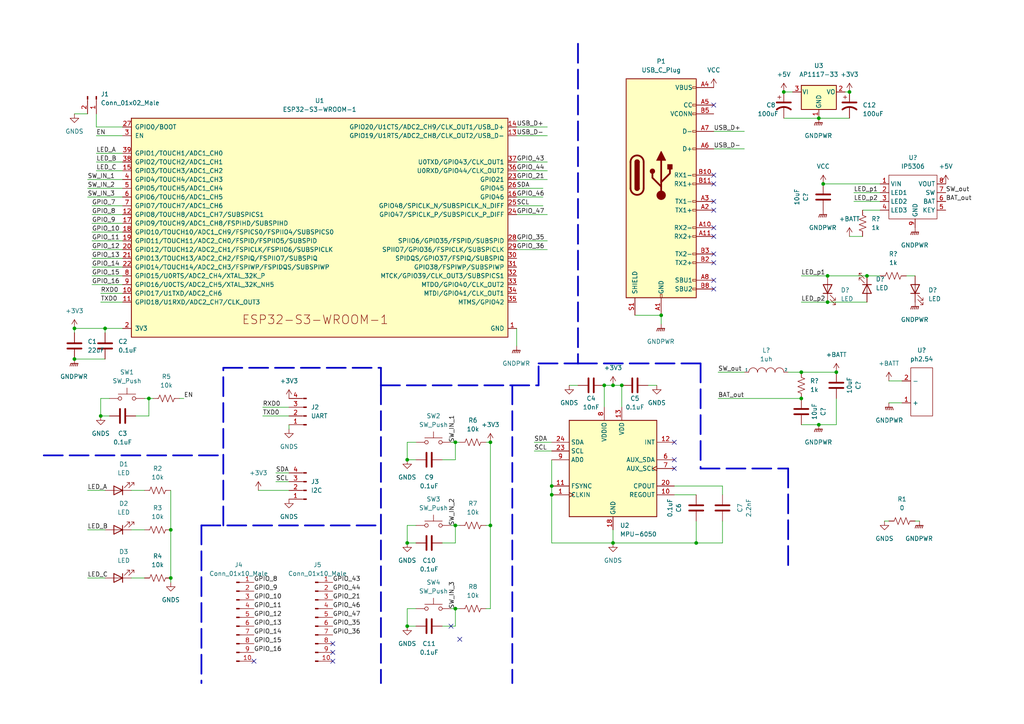
<source format=kicad_sch>
(kicad_sch (version 20211123) (generator eeschema)

  (uuid 1ed72d9f-7405-4bf8-94a7-3c0c262343cd)

  (paper "A4")

  (lib_symbols
    (symbol "Connector:Conn_01x02_Male" (pin_names (offset 1.016) hide) (in_bom yes) (on_board yes)
      (property "Reference" "J" (id 0) (at 0 2.54 0)
        (effects (font (size 1.27 1.27)))
      )
      (property "Value" "Conn_01x02_Male" (id 1) (at 0 -5.08 0)
        (effects (font (size 1.27 1.27)))
      )
      (property "Footprint" "" (id 2) (at 0 0 0)
        (effects (font (size 1.27 1.27)) hide)
      )
      (property "Datasheet" "~" (id 3) (at 0 0 0)
        (effects (font (size 1.27 1.27)) hide)
      )
      (property "ki_keywords" "connector" (id 4) (at 0 0 0)
        (effects (font (size 1.27 1.27)) hide)
      )
      (property "ki_description" "Generic connector, single row, 01x02, script generated (kicad-library-utils/schlib/autogen/connector/)" (id 5) (at 0 0 0)
        (effects (font (size 1.27 1.27)) hide)
      )
      (property "ki_fp_filters" "Connector*:*_1x??_*" (id 6) (at 0 0 0)
        (effects (font (size 1.27 1.27)) hide)
      )
      (symbol "Conn_01x02_Male_1_1"
        (polyline
          (pts
            (xy 1.27 -2.54)
            (xy 0.8636 -2.54)
          )
          (stroke (width 0.1524) (type default) (color 0 0 0 0))
          (fill (type none))
        )
        (polyline
          (pts
            (xy 1.27 0)
            (xy 0.8636 0)
          )
          (stroke (width 0.1524) (type default) (color 0 0 0 0))
          (fill (type none))
        )
        (rectangle (start 0.8636 -2.413) (end 0 -2.667)
          (stroke (width 0.1524) (type default) (color 0 0 0 0))
          (fill (type outline))
        )
        (rectangle (start 0.8636 0.127) (end 0 -0.127)
          (stroke (width 0.1524) (type default) (color 0 0 0 0))
          (fill (type outline))
        )
        (pin passive line (at 5.08 0 180) (length 3.81)
          (name "Pin_1" (effects (font (size 1.27 1.27))))
          (number "1" (effects (font (size 1.27 1.27))))
        )
        (pin passive line (at 5.08 -2.54 180) (length 3.81)
          (name "Pin_2" (effects (font (size 1.27 1.27))))
          (number "2" (effects (font (size 1.27 1.27))))
        )
      )
    )
    (symbol "Connector:Conn_01x04_Male" (pin_names (offset 1.016) hide) (in_bom yes) (on_board yes)
      (property "Reference" "J" (id 0) (at 0 5.08 0)
        (effects (font (size 1.27 1.27)))
      )
      (property "Value" "Conn_01x04_Male" (id 1) (at 0 -7.62 0)
        (effects (font (size 1.27 1.27)))
      )
      (property "Footprint" "" (id 2) (at 0 0 0)
        (effects (font (size 1.27 1.27)) hide)
      )
      (property "Datasheet" "~" (id 3) (at 0 0 0)
        (effects (font (size 1.27 1.27)) hide)
      )
      (property "ki_keywords" "connector" (id 4) (at 0 0 0)
        (effects (font (size 1.27 1.27)) hide)
      )
      (property "ki_description" "Generic connector, single row, 01x04, script generated (kicad-library-utils/schlib/autogen/connector/)" (id 5) (at 0 0 0)
        (effects (font (size 1.27 1.27)) hide)
      )
      (property "ki_fp_filters" "Connector*:*_1x??_*" (id 6) (at 0 0 0)
        (effects (font (size 1.27 1.27)) hide)
      )
      (symbol "Conn_01x04_Male_1_1"
        (polyline
          (pts
            (xy 1.27 -5.08)
            (xy 0.8636 -5.08)
          )
          (stroke (width 0.1524) (type default) (color 0 0 0 0))
          (fill (type none))
        )
        (polyline
          (pts
            (xy 1.27 -2.54)
            (xy 0.8636 -2.54)
          )
          (stroke (width 0.1524) (type default) (color 0 0 0 0))
          (fill (type none))
        )
        (polyline
          (pts
            (xy 1.27 0)
            (xy 0.8636 0)
          )
          (stroke (width 0.1524) (type default) (color 0 0 0 0))
          (fill (type none))
        )
        (polyline
          (pts
            (xy 1.27 2.54)
            (xy 0.8636 2.54)
          )
          (stroke (width 0.1524) (type default) (color 0 0 0 0))
          (fill (type none))
        )
        (rectangle (start 0.8636 -4.953) (end 0 -5.207)
          (stroke (width 0.1524) (type default) (color 0 0 0 0))
          (fill (type outline))
        )
        (rectangle (start 0.8636 -2.413) (end 0 -2.667)
          (stroke (width 0.1524) (type default) (color 0 0 0 0))
          (fill (type outline))
        )
        (rectangle (start 0.8636 0.127) (end 0 -0.127)
          (stroke (width 0.1524) (type default) (color 0 0 0 0))
          (fill (type outline))
        )
        (rectangle (start 0.8636 2.667) (end 0 2.413)
          (stroke (width 0.1524) (type default) (color 0 0 0 0))
          (fill (type outline))
        )
        (pin passive line (at 5.08 2.54 180) (length 3.81)
          (name "Pin_1" (effects (font (size 1.27 1.27))))
          (number "1" (effects (font (size 1.27 1.27))))
        )
        (pin passive line (at 5.08 0 180) (length 3.81)
          (name "Pin_2" (effects (font (size 1.27 1.27))))
          (number "2" (effects (font (size 1.27 1.27))))
        )
        (pin passive line (at 5.08 -2.54 180) (length 3.81)
          (name "Pin_3" (effects (font (size 1.27 1.27))))
          (number "3" (effects (font (size 1.27 1.27))))
        )
        (pin passive line (at 5.08 -5.08 180) (length 3.81)
          (name "Pin_4" (effects (font (size 1.27 1.27))))
          (number "4" (effects (font (size 1.27 1.27))))
        )
      )
    )
    (symbol "Connector:Conn_01x10_Male" (pin_names (offset 1.016) hide) (in_bom yes) (on_board yes)
      (property "Reference" "J" (id 0) (at 0 12.7 0)
        (effects (font (size 1.27 1.27)))
      )
      (property "Value" "Conn_01x10_Male" (id 1) (at 0 -15.24 0)
        (effects (font (size 1.27 1.27)))
      )
      (property "Footprint" "" (id 2) (at 0 0 0)
        (effects (font (size 1.27 1.27)) hide)
      )
      (property "Datasheet" "~" (id 3) (at 0 0 0)
        (effects (font (size 1.27 1.27)) hide)
      )
      (property "ki_keywords" "connector" (id 4) (at 0 0 0)
        (effects (font (size 1.27 1.27)) hide)
      )
      (property "ki_description" "Generic connector, single row, 01x10, script generated (kicad-library-utils/schlib/autogen/connector/)" (id 5) (at 0 0 0)
        (effects (font (size 1.27 1.27)) hide)
      )
      (property "ki_fp_filters" "Connector*:*_1x??_*" (id 6) (at 0 0 0)
        (effects (font (size 1.27 1.27)) hide)
      )
      (symbol "Conn_01x10_Male_1_1"
        (polyline
          (pts
            (xy 1.27 -12.7)
            (xy 0.8636 -12.7)
          )
          (stroke (width 0.1524) (type default) (color 0 0 0 0))
          (fill (type none))
        )
        (polyline
          (pts
            (xy 1.27 -10.16)
            (xy 0.8636 -10.16)
          )
          (stroke (width 0.1524) (type default) (color 0 0 0 0))
          (fill (type none))
        )
        (polyline
          (pts
            (xy 1.27 -7.62)
            (xy 0.8636 -7.62)
          )
          (stroke (width 0.1524) (type default) (color 0 0 0 0))
          (fill (type none))
        )
        (polyline
          (pts
            (xy 1.27 -5.08)
            (xy 0.8636 -5.08)
          )
          (stroke (width 0.1524) (type default) (color 0 0 0 0))
          (fill (type none))
        )
        (polyline
          (pts
            (xy 1.27 -2.54)
            (xy 0.8636 -2.54)
          )
          (stroke (width 0.1524) (type default) (color 0 0 0 0))
          (fill (type none))
        )
        (polyline
          (pts
            (xy 1.27 0)
            (xy 0.8636 0)
          )
          (stroke (width 0.1524) (type default) (color 0 0 0 0))
          (fill (type none))
        )
        (polyline
          (pts
            (xy 1.27 2.54)
            (xy 0.8636 2.54)
          )
          (stroke (width 0.1524) (type default) (color 0 0 0 0))
          (fill (type none))
        )
        (polyline
          (pts
            (xy 1.27 5.08)
            (xy 0.8636 5.08)
          )
          (stroke (width 0.1524) (type default) (color 0 0 0 0))
          (fill (type none))
        )
        (polyline
          (pts
            (xy 1.27 7.62)
            (xy 0.8636 7.62)
          )
          (stroke (width 0.1524) (type default) (color 0 0 0 0))
          (fill (type none))
        )
        (polyline
          (pts
            (xy 1.27 10.16)
            (xy 0.8636 10.16)
          )
          (stroke (width 0.1524) (type default) (color 0 0 0 0))
          (fill (type none))
        )
        (rectangle (start 0.8636 -12.573) (end 0 -12.827)
          (stroke (width 0.1524) (type default) (color 0 0 0 0))
          (fill (type outline))
        )
        (rectangle (start 0.8636 -10.033) (end 0 -10.287)
          (stroke (width 0.1524) (type default) (color 0 0 0 0))
          (fill (type outline))
        )
        (rectangle (start 0.8636 -7.493) (end 0 -7.747)
          (stroke (width 0.1524) (type default) (color 0 0 0 0))
          (fill (type outline))
        )
        (rectangle (start 0.8636 -4.953) (end 0 -5.207)
          (stroke (width 0.1524) (type default) (color 0 0 0 0))
          (fill (type outline))
        )
        (rectangle (start 0.8636 -2.413) (end 0 -2.667)
          (stroke (width 0.1524) (type default) (color 0 0 0 0))
          (fill (type outline))
        )
        (rectangle (start 0.8636 0.127) (end 0 -0.127)
          (stroke (width 0.1524) (type default) (color 0 0 0 0))
          (fill (type outline))
        )
        (rectangle (start 0.8636 2.667) (end 0 2.413)
          (stroke (width 0.1524) (type default) (color 0 0 0 0))
          (fill (type outline))
        )
        (rectangle (start 0.8636 5.207) (end 0 4.953)
          (stroke (width 0.1524) (type default) (color 0 0 0 0))
          (fill (type outline))
        )
        (rectangle (start 0.8636 7.747) (end 0 7.493)
          (stroke (width 0.1524) (type default) (color 0 0 0 0))
          (fill (type outline))
        )
        (rectangle (start 0.8636 10.287) (end 0 10.033)
          (stroke (width 0.1524) (type default) (color 0 0 0 0))
          (fill (type outline))
        )
        (pin passive line (at 5.08 10.16 180) (length 3.81)
          (name "Pin_1" (effects (font (size 1.27 1.27))))
          (number "1" (effects (font (size 1.27 1.27))))
        )
        (pin passive line (at 5.08 -12.7 180) (length 3.81)
          (name "Pin_10" (effects (font (size 1.27 1.27))))
          (number "10" (effects (font (size 1.27 1.27))))
        )
        (pin passive line (at 5.08 7.62 180) (length 3.81)
          (name "Pin_2" (effects (font (size 1.27 1.27))))
          (number "2" (effects (font (size 1.27 1.27))))
        )
        (pin passive line (at 5.08 5.08 180) (length 3.81)
          (name "Pin_3" (effects (font (size 1.27 1.27))))
          (number "3" (effects (font (size 1.27 1.27))))
        )
        (pin passive line (at 5.08 2.54 180) (length 3.81)
          (name "Pin_4" (effects (font (size 1.27 1.27))))
          (number "4" (effects (font (size 1.27 1.27))))
        )
        (pin passive line (at 5.08 0 180) (length 3.81)
          (name "Pin_5" (effects (font (size 1.27 1.27))))
          (number "5" (effects (font (size 1.27 1.27))))
        )
        (pin passive line (at 5.08 -2.54 180) (length 3.81)
          (name "Pin_6" (effects (font (size 1.27 1.27))))
          (number "6" (effects (font (size 1.27 1.27))))
        )
        (pin passive line (at 5.08 -5.08 180) (length 3.81)
          (name "Pin_7" (effects (font (size 1.27 1.27))))
          (number "7" (effects (font (size 1.27 1.27))))
        )
        (pin passive line (at 5.08 -7.62 180) (length 3.81)
          (name "Pin_8" (effects (font (size 1.27 1.27))))
          (number "8" (effects (font (size 1.27 1.27))))
        )
        (pin passive line (at 5.08 -10.16 180) (length 3.81)
          (name "Pin_9" (effects (font (size 1.27 1.27))))
          (number "9" (effects (font (size 1.27 1.27))))
        )
      )
    )
    (symbol "Connector:USB_C_Plug" (pin_names (offset 1.016)) (in_bom yes) (on_board yes)
      (property "Reference" "P" (id 0) (at -10.16 29.21 0)
        (effects (font (size 1.27 1.27)) (justify left))
      )
      (property "Value" "USB_C_Plug" (id 1) (at 10.16 29.21 0)
        (effects (font (size 1.27 1.27)) (justify right))
      )
      (property "Footprint" "" (id 2) (at 3.81 0 0)
        (effects (font (size 1.27 1.27)) hide)
      )
      (property "Datasheet" "https://www.usb.org/sites/default/files/documents/usb_type-c.zip" (id 3) (at 3.81 0 0)
        (effects (font (size 1.27 1.27)) hide)
      )
      (property "ki_keywords" "usb universal serial bus" (id 4) (at 0 0 0)
        (effects (font (size 1.27 1.27)) hide)
      )
      (property "ki_description" "USB Type-C Plug connector" (id 5) (at 0 0 0)
        (effects (font (size 1.27 1.27)) hide)
      )
      (property "ki_fp_filters" "USB*C*Plug*" (id 6) (at 0 0 0)
        (effects (font (size 1.27 1.27)) hide)
      )
      (symbol "USB_C_Plug_0_0"
        (rectangle (start -0.254 -35.56) (end 0.254 -34.544)
          (stroke (width 0) (type default) (color 0 0 0 0))
          (fill (type none))
        )
        (rectangle (start 10.16 -32.766) (end 9.144 -33.274)
          (stroke (width 0) (type default) (color 0 0 0 0))
          (fill (type none))
        )
        (rectangle (start 10.16 -30.226) (end 9.144 -30.734)
          (stroke (width 0) (type default) (color 0 0 0 0))
          (fill (type none))
        )
        (rectangle (start 10.16 -25.146) (end 9.144 -25.654)
          (stroke (width 0) (type default) (color 0 0 0 0))
          (fill (type none))
        )
        (rectangle (start 10.16 -22.606) (end 9.144 -23.114)
          (stroke (width 0) (type default) (color 0 0 0 0))
          (fill (type none))
        )
        (rectangle (start 10.16 -17.526) (end 9.144 -18.034)
          (stroke (width 0) (type default) (color 0 0 0 0))
          (fill (type none))
        )
        (rectangle (start 10.16 -14.986) (end 9.144 -15.494)
          (stroke (width 0) (type default) (color 0 0 0 0))
          (fill (type none))
        )
        (rectangle (start 10.16 -9.906) (end 9.144 -10.414)
          (stroke (width 0) (type default) (color 0 0 0 0))
          (fill (type none))
        )
        (rectangle (start 10.16 -7.366) (end 9.144 -7.874)
          (stroke (width 0) (type default) (color 0 0 0 0))
          (fill (type none))
        )
        (rectangle (start 10.16 -2.286) (end 9.144 -2.794)
          (stroke (width 0) (type default) (color 0 0 0 0))
          (fill (type none))
        )
        (rectangle (start 10.16 0.254) (end 9.144 -0.254)
          (stroke (width 0) (type default) (color 0 0 0 0))
          (fill (type none))
        )
        (rectangle (start 10.16 7.874) (end 9.144 7.366)
          (stroke (width 0) (type default) (color 0 0 0 0))
          (fill (type none))
        )
        (rectangle (start 10.16 12.954) (end 9.144 12.446)
          (stroke (width 0) (type default) (color 0 0 0 0))
          (fill (type none))
        )
        (rectangle (start 10.16 18.034) (end 9.144 17.526)
          (stroke (width 0) (type default) (color 0 0 0 0))
          (fill (type none))
        )
        (rectangle (start 10.16 20.574) (end 9.144 20.066)
          (stroke (width 0) (type default) (color 0 0 0 0))
          (fill (type none))
        )
        (rectangle (start 10.16 25.654) (end 9.144 25.146)
          (stroke (width 0) (type default) (color 0 0 0 0))
          (fill (type none))
        )
      )
      (symbol "USB_C_Plug_0_1"
        (rectangle (start -10.16 27.94) (end 10.16 -35.56)
          (stroke (width 0.254) (type default) (color 0 0 0 0))
          (fill (type background))
        )
        (arc (start -8.89 -3.81) (mid -6.985 -5.715) (end -5.08 -3.81)
          (stroke (width 0.508) (type default) (color 0 0 0 0))
          (fill (type none))
        )
        (arc (start -7.62 -3.81) (mid -6.985 -4.445) (end -6.35 -3.81)
          (stroke (width 0.254) (type default) (color 0 0 0 0))
          (fill (type none))
        )
        (arc (start -7.62 -3.81) (mid -6.985 -4.445) (end -6.35 -3.81)
          (stroke (width 0.254) (type default) (color 0 0 0 0))
          (fill (type outline))
        )
        (rectangle (start -7.62 -3.81) (end -6.35 3.81)
          (stroke (width 0.254) (type default) (color 0 0 0 0))
          (fill (type outline))
        )
        (arc (start -6.35 3.81) (mid -6.985 4.445) (end -7.62 3.81)
          (stroke (width 0.254) (type default) (color 0 0 0 0))
          (fill (type none))
        )
        (arc (start -6.35 3.81) (mid -6.985 4.445) (end -7.62 3.81)
          (stroke (width 0.254) (type default) (color 0 0 0 0))
          (fill (type outline))
        )
        (arc (start -5.08 3.81) (mid -6.985 5.715) (end -8.89 3.81)
          (stroke (width 0.508) (type default) (color 0 0 0 0))
          (fill (type none))
        )
        (polyline
          (pts
            (xy -8.89 -3.81)
            (xy -8.89 3.81)
          )
          (stroke (width 0.508) (type default) (color 0 0 0 0))
          (fill (type none))
        )
        (polyline
          (pts
            (xy -5.08 3.81)
            (xy -5.08 -3.81)
          )
          (stroke (width 0.508) (type default) (color 0 0 0 0))
          (fill (type none))
        )
      )
      (symbol "USB_C_Plug_1_1"
        (circle (center -2.54 1.143) (radius 0.635)
          (stroke (width 0.254) (type default) (color 0 0 0 0))
          (fill (type outline))
        )
        (circle (center 0 -5.842) (radius 1.27)
          (stroke (width 0) (type default) (color 0 0 0 0))
          (fill (type outline))
        )
        (polyline
          (pts
            (xy 0 -5.842)
            (xy 0 4.318)
          )
          (stroke (width 0.508) (type default) (color 0 0 0 0))
          (fill (type none))
        )
        (polyline
          (pts
            (xy 0 -3.302)
            (xy -2.54 -0.762)
            (xy -2.54 0.508)
          )
          (stroke (width 0.508) (type default) (color 0 0 0 0))
          (fill (type none))
        )
        (polyline
          (pts
            (xy 0 -2.032)
            (xy 2.54 0.508)
            (xy 2.54 1.778)
          )
          (stroke (width 0.508) (type default) (color 0 0 0 0))
          (fill (type none))
        )
        (polyline
          (pts
            (xy -1.27 4.318)
            (xy 0 6.858)
            (xy 1.27 4.318)
            (xy -1.27 4.318)
          )
          (stroke (width 0.254) (type default) (color 0 0 0 0))
          (fill (type outline))
        )
        (rectangle (start 1.905 1.778) (end 3.175 3.048)
          (stroke (width 0.254) (type default) (color 0 0 0 0))
          (fill (type outline))
        )
        (pin passive line (at 0 -40.64 90) (length 5.08)
          (name "GND" (effects (font (size 1.27 1.27))))
          (number "A1" (effects (font (size 1.27 1.27))))
        )
        (pin bidirectional line (at 15.24 -15.24 180) (length 5.08)
          (name "RX2-" (effects (font (size 1.27 1.27))))
          (number "A10" (effects (font (size 1.27 1.27))))
        )
        (pin bidirectional line (at 15.24 -17.78 180) (length 5.08)
          (name "RX2+" (effects (font (size 1.27 1.27))))
          (number "A11" (effects (font (size 1.27 1.27))))
        )
        (pin passive line (at 0 -40.64 90) (length 5.08) hide
          (name "GND" (effects (font (size 1.27 1.27))))
          (number "A12" (effects (font (size 1.27 1.27))))
        )
        (pin bidirectional line (at 15.24 -10.16 180) (length 5.08)
          (name "TX1+" (effects (font (size 1.27 1.27))))
          (number "A2" (effects (font (size 1.27 1.27))))
        )
        (pin bidirectional line (at 15.24 -7.62 180) (length 5.08)
          (name "TX1-" (effects (font (size 1.27 1.27))))
          (number "A3" (effects (font (size 1.27 1.27))))
        )
        (pin passive line (at 15.24 25.4 180) (length 5.08)
          (name "VBUS" (effects (font (size 1.27 1.27))))
          (number "A4" (effects (font (size 1.27 1.27))))
        )
        (pin bidirectional line (at 15.24 20.32 180) (length 5.08)
          (name "CC" (effects (font (size 1.27 1.27))))
          (number "A5" (effects (font (size 1.27 1.27))))
        )
        (pin bidirectional line (at 15.24 7.62 180) (length 5.08)
          (name "D+" (effects (font (size 1.27 1.27))))
          (number "A6" (effects (font (size 1.27 1.27))))
        )
        (pin bidirectional line (at 15.24 12.7 180) (length 5.08)
          (name "D-" (effects (font (size 1.27 1.27))))
          (number "A7" (effects (font (size 1.27 1.27))))
        )
        (pin bidirectional line (at 15.24 -30.48 180) (length 5.08)
          (name "SBU1" (effects (font (size 1.27 1.27))))
          (number "A8" (effects (font (size 1.27 1.27))))
        )
        (pin passive line (at 15.24 25.4 180) (length 5.08) hide
          (name "VBUS" (effects (font (size 1.27 1.27))))
          (number "A9" (effects (font (size 1.27 1.27))))
        )
        (pin passive line (at 0 -40.64 90) (length 5.08) hide
          (name "GND" (effects (font (size 1.27 1.27))))
          (number "B1" (effects (font (size 1.27 1.27))))
        )
        (pin bidirectional line (at 15.24 0 180) (length 5.08)
          (name "RX1-" (effects (font (size 1.27 1.27))))
          (number "B10" (effects (font (size 1.27 1.27))))
        )
        (pin bidirectional line (at 15.24 -2.54 180) (length 5.08)
          (name "RX1+" (effects (font (size 1.27 1.27))))
          (number "B11" (effects (font (size 1.27 1.27))))
        )
        (pin passive line (at 0 -40.64 90) (length 5.08) hide
          (name "GND" (effects (font (size 1.27 1.27))))
          (number "B12" (effects (font (size 1.27 1.27))))
        )
        (pin bidirectional line (at 15.24 -25.4 180) (length 5.08)
          (name "TX2+" (effects (font (size 1.27 1.27))))
          (number "B2" (effects (font (size 1.27 1.27))))
        )
        (pin bidirectional line (at 15.24 -22.86 180) (length 5.08)
          (name "TX2-" (effects (font (size 1.27 1.27))))
          (number "B3" (effects (font (size 1.27 1.27))))
        )
        (pin passive line (at 15.24 25.4 180) (length 5.08) hide
          (name "VBUS" (effects (font (size 1.27 1.27))))
          (number "B4" (effects (font (size 1.27 1.27))))
        )
        (pin bidirectional line (at 15.24 17.78 180) (length 5.08)
          (name "VCONN" (effects (font (size 1.27 1.27))))
          (number "B5" (effects (font (size 1.27 1.27))))
        )
        (pin bidirectional line (at 15.24 -33.02 180) (length 5.08)
          (name "SBU2" (effects (font (size 1.27 1.27))))
          (number "B8" (effects (font (size 1.27 1.27))))
        )
        (pin passive line (at 15.24 25.4 180) (length 5.08) hide
          (name "VBUS" (effects (font (size 1.27 1.27))))
          (number "B9" (effects (font (size 1.27 1.27))))
        )
        (pin passive line (at -7.62 -40.64 90) (length 5.08)
          (name "SHIELD" (effects (font (size 1.27 1.27))))
          (number "S1" (effects (font (size 1.27 1.27))))
        )
      )
    )
    (symbol "Device:C" (pin_numbers hide) (pin_names (offset 0.254)) (in_bom yes) (on_board yes)
      (property "Reference" "C" (id 0) (at 0.635 2.54 0)
        (effects (font (size 1.27 1.27)) (justify left))
      )
      (property "Value" "C" (id 1) (at 0.635 -2.54 0)
        (effects (font (size 1.27 1.27)) (justify left))
      )
      (property "Footprint" "" (id 2) (at 0.9652 -3.81 0)
        (effects (font (size 1.27 1.27)) hide)
      )
      (property "Datasheet" "~" (id 3) (at 0 0 0)
        (effects (font (size 1.27 1.27)) hide)
      )
      (property "ki_keywords" "cap capacitor" (id 4) (at 0 0 0)
        (effects (font (size 1.27 1.27)) hide)
      )
      (property "ki_description" "Unpolarized capacitor" (id 5) (at 0 0 0)
        (effects (font (size 1.27 1.27)) hide)
      )
      (property "ki_fp_filters" "C_*" (id 6) (at 0 0 0)
        (effects (font (size 1.27 1.27)) hide)
      )
      (symbol "C_0_1"
        (polyline
          (pts
            (xy -2.032 -0.762)
            (xy 2.032 -0.762)
          )
          (stroke (width 0.508) (type default) (color 0 0 0 0))
          (fill (type none))
        )
        (polyline
          (pts
            (xy -2.032 0.762)
            (xy 2.032 0.762)
          )
          (stroke (width 0.508) (type default) (color 0 0 0 0))
          (fill (type none))
        )
      )
      (symbol "C_1_1"
        (pin passive line (at 0 3.81 270) (length 2.794)
          (name "~" (effects (font (size 1.27 1.27))))
          (number "1" (effects (font (size 1.27 1.27))))
        )
        (pin passive line (at 0 -3.81 90) (length 2.794)
          (name "~" (effects (font (size 1.27 1.27))))
          (number "2" (effects (font (size 1.27 1.27))))
        )
      )
    )
    (symbol "Device:C_Polarized_US" (pin_numbers hide) (pin_names (offset 0.254) hide) (in_bom yes) (on_board yes)
      (property "Reference" "C" (id 0) (at 0.635 2.54 0)
        (effects (font (size 1.27 1.27)) (justify left))
      )
      (property "Value" "C_Polarized_US" (id 1) (at 0.635 -2.54 0)
        (effects (font (size 1.27 1.27)) (justify left))
      )
      (property "Footprint" "" (id 2) (at 0 0 0)
        (effects (font (size 1.27 1.27)) hide)
      )
      (property "Datasheet" "~" (id 3) (at 0 0 0)
        (effects (font (size 1.27 1.27)) hide)
      )
      (property "ki_keywords" "cap capacitor" (id 4) (at 0 0 0)
        (effects (font (size 1.27 1.27)) hide)
      )
      (property "ki_description" "Polarized capacitor, US symbol" (id 5) (at 0 0 0)
        (effects (font (size 1.27 1.27)) hide)
      )
      (property "ki_fp_filters" "CP_*" (id 6) (at 0 0 0)
        (effects (font (size 1.27 1.27)) hide)
      )
      (symbol "C_Polarized_US_0_1"
        (polyline
          (pts
            (xy -2.032 0.762)
            (xy 2.032 0.762)
          )
          (stroke (width 0.508) (type default) (color 0 0 0 0))
          (fill (type none))
        )
        (polyline
          (pts
            (xy -1.778 2.286)
            (xy -0.762 2.286)
          )
          (stroke (width 0) (type default) (color 0 0 0 0))
          (fill (type none))
        )
        (polyline
          (pts
            (xy -1.27 1.778)
            (xy -1.27 2.794)
          )
          (stroke (width 0) (type default) (color 0 0 0 0))
          (fill (type none))
        )
        (arc (start 2.032 -1.27) (mid 0 -0.5572) (end -2.032 -1.27)
          (stroke (width 0.508) (type default) (color 0 0 0 0))
          (fill (type none))
        )
      )
      (symbol "C_Polarized_US_1_1"
        (pin passive line (at 0 3.81 270) (length 2.794)
          (name "~" (effects (font (size 1.27 1.27))))
          (number "1" (effects (font (size 1.27 1.27))))
        )
        (pin passive line (at 0 -3.81 90) (length 3.302)
          (name "~" (effects (font (size 1.27 1.27))))
          (number "2" (effects (font (size 1.27 1.27))))
        )
      )
    )
    (symbol "Device:LED" (pin_numbers hide) (pin_names (offset 1.016) hide) (in_bom yes) (on_board yes)
      (property "Reference" "D" (id 0) (at 0 2.54 0)
        (effects (font (size 1.27 1.27)))
      )
      (property "Value" "LED" (id 1) (at 0 -2.54 0)
        (effects (font (size 1.27 1.27)))
      )
      (property "Footprint" "" (id 2) (at 0 0 0)
        (effects (font (size 1.27 1.27)) hide)
      )
      (property "Datasheet" "~" (id 3) (at 0 0 0)
        (effects (font (size 1.27 1.27)) hide)
      )
      (property "ki_keywords" "LED diode" (id 4) (at 0 0 0)
        (effects (font (size 1.27 1.27)) hide)
      )
      (property "ki_description" "Light emitting diode" (id 5) (at 0 0 0)
        (effects (font (size 1.27 1.27)) hide)
      )
      (property "ki_fp_filters" "LED* LED_SMD:* LED_THT:*" (id 6) (at 0 0 0)
        (effects (font (size 1.27 1.27)) hide)
      )
      (symbol "LED_0_1"
        (polyline
          (pts
            (xy -1.27 -1.27)
            (xy -1.27 1.27)
          )
          (stroke (width 0.254) (type default) (color 0 0 0 0))
          (fill (type none))
        )
        (polyline
          (pts
            (xy -1.27 0)
            (xy 1.27 0)
          )
          (stroke (width 0) (type default) (color 0 0 0 0))
          (fill (type none))
        )
        (polyline
          (pts
            (xy 1.27 -1.27)
            (xy 1.27 1.27)
            (xy -1.27 0)
            (xy 1.27 -1.27)
          )
          (stroke (width 0.254) (type default) (color 0 0 0 0))
          (fill (type none))
        )
        (polyline
          (pts
            (xy -3.048 -0.762)
            (xy -4.572 -2.286)
            (xy -3.81 -2.286)
            (xy -4.572 -2.286)
            (xy -4.572 -1.524)
          )
          (stroke (width 0) (type default) (color 0 0 0 0))
          (fill (type none))
        )
        (polyline
          (pts
            (xy -1.778 -0.762)
            (xy -3.302 -2.286)
            (xy -2.54 -2.286)
            (xy -3.302 -2.286)
            (xy -3.302 -1.524)
          )
          (stroke (width 0) (type default) (color 0 0 0 0))
          (fill (type none))
        )
      )
      (symbol "LED_1_1"
        (pin passive line (at -3.81 0 0) (length 2.54)
          (name "K" (effects (font (size 1.27 1.27))))
          (number "1" (effects (font (size 1.27 1.27))))
        )
        (pin passive line (at 3.81 0 180) (length 2.54)
          (name "A" (effects (font (size 1.27 1.27))))
          (number "2" (effects (font (size 1.27 1.27))))
        )
      )
    )
    (symbol "Device:R_US" (pin_numbers hide) (pin_names (offset 0)) (in_bom yes) (on_board yes)
      (property "Reference" "R" (id 0) (at 2.54 0 90)
        (effects (font (size 1.27 1.27)))
      )
      (property "Value" "R_US" (id 1) (at -2.54 0 90)
        (effects (font (size 1.27 1.27)))
      )
      (property "Footprint" "" (id 2) (at 1.016 -0.254 90)
        (effects (font (size 1.27 1.27)) hide)
      )
      (property "Datasheet" "~" (id 3) (at 0 0 0)
        (effects (font (size 1.27 1.27)) hide)
      )
      (property "ki_keywords" "R res resistor" (id 4) (at 0 0 0)
        (effects (font (size 1.27 1.27)) hide)
      )
      (property "ki_description" "Resistor, US symbol" (id 5) (at 0 0 0)
        (effects (font (size 1.27 1.27)) hide)
      )
      (property "ki_fp_filters" "R_*" (id 6) (at 0 0 0)
        (effects (font (size 1.27 1.27)) hide)
      )
      (symbol "R_US_0_1"
        (polyline
          (pts
            (xy 0 -2.286)
            (xy 0 -2.54)
          )
          (stroke (width 0) (type default) (color 0 0 0 0))
          (fill (type none))
        )
        (polyline
          (pts
            (xy 0 2.286)
            (xy 0 2.54)
          )
          (stroke (width 0) (type default) (color 0 0 0 0))
          (fill (type none))
        )
        (polyline
          (pts
            (xy 0 -0.762)
            (xy 1.016 -1.143)
            (xy 0 -1.524)
            (xy -1.016 -1.905)
            (xy 0 -2.286)
          )
          (stroke (width 0) (type default) (color 0 0 0 0))
          (fill (type none))
        )
        (polyline
          (pts
            (xy 0 0.762)
            (xy 1.016 0.381)
            (xy 0 0)
            (xy -1.016 -0.381)
            (xy 0 -0.762)
          )
          (stroke (width 0) (type default) (color 0 0 0 0))
          (fill (type none))
        )
        (polyline
          (pts
            (xy 0 2.286)
            (xy 1.016 1.905)
            (xy 0 1.524)
            (xy -1.016 1.143)
            (xy 0 0.762)
          )
          (stroke (width 0) (type default) (color 0 0 0 0))
          (fill (type none))
        )
      )
      (symbol "R_US_1_1"
        (pin passive line (at 0 3.81 270) (length 1.27)
          (name "~" (effects (font (size 1.27 1.27))))
          (number "1" (effects (font (size 1.27 1.27))))
        )
        (pin passive line (at 0 -3.81 90) (length 1.27)
          (name "~" (effects (font (size 1.27 1.27))))
          (number "2" (effects (font (size 1.27 1.27))))
        )
      )
    )
    (symbol "ESP32_lib:ESP32-S3-WROOM-1" (pin_names (offset 1.016)) (in_bom yes) (on_board yes)
      (property "Reference" "U" (id 0) (at -53.34 38.1 0)
        (effects (font (size 1.27 1.27)) (justify left))
      )
      (property "Value" "ESP32-S3-WROOM-1" (id 1) (at -53.34 35.56 0)
        (effects (font (size 1.27 1.27)) (justify left))
      )
      (property "Footprint" "Espressif:ESP32-S3-WROOM-1" (id 2) (at 0 -33.02 0)
        (effects (font (size 1.27 1.27)) hide)
      )
      (property "Datasheet" "https://www.espressif.com/sites/default/files/documentation/esp32-s3-wroom-1_wroom-1u_datasheet_en.pdf" (id 3) (at 0 -35.56 0)
        (effects (font (size 1.27 1.27)) hide)
      )
      (property "ki_description" "2.4 GHz WiFi (802.11 b/g/n) and Bluetooth ® 5 (LE) module Built around ESP32S3 series of SoCs, Xtensa ® dualcore 32bit LX7 microprocessor Flash up to 16 MB, PSRAM up to 8 MB 36 GPIOs, rich set of peripherals Onboard PCB antenna" (id 4) (at 0 0 0)
        (effects (font (size 1.27 1.27)) hide)
      )
      (symbol "ESP32-S3-WROOM-1_0_0"
        (rectangle (start -53.34 33.02) (end 55.88 -30.48)
          (stroke (width 0.254) (type default) (color 0 0 0 0))
          (fill (type background))
        )
        (text "ESP32-S3-WROOM-1" (at 0 -25.4 0)
          (effects (font (size 2.54 2.54)))
        )
        (pin power_in line (at 58.42 -27.94 180) (length 2.54)
          (name "GND" (effects (font (size 1.27 1.27))))
          (number "1" (effects (font (size 1.27 1.27))))
        )
        (pin bidirectional line (at -55.88 -17.78 0) (length 2.54)
          (name "GPIO17/U1TXD/ADC2_CH6" (effects (font (size 1.27 1.27))))
          (number "10" (effects (font (size 1.27 1.27))))
        )
        (pin bidirectional line (at -55.88 -20.32 0) (length 2.54)
          (name "GPIO18/U1RXD/ADC2_CH7/CLK_OUT3" (effects (font (size 1.27 1.27))))
          (number "11" (effects (font (size 1.27 1.27))))
        )
        (pin bidirectional line (at -55.88 5.08 0) (length 2.54)
          (name "GPIO8/TOUCH8/ADC1_CH7/SUBSPICS1" (effects (font (size 1.27 1.27))))
          (number "12" (effects (font (size 1.27 1.27))))
        )
        (pin bidirectional line (at 58.42 27.94 180) (length 2.54)
          (name "GPIO19/U1RTS/ADC2_CH8/CLK_OUT2/USB_D-" (effects (font (size 1.27 1.27))))
          (number "13" (effects (font (size 1.27 1.27))))
        )
        (pin bidirectional line (at 58.42 30.48 180) (length 2.54)
          (name "GPIO20/U1CTS/ADC2_CH9/CLK_OUT1/USB_D+" (effects (font (size 1.27 1.27))))
          (number "14" (effects (font (size 1.27 1.27))))
        )
        (pin bidirectional line (at -55.88 17.78 0) (length 2.54)
          (name "GPIO3/TOUCH3/ADC1_CH2" (effects (font (size 1.27 1.27))))
          (number "15" (effects (font (size 1.27 1.27))))
        )
        (pin bidirectional line (at 58.42 10.16 180) (length 2.54)
          (name "GPIO46" (effects (font (size 1.27 1.27))))
          (number "16" (effects (font (size 1.27 1.27))))
        )
        (pin bidirectional line (at -55.88 2.54 0) (length 2.54)
          (name "GPIO9/TOUCH9/ADC1_CH8/FSPIHD/SUBSPIHD" (effects (font (size 1.27 1.27))))
          (number "17" (effects (font (size 1.27 1.27))))
        )
        (pin bidirectional line (at -55.88 0 0) (length 2.54)
          (name "GPIO10/TOUCH10/ADC1_CH9/FSPICS0/FSPIIO4/SUBSPICS0" (effects (font (size 1.27 1.27))))
          (number "18" (effects (font (size 1.27 1.27))))
        )
        (pin bidirectional line (at -55.88 -2.54 0) (length 2.54)
          (name "GPIO11/TOUCH11/ADC2_CH0/FSPID/FSPIIO5/SUBSPID" (effects (font (size 1.27 1.27))))
          (number "19" (effects (font (size 1.27 1.27))))
        )
        (pin power_in line (at -55.88 -27.94 0) (length 2.54)
          (name "3V3" (effects (font (size 1.27 1.27))))
          (number "2" (effects (font (size 1.27 1.27))))
        )
        (pin bidirectional line (at -55.88 -5.08 0) (length 2.54)
          (name "GPIO12/TOUCH12/ADC2_CH1/FSPICLK/FSPIIO6/SUBSPICLK" (effects (font (size 1.27 1.27))))
          (number "20" (effects (font (size 1.27 1.27))))
        )
        (pin bidirectional line (at -55.88 -7.62 0) (length 2.54)
          (name "GPIO13/TOUCH13/ADC2_CH2/FSPIQ/FSPIIO7/SUBSPIQ" (effects (font (size 1.27 1.27))))
          (number "21" (effects (font (size 1.27 1.27))))
        )
        (pin bidirectional line (at -55.88 -10.16 0) (length 2.54)
          (name "GPIO14/TOUCH14/ADC2_CH3/FSPIWP/FSPIDQS/SUBSPIWP" (effects (font (size 1.27 1.27))))
          (number "22" (effects (font (size 1.27 1.27))))
        )
        (pin bidirectional line (at 58.42 15.24 180) (length 2.54)
          (name "GPIO21" (effects (font (size 1.27 1.27))))
          (number "23" (effects (font (size 1.27 1.27))))
        )
        (pin bidirectional line (at 58.42 5.08 180) (length 2.54)
          (name "GPIO47/SPICLK_P/SUBSPICLK_P_DIFF" (effects (font (size 1.27 1.27))))
          (number "24" (effects (font (size 1.27 1.27))))
        )
        (pin bidirectional line (at 58.42 7.62 180) (length 2.54)
          (name "GPIO48/SPICLK_N/SUBSPICLK_N_DIFF" (effects (font (size 1.27 1.27))))
          (number "25" (effects (font (size 1.27 1.27))))
        )
        (pin bidirectional line (at 58.42 12.7 180) (length 2.54)
          (name "GPIO45" (effects (font (size 1.27 1.27))))
          (number "26" (effects (font (size 1.27 1.27))))
        )
        (pin bidirectional line (at -55.88 30.48 0) (length 2.54)
          (name "GPIO0/BOOT" (effects (font (size 1.27 1.27))))
          (number "27" (effects (font (size 1.27 1.27))))
        )
        (pin bidirectional line (at 58.42 -2.54 180) (length 2.54)
          (name "SPIIO6/GPIO35/FSPID/SUBSPID" (effects (font (size 1.27 1.27))))
          (number "28" (effects (font (size 1.27 1.27))))
        )
        (pin bidirectional line (at 58.42 -5.08 180) (length 2.54)
          (name "SPIIO7/GPIO36/FSPICLK/SUBSPICLK" (effects (font (size 1.27 1.27))))
          (number "29" (effects (font (size 1.27 1.27))))
        )
        (pin input line (at -55.88 27.94 0) (length 2.54)
          (name "EN" (effects (font (size 1.27 1.27))))
          (number "3" (effects (font (size 1.27 1.27))))
        )
        (pin bidirectional line (at 58.42 -7.62 180) (length 2.54)
          (name "SPIDQS/GPIO37/FSPIQ/SUBSPIQ" (effects (font (size 1.27 1.27))))
          (number "30" (effects (font (size 1.27 1.27))))
        )
        (pin bidirectional line (at 58.42 -10.16 180) (length 2.54)
          (name "GPIO38/FSPIWP/SUBSPIWP" (effects (font (size 1.27 1.27))))
          (number "31" (effects (font (size 1.27 1.27))))
        )
        (pin bidirectional line (at 58.42 -12.7 180) (length 2.54)
          (name "MTCK/GPIO39/CLK_OUT3/SUBSPICS1" (effects (font (size 1.27 1.27))))
          (number "32" (effects (font (size 1.27 1.27))))
        )
        (pin bidirectional line (at 58.42 -15.24 180) (length 2.54)
          (name "MTDO/GPIO40/CLK_OUT2" (effects (font (size 1.27 1.27))))
          (number "33" (effects (font (size 1.27 1.27))))
        )
        (pin bidirectional line (at 58.42 -17.78 180) (length 2.54)
          (name "MTDI/GPIO41/CLK_OUT1" (effects (font (size 1.27 1.27))))
          (number "34" (effects (font (size 1.27 1.27))))
        )
        (pin bidirectional line (at 58.42 -20.32 180) (length 2.54)
          (name "MTMS/GPIO42" (effects (font (size 1.27 1.27))))
          (number "35" (effects (font (size 1.27 1.27))))
        )
        (pin bidirectional line (at 58.42 17.78 180) (length 2.54)
          (name "U0RXD/GPIO44/CLK_OUT2" (effects (font (size 1.27 1.27))))
          (number "36" (effects (font (size 1.27 1.27))))
        )
        (pin bidirectional line (at 58.42 20.32 180) (length 2.54)
          (name "U0TXD/GPIO43/CLK_OUT1" (effects (font (size 1.27 1.27))))
          (number "37" (effects (font (size 1.27 1.27))))
        )
        (pin bidirectional line (at -55.88 20.32 0) (length 2.54)
          (name "GPIO2/TOUCH2/ADC1_CH1" (effects (font (size 1.27 1.27))))
          (number "38" (effects (font (size 1.27 1.27))))
        )
        (pin bidirectional line (at -55.88 22.86 0) (length 2.54)
          (name "GPIO1/TOUCH1/ADC1_CH0" (effects (font (size 1.27 1.27))))
          (number "39" (effects (font (size 1.27 1.27))))
        )
        (pin bidirectional line (at -55.88 15.24 0) (length 2.54)
          (name "GPIO4/TOUCH4/ADC1_CH3" (effects (font (size 1.27 1.27))))
          (number "4" (effects (font (size 1.27 1.27))))
        )
        (pin passive line (at 58.42 -27.94 180) (length 2.54) hide
          (name "GND" (effects (font (size 1.27 1.27))))
          (number "40" (effects (font (size 1.27 1.27))))
        )
        (pin passive line (at 58.42 -27.94 180) (length 2.54) hide
          (name "GND" (effects (font (size 1.27 1.27))))
          (number "41" (effects (font (size 1.27 1.27))))
        )
        (pin bidirectional line (at -55.88 12.7 0) (length 2.54)
          (name "GPIO5/TOUCH5/ADC1_CH4" (effects (font (size 1.27 1.27))))
          (number "5" (effects (font (size 1.27 1.27))))
        )
        (pin bidirectional line (at -55.88 10.16 0) (length 2.54)
          (name "GPIO6/TOUCH6/ADC1_CH5" (effects (font (size 1.27 1.27))))
          (number "6" (effects (font (size 1.27 1.27))))
        )
        (pin bidirectional line (at -55.88 7.62 0) (length 2.54)
          (name "GPIO7/TOUCH7/ADC1_CH6" (effects (font (size 1.27 1.27))))
          (number "7" (effects (font (size 1.27 1.27))))
        )
        (pin bidirectional line (at -55.88 -12.7 0) (length 2.54)
          (name "GPIO15/U0RTS/ADC2_CH4/XTAL_32K_P" (effects (font (size 1.27 1.27))))
          (number "8" (effects (font (size 1.27 1.27))))
        )
        (pin bidirectional line (at -55.88 -15.24 0) (length 2.54)
          (name "GPIO16/U0CTS/ADC2_CH5/XTAL_32K_NH5" (effects (font (size 1.27 1.27))))
          (number "9" (effects (font (size 1.27 1.27))))
        )
      )
    )
    (symbol "My_component_symbol:IP5306" (in_bom yes) (on_board yes)
      (property "Reference" "U" (id 0) (at 1.27 3.81 0)
        (effects (font (size 1.27 1.27)))
      )
      (property "Value" "IP5306" (id 1) (at 3.81 1.27 0)
        (effects (font (size 1.27 1.27)))
      )
      (property "Footprint" "" (id 2) (at 0 0 0)
        (effects (font (size 1.27 1.27)) hide)
      )
      (property "Datasheet" "" (id 3) (at 0 0 0)
        (effects (font (size 1.27 1.27)) hide)
      )
      (symbol "IP5306_0_1"
        (rectangle (start 0 0) (end 13.97 -12.7)
          (stroke (width 0) (type default) (color 0 0 0 0))
          (fill (type none))
        )
      )
      (symbol "IP5306_1_1"
        (pin input line (at -2.54 -2.54 0) (length 2.54)
          (name "VIN" (effects (font (size 1.27 1.27))))
          (number "1" (effects (font (size 1.27 1.27))))
        )
        (pin output line (at -2.54 -5.08 0) (length 2.54)
          (name "LED1" (effects (font (size 1.27 1.27))))
          (number "2" (effects (font (size 1.27 1.27))))
        )
        (pin output line (at -2.54 -7.62 0) (length 2.54)
          (name "LED2" (effects (font (size 1.27 1.27))))
          (number "3" (effects (font (size 1.27 1.27))))
        )
        (pin output line (at -2.54 -10.16 0) (length 2.54)
          (name "LED3" (effects (font (size 1.27 1.27))))
          (number "4" (effects (font (size 1.27 1.27))))
        )
        (pin input line (at 16.51 -10.16 180) (length 2.54)
          (name "KEY" (effects (font (size 1.27 1.27))))
          (number "5" (effects (font (size 1.27 1.27))))
        )
        (pin input line (at 16.51 -7.62 180) (length 2.54)
          (name "BAT" (effects (font (size 1.27 1.27))))
          (number "6" (effects (font (size 1.27 1.27))))
        )
        (pin output line (at 16.51 -5.08 180) (length 2.54)
          (name "SW" (effects (font (size 1.27 1.27))))
          (number "7" (effects (font (size 1.27 1.27))))
        )
        (pin output line (at 16.51 -2.54 180) (length 2.54)
          (name "VOUT" (effects (font (size 1.27 1.27))))
          (number "8" (effects (font (size 1.27 1.27))))
        )
        (pin input line (at 7.62 -15.24 90) (length 2.54)
          (name "GND" (effects (font (size 1.27 1.27))))
          (number "9" (effects (font (size 1.27 1.27))))
        )
      )
    )
    (symbol "My_component_symbol:ph2.54" (in_bom yes) (on_board yes)
      (property "Reference" "U" (id 0) (at 1.27 3.81 0)
        (effects (font (size 1.27 1.27)))
      )
      (property "Value" "ph2.54" (id 1) (at 3.81 1.27 0)
        (effects (font (size 1.27 1.27)))
      )
      (property "Footprint" "" (id 2) (at 0 0 0)
        (effects (font (size 1.27 1.27)) hide)
      )
      (property "Datasheet" "" (id 3) (at 0 0 0)
        (effects (font (size 1.27 1.27)) hide)
      )
      (symbol "ph2.54_0_1"
        (rectangle (start 0 0) (end 13.97 -6.35)
          (stroke (width 0) (type default) (color 0 0 0 0))
          (fill (type none))
        )
      )
      (symbol "ph2.54_1_1"
        (pin bidirectional line (at 3.81 -8.89 90) (length 2.54)
          (name "+" (effects (font (size 1.27 1.27))))
          (number "1" (effects (font (size 1.27 1.27))))
        )
        (pin bidirectional line (at 10.16 -8.89 90) (length 2.54)
          (name "-" (effects (font (size 1.27 1.27))))
          (number "2" (effects (font (size 1.27 1.27))))
        )
      )
    )
    (symbol "Regulator_Linear:AP1117-33" (pin_names (offset 0.254)) (in_bom yes) (on_board yes)
      (property "Reference" "U" (id 0) (at -3.81 3.175 0)
        (effects (font (size 1.27 1.27)))
      )
      (property "Value" "AP1117-33" (id 1) (at 0 3.175 0)
        (effects (font (size 1.27 1.27)) (justify left))
      )
      (property "Footprint" "Package_TO_SOT_SMD:SOT-223-3_TabPin2" (id 2) (at 0 5.08 0)
        (effects (font (size 1.27 1.27)) hide)
      )
      (property "Datasheet" "http://www.diodes.com/datasheets/AP1117.pdf" (id 3) (at 2.54 -6.35 0)
        (effects (font (size 1.27 1.27)) hide)
      )
      (property "ki_keywords" "linear regulator ldo fixed positive obsolete" (id 4) (at 0 0 0)
        (effects (font (size 1.27 1.27)) hide)
      )
      (property "ki_description" "1A Low Dropout regulator, positive, 3.3V fixed output, SOT-223" (id 5) (at 0 0 0)
        (effects (font (size 1.27 1.27)) hide)
      )
      (property "ki_fp_filters" "SOT?223*TabPin2*" (id 6) (at 0 0 0)
        (effects (font (size 1.27 1.27)) hide)
      )
      (symbol "AP1117-33_0_1"
        (rectangle (start -5.08 -5.08) (end 5.08 1.905)
          (stroke (width 0.254) (type default) (color 0 0 0 0))
          (fill (type background))
        )
      )
      (symbol "AP1117-33_1_1"
        (pin power_in line (at 0 -7.62 90) (length 2.54)
          (name "GND" (effects (font (size 1.27 1.27))))
          (number "1" (effects (font (size 1.27 1.27))))
        )
        (pin power_out line (at 7.62 0 180) (length 2.54)
          (name "VO" (effects (font (size 1.27 1.27))))
          (number "2" (effects (font (size 1.27 1.27))))
        )
        (pin power_in line (at -7.62 0 0) (length 2.54)
          (name "VI" (effects (font (size 1.27 1.27))))
          (number "3" (effects (font (size 1.27 1.27))))
        )
      )
    )
    (symbol "Sensor_Motion:MPU-6050" (in_bom yes) (on_board yes)
      (property "Reference" "U" (id 0) (at -11.43 13.97 0)
        (effects (font (size 1.27 1.27)))
      )
      (property "Value" "MPU-6050" (id 1) (at 7.62 -15.24 0)
        (effects (font (size 1.27 1.27)))
      )
      (property "Footprint" "Sensor_Motion:InvenSense_QFN-24_4x4mm_P0.5mm" (id 2) (at 0 -20.32 0)
        (effects (font (size 1.27 1.27)) hide)
      )
      (property "Datasheet" "https://store.invensense.com/datasheets/invensense/MPU-6050_DataSheet_V3%204.pdf" (id 3) (at 0 -3.81 0)
        (effects (font (size 1.27 1.27)) hide)
      )
      (property "ki_keywords" "mems" (id 4) (at 0 0 0)
        (effects (font (size 1.27 1.27)) hide)
      )
      (property "ki_description" "InvenSense 6-Axis Motion Sensor, Gyroscope, Accelerometer, I2C" (id 5) (at 0 0 0)
        (effects (font (size 1.27 1.27)) hide)
      )
      (property "ki_fp_filters" "*QFN*4x4mm*P0.5mm*" (id 6) (at 0 0 0)
        (effects (font (size 1.27 1.27)) hide)
      )
      (symbol "MPU-6050_0_0"
        (text "" (at 12.7 -2.54 0)
          (effects (font (size 1.27 1.27)))
        )
      )
      (symbol "MPU-6050_0_1"
        (rectangle (start -12.7 13.97) (end 12.7 -13.97)
          (stroke (width 0.254) (type default) (color 0 0 0 0))
          (fill (type background))
        )
      )
      (symbol "MPU-6050_1_1"
        (pin input clock (at -17.78 -7.62 0) (length 5.08)
          (name "CLKIN" (effects (font (size 1.27 1.27))))
          (number "1" (effects (font (size 1.27 1.27))))
        )
        (pin passive line (at 17.78 -7.62 180) (length 5.08)
          (name "REGOUT" (effects (font (size 1.27 1.27))))
          (number "10" (effects (font (size 1.27 1.27))))
        )
        (pin input line (at -17.78 -5.08 0) (length 5.08)
          (name "FSYNC" (effects (font (size 1.27 1.27))))
          (number "11" (effects (font (size 1.27 1.27))))
        )
        (pin output line (at 17.78 7.62 180) (length 5.08)
          (name "INT" (effects (font (size 1.27 1.27))))
          (number "12" (effects (font (size 1.27 1.27))))
        )
        (pin power_in line (at 2.54 17.78 270) (length 3.81)
          (name "VDD" (effects (font (size 1.27 1.27))))
          (number "13" (effects (font (size 1.27 1.27))))
        )
        (pin no_connect line (at -12.7 -10.16 0) (length 2.54) hide
          (name "NC" (effects (font (size 1.27 1.27))))
          (number "14" (effects (font (size 1.27 1.27))))
        )
        (pin no_connect line (at 12.7 12.7 180) (length 2.54) hide
          (name "NC" (effects (font (size 1.27 1.27))))
          (number "15" (effects (font (size 1.27 1.27))))
        )
        (pin no_connect line (at 12.7 10.16 180) (length 2.54) hide
          (name "NC" (effects (font (size 1.27 1.27))))
          (number "16" (effects (font (size 1.27 1.27))))
        )
        (pin no_connect line (at 12.7 5.08 180) (length 2.54) hide
          (name "NC" (effects (font (size 1.27 1.27))))
          (number "17" (effects (font (size 1.27 1.27))))
        )
        (pin power_in line (at 0 -17.78 90) (length 3.81)
          (name "GND" (effects (font (size 1.27 1.27))))
          (number "18" (effects (font (size 1.27 1.27))))
        )
        (pin no_connect line (at 12.7 -10.16 180) (length 2.54) hide
          (name "NC" (effects (font (size 1.27 1.27))))
          (number "19" (effects (font (size 1.27 1.27))))
        )
        (pin no_connect line (at -12.7 12.7 0) (length 2.54) hide
          (name "NC" (effects (font (size 1.27 1.27))))
          (number "2" (effects (font (size 1.27 1.27))))
        )
        (pin passive line (at 17.78 -5.08 180) (length 5.08)
          (name "CPOUT" (effects (font (size 1.27 1.27))))
          (number "20" (effects (font (size 1.27 1.27))))
        )
        (pin no_connect line (at 12.7 -2.54 180) (length 2.54) hide
          (name "NC" (effects (font (size 1.27 1.27))))
          (number "21" (effects (font (size 1.27 1.27))))
        )
        (pin no_connect line (at 12.7 -12.7 180) (length 2.54) hide
          (name "NC" (effects (font (size 1.27 1.27))))
          (number "22" (effects (font (size 1.27 1.27))))
        )
        (pin input line (at -17.78 5.08 0) (length 5.08)
          (name "SCL" (effects (font (size 1.27 1.27))))
          (number "23" (effects (font (size 1.27 1.27))))
        )
        (pin bidirectional line (at -17.78 7.62 0) (length 5.08)
          (name "SDA" (effects (font (size 1.27 1.27))))
          (number "24" (effects (font (size 1.27 1.27))))
        )
        (pin no_connect line (at -12.7 10.16 0) (length 2.54) hide
          (name "NC" (effects (font (size 1.27 1.27))))
          (number "3" (effects (font (size 1.27 1.27))))
        )
        (pin no_connect line (at -12.7 0 0) (length 2.54) hide
          (name "NC" (effects (font (size 1.27 1.27))))
          (number "4" (effects (font (size 1.27 1.27))))
        )
        (pin no_connect line (at -12.7 -2.54 0) (length 2.54) hide
          (name "NC" (effects (font (size 1.27 1.27))))
          (number "5" (effects (font (size 1.27 1.27))))
        )
        (pin bidirectional line (at 17.78 2.54 180) (length 5.08)
          (name "AUX_SDA" (effects (font (size 1.27 1.27))))
          (number "6" (effects (font (size 1.27 1.27))))
        )
        (pin output clock (at 17.78 0 180) (length 5.08)
          (name "AUX_SCL" (effects (font (size 1.27 1.27))))
          (number "7" (effects (font (size 1.27 1.27))))
        )
        (pin power_in line (at -2.54 17.78 270) (length 3.81)
          (name "VDDIO" (effects (font (size 1.27 1.27))))
          (number "8" (effects (font (size 1.27 1.27))))
        )
        (pin input line (at -17.78 2.54 0) (length 5.08)
          (name "AD0" (effects (font (size 1.27 1.27))))
          (number "9" (effects (font (size 1.27 1.27))))
        )
      )
    )
    (symbol "Switch:SW_Push" (pin_numbers hide) (pin_names (offset 1.016) hide) (in_bom yes) (on_board yes)
      (property "Reference" "SW" (id 0) (at 1.27 2.54 0)
        (effects (font (size 1.27 1.27)) (justify left))
      )
      (property "Value" "SW_Push" (id 1) (at 0 -1.524 0)
        (effects (font (size 1.27 1.27)))
      )
      (property "Footprint" "" (id 2) (at 0 5.08 0)
        (effects (font (size 1.27 1.27)) hide)
      )
      (property "Datasheet" "~" (id 3) (at 0 5.08 0)
        (effects (font (size 1.27 1.27)) hide)
      )
      (property "ki_keywords" "switch normally-open pushbutton push-button" (id 4) (at 0 0 0)
        (effects (font (size 1.27 1.27)) hide)
      )
      (property "ki_description" "Push button switch, generic, two pins" (id 5) (at 0 0 0)
        (effects (font (size 1.27 1.27)) hide)
      )
      (symbol "SW_Push_0_1"
        (circle (center -2.032 0) (radius 0.508)
          (stroke (width 0) (type default) (color 0 0 0 0))
          (fill (type none))
        )
        (polyline
          (pts
            (xy 0 1.27)
            (xy 0 3.048)
          )
          (stroke (width 0) (type default) (color 0 0 0 0))
          (fill (type none))
        )
        (polyline
          (pts
            (xy 2.54 1.27)
            (xy -2.54 1.27)
          )
          (stroke (width 0) (type default) (color 0 0 0 0))
          (fill (type none))
        )
        (circle (center 2.032 0) (radius 0.508)
          (stroke (width 0) (type default) (color 0 0 0 0))
          (fill (type none))
        )
        (pin passive line (at -5.08 0 0) (length 2.54)
          (name "1" (effects (font (size 1.27 1.27))))
          (number "1" (effects (font (size 1.27 1.27))))
        )
        (pin passive line (at 5.08 0 180) (length 2.54)
          (name "2" (effects (font (size 1.27 1.27))))
          (number "2" (effects (font (size 1.27 1.27))))
        )
      )
    )
    (symbol "power:+3V3" (power) (pin_names (offset 0)) (in_bom yes) (on_board yes)
      (property "Reference" "#PWR" (id 0) (at 0 -3.81 0)
        (effects (font (size 1.27 1.27)) hide)
      )
      (property "Value" "+3V3" (id 1) (at 0 3.556 0)
        (effects (font (size 1.27 1.27)))
      )
      (property "Footprint" "" (id 2) (at 0 0 0)
        (effects (font (size 1.27 1.27)) hide)
      )
      (property "Datasheet" "" (id 3) (at 0 0 0)
        (effects (font (size 1.27 1.27)) hide)
      )
      (property "ki_keywords" "power-flag" (id 4) (at 0 0 0)
        (effects (font (size 1.27 1.27)) hide)
      )
      (property "ki_description" "Power symbol creates a global label with name \"+3V3\"" (id 5) (at 0 0 0)
        (effects (font (size 1.27 1.27)) hide)
      )
      (symbol "+3V3_0_1"
        (polyline
          (pts
            (xy -0.762 1.27)
            (xy 0 2.54)
          )
          (stroke (width 0) (type default) (color 0 0 0 0))
          (fill (type none))
        )
        (polyline
          (pts
            (xy 0 0)
            (xy 0 2.54)
          )
          (stroke (width 0) (type default) (color 0 0 0 0))
          (fill (type none))
        )
        (polyline
          (pts
            (xy 0 2.54)
            (xy 0.762 1.27)
          )
          (stroke (width 0) (type default) (color 0 0 0 0))
          (fill (type none))
        )
      )
      (symbol "+3V3_1_1"
        (pin power_in line (at 0 0 90) (length 0) hide
          (name "+3V3" (effects (font (size 1.27 1.27))))
          (number "1" (effects (font (size 1.27 1.27))))
        )
      )
    )
    (symbol "power:+5V" (power) (pin_names (offset 0)) (in_bom yes) (on_board yes)
      (property "Reference" "#PWR" (id 0) (at 0 -3.81 0)
        (effects (font (size 1.27 1.27)) hide)
      )
      (property "Value" "+5V" (id 1) (at 0 3.556 0)
        (effects (font (size 1.27 1.27)))
      )
      (property "Footprint" "" (id 2) (at 0 0 0)
        (effects (font (size 1.27 1.27)) hide)
      )
      (property "Datasheet" "" (id 3) (at 0 0 0)
        (effects (font (size 1.27 1.27)) hide)
      )
      (property "ki_keywords" "power-flag" (id 4) (at 0 0 0)
        (effects (font (size 1.27 1.27)) hide)
      )
      (property "ki_description" "Power symbol creates a global label with name \"+5V\"" (id 5) (at 0 0 0)
        (effects (font (size 1.27 1.27)) hide)
      )
      (symbol "+5V_0_1"
        (polyline
          (pts
            (xy -0.762 1.27)
            (xy 0 2.54)
          )
          (stroke (width 0) (type default) (color 0 0 0 0))
          (fill (type none))
        )
        (polyline
          (pts
            (xy 0 0)
            (xy 0 2.54)
          )
          (stroke (width 0) (type default) (color 0 0 0 0))
          (fill (type none))
        )
        (polyline
          (pts
            (xy 0 2.54)
            (xy 0.762 1.27)
          )
          (stroke (width 0) (type default) (color 0 0 0 0))
          (fill (type none))
        )
      )
      (symbol "+5V_1_1"
        (pin power_in line (at 0 0 90) (length 0) hide
          (name "+5V" (effects (font (size 1.27 1.27))))
          (number "1" (effects (font (size 1.27 1.27))))
        )
      )
    )
    (symbol "power:+BATT" (power) (pin_names (offset 0)) (in_bom yes) (on_board yes)
      (property "Reference" "#PWR" (id 0) (at 0 -3.81 0)
        (effects (font (size 1.27 1.27)) hide)
      )
      (property "Value" "+BATT" (id 1) (at 0 3.556 0)
        (effects (font (size 1.27 1.27)))
      )
      (property "Footprint" "" (id 2) (at 0 0 0)
        (effects (font (size 1.27 1.27)) hide)
      )
      (property "Datasheet" "" (id 3) (at 0 0 0)
        (effects (font (size 1.27 1.27)) hide)
      )
      (property "ki_keywords" "power-flag battery" (id 4) (at 0 0 0)
        (effects (font (size 1.27 1.27)) hide)
      )
      (property "ki_description" "Power symbol creates a global label with name \"+BATT\"" (id 5) (at 0 0 0)
        (effects (font (size 1.27 1.27)) hide)
      )
      (symbol "+BATT_0_1"
        (polyline
          (pts
            (xy -0.762 1.27)
            (xy 0 2.54)
          )
          (stroke (width 0) (type default) (color 0 0 0 0))
          (fill (type none))
        )
        (polyline
          (pts
            (xy 0 0)
            (xy 0 2.54)
          )
          (stroke (width 0) (type default) (color 0 0 0 0))
          (fill (type none))
        )
        (polyline
          (pts
            (xy 0 2.54)
            (xy 0.762 1.27)
          )
          (stroke (width 0) (type default) (color 0 0 0 0))
          (fill (type none))
        )
      )
      (symbol "+BATT_1_1"
        (pin power_in line (at 0 0 90) (length 0) hide
          (name "+BATT" (effects (font (size 1.27 1.27))))
          (number "1" (effects (font (size 1.27 1.27))))
        )
      )
    )
    (symbol "power:GNDPWR" (power) (pin_names (offset 0)) (in_bom yes) (on_board yes)
      (property "Reference" "#PWR" (id 0) (at 0 -5.08 0)
        (effects (font (size 1.27 1.27)) hide)
      )
      (property "Value" "GNDPWR" (id 1) (at 0 -3.302 0)
        (effects (font (size 1.27 1.27)))
      )
      (property "Footprint" "" (id 2) (at 0 -1.27 0)
        (effects (font (size 1.27 1.27)) hide)
      )
      (property "Datasheet" "" (id 3) (at 0 -1.27 0)
        (effects (font (size 1.27 1.27)) hide)
      )
      (property "ki_keywords" "power-flag" (id 4) (at 0 0 0)
        (effects (font (size 1.27 1.27)) hide)
      )
      (property "ki_description" "Power symbol creates a global label with name \"GNDPWR\" , power ground" (id 5) (at 0 0 0)
        (effects (font (size 1.27 1.27)) hide)
      )
      (symbol "GNDPWR_0_1"
        (polyline
          (pts
            (xy 0 -1.27)
            (xy 0 0)
          )
          (stroke (width 0) (type default) (color 0 0 0 0))
          (fill (type none))
        )
        (polyline
          (pts
            (xy -1.016 -1.27)
            (xy -1.27 -2.032)
            (xy -1.27 -2.032)
          )
          (stroke (width 0.2032) (type default) (color 0 0 0 0))
          (fill (type none))
        )
        (polyline
          (pts
            (xy -0.508 -1.27)
            (xy -0.762 -2.032)
            (xy -0.762 -2.032)
          )
          (stroke (width 0.2032) (type default) (color 0 0 0 0))
          (fill (type none))
        )
        (polyline
          (pts
            (xy 0 -1.27)
            (xy -0.254 -2.032)
            (xy -0.254 -2.032)
          )
          (stroke (width 0.2032) (type default) (color 0 0 0 0))
          (fill (type none))
        )
        (polyline
          (pts
            (xy 0.508 -1.27)
            (xy 0.254 -2.032)
            (xy 0.254 -2.032)
          )
          (stroke (width 0.2032) (type default) (color 0 0 0 0))
          (fill (type none))
        )
        (polyline
          (pts
            (xy 1.016 -1.27)
            (xy -1.016 -1.27)
            (xy -1.016 -1.27)
          )
          (stroke (width 0.2032) (type default) (color 0 0 0 0))
          (fill (type none))
        )
        (polyline
          (pts
            (xy 1.016 -1.27)
            (xy 0.762 -2.032)
            (xy 0.762 -2.032)
            (xy 0.762 -2.032)
          )
          (stroke (width 0.2032) (type default) (color 0 0 0 0))
          (fill (type none))
        )
      )
      (symbol "GNDPWR_1_1"
        (pin power_in line (at 0 0 270) (length 0) hide
          (name "GNDPWR" (effects (font (size 1.27 1.27))))
          (number "1" (effects (font (size 1.27 1.27))))
        )
      )
    )
    (symbol "power:GNDS" (power) (pin_names (offset 0)) (in_bom yes) (on_board yes)
      (property "Reference" "#PWR" (id 0) (at 0 -6.35 0)
        (effects (font (size 1.27 1.27)) hide)
      )
      (property "Value" "GNDS" (id 1) (at 0 -3.81 0)
        (effects (font (size 1.27 1.27)))
      )
      (property "Footprint" "" (id 2) (at 0 0 0)
        (effects (font (size 1.27 1.27)) hide)
      )
      (property "Datasheet" "" (id 3) (at 0 0 0)
        (effects (font (size 1.27 1.27)) hide)
      )
      (property "ki_keywords" "power-flag" (id 4) (at 0 0 0)
        (effects (font (size 1.27 1.27)) hide)
      )
      (property "ki_description" "Power symbol creates a global label with name \"GNDS\" , signal ground" (id 5) (at 0 0 0)
        (effects (font (size 1.27 1.27)) hide)
      )
      (symbol "GNDS_0_1"
        (polyline
          (pts
            (xy 0 0)
            (xy 0 -1.27)
            (xy 1.27 -1.27)
            (xy 0 -2.54)
            (xy -1.27 -1.27)
            (xy 0 -1.27)
          )
          (stroke (width 0) (type default) (color 0 0 0 0))
          (fill (type none))
        )
      )
      (symbol "GNDS_1_1"
        (pin power_in line (at 0 0 270) (length 0) hide
          (name "GNDS" (effects (font (size 1.27 1.27))))
          (number "1" (effects (font (size 1.27 1.27))))
        )
      )
    )
    (symbol "power:VCC" (power) (pin_names (offset 0)) (in_bom yes) (on_board yes)
      (property "Reference" "#PWR" (id 0) (at 0 -3.81 0)
        (effects (font (size 1.27 1.27)) hide)
      )
      (property "Value" "VCC" (id 1) (at 0 3.81 0)
        (effects (font (size 1.27 1.27)))
      )
      (property "Footprint" "" (id 2) (at 0 0 0)
        (effects (font (size 1.27 1.27)) hide)
      )
      (property "Datasheet" "" (id 3) (at 0 0 0)
        (effects (font (size 1.27 1.27)) hide)
      )
      (property "ki_keywords" "power-flag" (id 4) (at 0 0 0)
        (effects (font (size 1.27 1.27)) hide)
      )
      (property "ki_description" "Power symbol creates a global label with name \"VCC\"" (id 5) (at 0 0 0)
        (effects (font (size 1.27 1.27)) hide)
      )
      (symbol "VCC_0_1"
        (polyline
          (pts
            (xy -0.762 1.27)
            (xy 0 2.54)
          )
          (stroke (width 0) (type default) (color 0 0 0 0))
          (fill (type none))
        )
        (polyline
          (pts
            (xy 0 0)
            (xy 0 2.54)
          )
          (stroke (width 0) (type default) (color 0 0 0 0))
          (fill (type none))
        )
        (polyline
          (pts
            (xy 0 2.54)
            (xy 0.762 1.27)
          )
          (stroke (width 0) (type default) (color 0 0 0 0))
          (fill (type none))
        )
      )
      (symbol "VCC_1_1"
        (pin power_in line (at 0 0 90) (length 0) hide
          (name "VCC" (effects (font (size 1.27 1.27))))
          (number "1" (effects (font (size 1.27 1.27))))
        )
      )
    )
    (symbol "pspice:INDUCTOR" (pin_numbers hide) (pin_names (offset 0)) (in_bom yes) (on_board yes)
      (property "Reference" "L" (id 0) (at 0 2.54 0)
        (effects (font (size 1.27 1.27)))
      )
      (property "Value" "INDUCTOR" (id 1) (at 0 -1.27 0)
        (effects (font (size 1.27 1.27)))
      )
      (property "Footprint" "" (id 2) (at 0 0 0)
        (effects (font (size 1.27 1.27)) hide)
      )
      (property "Datasheet" "~" (id 3) (at 0 0 0)
        (effects (font (size 1.27 1.27)) hide)
      )
      (property "ki_keywords" "simulation" (id 4) (at 0 0 0)
        (effects (font (size 1.27 1.27)) hide)
      )
      (property "ki_description" "Inductor symbol for simulation only" (id 5) (at 0 0 0)
        (effects (font (size 1.27 1.27)) hide)
      )
      (symbol "INDUCTOR_0_1"
        (arc (start -2.54 0) (mid -3.81 1.27) (end -5.08 0)
          (stroke (width 0) (type default) (color 0 0 0 0))
          (fill (type none))
        )
        (arc (start 0 0) (mid -1.27 1.27) (end -2.54 0)
          (stroke (width 0) (type default) (color 0 0 0 0))
          (fill (type none))
        )
        (arc (start 2.54 0) (mid 1.27 1.27) (end 0 0)
          (stroke (width 0) (type default) (color 0 0 0 0))
          (fill (type none))
        )
        (arc (start 5.08 0) (mid 3.81 1.27) (end 2.54 0)
          (stroke (width 0) (type default) (color 0 0 0 0))
          (fill (type none))
        )
      )
      (symbol "INDUCTOR_1_1"
        (pin input line (at -6.35 0 0) (length 1.27)
          (name "1" (effects (font (size 0.762 0.762))))
          (number "1" (effects (font (size 0.762 0.762))))
        )
        (pin input line (at 6.35 0 180) (length 1.27)
          (name "2" (effects (font (size 0.762 0.762))))
          (number "2" (effects (font (size 0.762 0.762))))
        )
      )
    )
  )

  (junction (at 237.49 34.29) (diameter 0) (color 0 0 0 0)
    (uuid 005f28e1-e7f8-4e99-9d82-555b77a1a3f0)
  )
  (junction (at 227.33 26.67) (diameter 0) (color 0 0 0 0)
    (uuid 0905cdc9-7638-4e7f-9e42-9d7fa3560e5f)
  )
  (junction (at 177.8 111.76) (diameter 0) (color 0 0 0 0)
    (uuid 099a7af0-3690-48fa-998d-1a72d1319095)
  )
  (junction (at 246.38 26.67) (diameter 0) (color 0 0 0 0)
    (uuid 0bfa43c4-f57e-4d7e-ad47-45136ce7857d)
  )
  (junction (at 175.26 111.76) (diameter 0) (color 0 0 0 0)
    (uuid 0e888a6e-896d-4053-bcce-3f189c73e72a)
  )
  (junction (at 251.46 80.01) (diameter 0) (color 0 0 0 0)
    (uuid 122e4cbf-044e-46ca-9adb-336e7c853d57)
  )
  (junction (at 21.59 95.25) (diameter 0) (color 0 0 0 0)
    (uuid 1b047236-048f-42ad-9bb9-17027cf57ef3)
  )
  (junction (at 240.03 80.01) (diameter 0) (color 0 0 0 0)
    (uuid 1c2d8d49-5b36-4c20-82a2-176a26e26bca)
  )
  (junction (at 49.53 153.67) (diameter 0) (color 0 0 0 0)
    (uuid 26af1d04-5e0e-4f3d-bc06-8fd55ddf810b)
  )
  (junction (at 142.24 152.4) (diameter 0) (color 0 0 0 0)
    (uuid 26b3fcee-7a46-4199-9f72-291cca689a1b)
  )
  (junction (at 118.11 133.35) (diameter 0) (color 0 0 0 0)
    (uuid 2d8433d2-6ce2-4889-9940-bab3388947ea)
  )
  (junction (at 177.8 157.48) (diameter 0) (color 0 0 0 0)
    (uuid 30f0c404-a978-4843-80ee-71713b2177d4)
  )
  (junction (at 132.08 128.27) (diameter 0) (color 0 0 0 0)
    (uuid 31b180ea-96d8-4b1e-860e-e0704bcecd7d)
  )
  (junction (at 242.57 107.95) (diameter 0) (color 0 0 0 0)
    (uuid 3fbe7732-5044-460b-82bb-5c939228d73f)
  )
  (junction (at 132.08 176.53) (diameter 0) (color 0 0 0 0)
    (uuid 4449abc5-e067-4818-9a35-013c2d453404)
  )
  (junction (at 118.11 157.48) (diameter 0) (color 0 0 0 0)
    (uuid 4df340f7-ce9e-4412-b3d4-389db46adabe)
  )
  (junction (at 160.02 140.97) (diameter 0) (color 0 0 0 0)
    (uuid 568f728a-8460-41cd-af84-5e19a3f148e2)
  )
  (junction (at 237.49 123.19) (diameter 0) (color 0 0 0 0)
    (uuid 5e2c7300-273d-4f07-bc2e-a62fe354db94)
  )
  (junction (at 49.53 167.64) (diameter 0) (color 0 0 0 0)
    (uuid 6449222c-dfaa-4f1d-a120-ca2d5cd430e1)
  )
  (junction (at 232.41 115.57) (diameter 0) (color 0 0 0 0)
    (uuid 6e44030f-ce92-4064-adb2-7dd0e837f3c5)
  )
  (junction (at 160.02 143.51) (diameter 0) (color 0 0 0 0)
    (uuid 72037c3c-cc6e-40aa-958f-03cc665e738d)
  )
  (junction (at 29.21 120.65) (diameter 0) (color 0 0 0 0)
    (uuid 7819b0aa-9cd4-47cf-8ca2-9a32c72cf146)
  )
  (junction (at 238.76 53.34) (diameter 0) (color 0 0 0 0)
    (uuid 81ac9d77-ea8c-4af0-b673-8a87e0fa82d4)
  )
  (junction (at 132.08 152.4) (diameter 0) (color 0 0 0 0)
    (uuid 8b982e6c-0971-408d-b2d7-615600241d50)
  )
  (junction (at 240.03 87.63) (diameter 0) (color 0 0 0 0)
    (uuid 8c63135e-e622-4cb5-9283-4d8b65aa2afe)
  )
  (junction (at 201.93 157.48) (diameter 0) (color 0 0 0 0)
    (uuid 92ec729f-2889-4f8e-b36b-8565326930fe)
  )
  (junction (at 142.24 128.27) (diameter 0) (color 0 0 0 0)
    (uuid bf8acd72-43ca-4949-a3ba-938a87437038)
  )
  (junction (at 180.34 111.76) (diameter 0) (color 0 0 0 0)
    (uuid c5696f77-5bed-4090-8223-107d5ff3b003)
  )
  (junction (at 191.77 91.44) (diameter 0) (color 0 0 0 0)
    (uuid d139389f-6d18-4c66-950c-b87adc9b1d17)
  )
  (junction (at 43.18 115.57) (diameter 0) (color 0 0 0 0)
    (uuid d93ed506-51db-44f5-b6c5-5eb11539b619)
  )
  (junction (at 232.41 107.95) (diameter 0) (color 0 0 0 0)
    (uuid dc0dbe18-deef-445e-99c3-6ae56431224d)
  )
  (junction (at 21.59 104.14) (diameter 0) (color 0 0 0 0)
    (uuid e2b99b37-452c-4bfb-acbb-022392ad1c8f)
  )
  (junction (at 118.11 181.61) (diameter 0) (color 0 0 0 0)
    (uuid ea0105e7-2c18-419f-8e5f-cea91a2798aa)
  )
  (junction (at 30.48 95.25) (diameter 0) (color 0 0 0 0)
    (uuid f9b0277e-06ab-48ec-bad6-9736bc474886)
  )

  (no_connect (at 130.81 181.61) (uuid 01784f06-396d-4717-bf80-18e5f2aa3cba))
  (no_connect (at 207.01 76.2) (uuid 1174850e-e386-4a0a-a13c-dd678b23793d))
  (no_connect (at 207.01 83.82) (uuid 27833a8c-98cd-4599-9558-d499d2ae5faf))
  (no_connect (at 96.52 191.77) (uuid 29916cde-d8c9-4a87-9a2d-e102bac05e99))
  (no_connect (at 96.52 186.69) (uuid 3e9733fa-9c04-4758-b0db-f346069d67f2))
  (no_connect (at 207.01 73.66) (uuid 4a393759-b497-483d-9f8d-12885befef13))
  (no_connect (at 73.66 191.77) (uuid 4cc39d63-8bee-4f5e-b8bf-ebfac4b26993))
  (no_connect (at 207.01 60.96) (uuid 4ed681c9-cece-4177-ae03-8ddb8269aded))
  (no_connect (at 96.52 189.23) (uuid 5401306e-b8e4-447a-8603-9aec8ac14cb4))
  (no_connect (at 207.01 66.04) (uuid 5e36674c-e8af-49af-990a-53a2e05cc7d6))
  (no_connect (at 195.58 133.35) (uuid 652cf818-3b0b-415a-bdf3-3e64662f3488))
  (no_connect (at 207.01 68.58) (uuid 683603db-c217-4d7d-b749-bc9337535876))
  (no_connect (at 195.58 135.89) (uuid 7167984b-80d7-4f72-b0cb-c21954dae698))
  (no_connect (at 207.01 81.28) (uuid 7efaa829-12cc-4872-9ab0-a55649cba430))
  (no_connect (at 207.01 53.34) (uuid 84f72bbc-3df6-47df-b9a6-1efff38109eb))
  (no_connect (at 195.58 128.27) (uuid 8c85c56a-eda0-4d88-8a66-c686bad8f562))
  (no_connect (at 207.01 58.42) (uuid 99ec1aad-af87-4c8e-910e-1b97f3db66e0))
  (no_connect (at 207.01 30.48) (uuid b0025504-dab3-4af6-aedb-47759809a48a))
  (no_connect (at 133.35 185.42) (uuid d14ec86e-f4c9-4162-b522-deccc6cd2099))
  (no_connect (at 207.01 50.8) (uuid ef95ea8b-4553-44c4-90b4-bcb660ec1a7c))

  (wire (pts (xy 38.1 153.67) (xy 41.91 153.67))
    (stroke (width 0) (type default) (color 0 0 0 0))
    (uuid 001418f8-0fbf-4174-80b5-063ae4798c57)
  )
  (wire (pts (xy 25.4 54.61) (xy 35.56 54.61))
    (stroke (width 0) (type default) (color 0 0 0 0))
    (uuid 00cb6006-2253-4632-96ec-20d8c4009319)
  )
  (wire (pts (xy 26.67 64.77) (xy 35.56 64.77))
    (stroke (width 0) (type default) (color 0 0 0 0))
    (uuid 04b9ff0f-546d-4873-8717-770ead1ad992)
  )
  (wire (pts (xy 25.4 52.07) (xy 35.56 52.07))
    (stroke (width 0) (type default) (color 0 0 0 0))
    (uuid 05f29a9c-5cb6-4374-b24d-ee4c11a18a8e)
  )
  (wire (pts (xy 118.11 157.48) (xy 120.65 157.48))
    (stroke (width 0) (type default) (color 0 0 0 0))
    (uuid 064deeb8-da83-4cdb-b4b1-456d3dedbc27)
  )
  (wire (pts (xy 132.08 152.4) (xy 130.81 152.4))
    (stroke (width 0) (type default) (color 0 0 0 0))
    (uuid 06af6dcf-731e-409b-9c66-fc167a11975a)
  )
  (wire (pts (xy 128.27 181.61) (xy 132.08 181.61))
    (stroke (width 0) (type default) (color 0 0 0 0))
    (uuid 08899bfc-18d9-4628-b144-8c45f7256689)
  )
  (wire (pts (xy 21.59 104.14) (xy 30.48 104.14))
    (stroke (width 0) (type default) (color 0 0 0 0))
    (uuid 08daca16-c5ff-4a00-8cbf-04fd09676455)
  )
  (wire (pts (xy 149.86 95.25) (xy 149.86 100.33))
    (stroke (width 0) (type default) (color 0 0 0 0))
    (uuid 08e4ffcc-788a-480f-8732-a929796da302)
  )
  (wire (pts (xy 190.5 111.76) (xy 187.96 111.76))
    (stroke (width 0) (type default) (color 0 0 0 0))
    (uuid 09fe279f-526f-4c0f-8946-98d260008e11)
  )
  (polyline (pts (xy 12.7 132.08) (xy 64.77 132.08))
    (stroke (width 0.5) (type default) (color 0 0 0 0))
    (uuid 0c374972-95f6-4943-8113-f89437382789)
  )

  (wire (pts (xy 118.11 128.27) (xy 118.11 133.35))
    (stroke (width 0) (type default) (color 0 0 0 0))
    (uuid 0c4b2704-bde2-4e86-a23b-74949aeafe2e)
  )
  (wire (pts (xy 262.89 80.01) (xy 265.43 80.01))
    (stroke (width 0) (type default) (color 0 0 0 0))
    (uuid 0deff4f2-c218-4023-bf2d-654d5b51fc0b)
  )
  (wire (pts (xy 251.46 80.01) (xy 255.27 80.01))
    (stroke (width 0) (type default) (color 0 0 0 0))
    (uuid 14de76b0-f3a1-4d2a-8e46-1b42b951ca28)
  )
  (wire (pts (xy 209.55 140.97) (xy 209.55 143.51))
    (stroke (width 0) (type default) (color 0 0 0 0))
    (uuid 1783b3b6-f93b-43eb-847c-9c706c5d63d9)
  )
  (wire (pts (xy 149.86 69.85) (xy 158.75 69.85))
    (stroke (width 0) (type default) (color 0 0 0 0))
    (uuid 19873f58-a654-4a3b-a2fb-dc5d4b3a7cd7)
  )
  (wire (pts (xy 175.26 111.76) (xy 177.8 111.76))
    (stroke (width 0) (type default) (color 0 0 0 0))
    (uuid 1a6aa413-a6fb-480e-9b8c-1fb4e5ac12ba)
  )
  (wire (pts (xy 209.55 157.48) (xy 209.55 151.13))
    (stroke (width 0) (type default) (color 0 0 0 0))
    (uuid 1d772653-8348-4b2b-afe3-7695e266d619)
  )
  (wire (pts (xy 227.33 34.29) (xy 237.49 34.29))
    (stroke (width 0) (type default) (color 0 0 0 0))
    (uuid 1f742a14-0061-4c22-bb86-da263f4a7fa2)
  )
  (polyline (pts (xy 228.6 135.89) (xy 228.6 165.1))
    (stroke (width 0.5) (type default) (color 0 0 0 0))
    (uuid 22fb46cd-dfaf-4090-b9bb-ca9a7c47960d)
  )

  (wire (pts (xy 132.08 176.53) (xy 130.81 176.53))
    (stroke (width 0) (type default) (color 0 0 0 0))
    (uuid 23cb4096-f6cb-44c8-9884-992ee20ffecd)
  )
  (wire (pts (xy 29.21 87.63) (xy 35.56 87.63))
    (stroke (width 0) (type default) (color 0 0 0 0))
    (uuid 2402f656-2233-4881-b1f5-93792403ba31)
  )
  (polyline (pts (xy 64.77 152.4) (xy 64.77 106.68))
    (stroke (width 0.5) (type default) (color 0 0 0 0))
    (uuid 2412dcfd-86af-47e4-acbb-9e79918a7d9e)
  )

  (wire (pts (xy 26.67 62.23) (xy 35.56 62.23))
    (stroke (width 0) (type default) (color 0 0 0 0))
    (uuid 24e2e04e-c38f-4ce0-baa7-760a5cae2ea4)
  )
  (wire (pts (xy 247.65 58.42) (xy 255.27 58.42))
    (stroke (width 0) (type default) (color 0 0 0 0))
    (uuid 25435c02-b20c-4619-959f-355b7b866aca)
  )
  (wire (pts (xy 201.93 143.51) (xy 195.58 143.51))
    (stroke (width 0) (type default) (color 0 0 0 0))
    (uuid 25c28d44-c179-448e-9845-75bf58e2362b)
  )
  (wire (pts (xy 154.94 128.27) (xy 160.02 128.27))
    (stroke (width 0) (type default) (color 0 0 0 0))
    (uuid 29a5b0d7-6c52-4ce1-8ecc-041022d54c32)
  )
  (wire (pts (xy 160.02 143.51) (xy 160.02 157.48))
    (stroke (width 0) (type default) (color 0 0 0 0))
    (uuid 2b53efac-405a-43d9-8cb1-27f4b02125e8)
  )
  (polyline (pts (xy 203.2 135.89) (xy 228.6 135.89))
    (stroke (width 0.5) (type default) (color 0 0 0 0))
    (uuid 2d10a7b3-04a9-4365-ac1c-99f5e44a8b1d)
  )

  (wire (pts (xy 207.01 43.18) (xy 215.9 43.18))
    (stroke (width 0) (type default) (color 0 0 0 0))
    (uuid 2e683d68-7ff5-417f-a284-26da6e212fde)
  )
  (wire (pts (xy 149.86 36.83) (xy 158.75 36.83))
    (stroke (width 0) (type default) (color 0 0 0 0))
    (uuid 301c4297-528a-4e2c-9dde-edf19104bf8f)
  )
  (wire (pts (xy 154.94 130.81) (xy 160.02 130.81))
    (stroke (width 0) (type default) (color 0 0 0 0))
    (uuid 33d10beb-ffd4-4b71-8ac1-ee6a0ff89e2e)
  )
  (wire (pts (xy 52.07 115.57) (xy 53.34 115.57))
    (stroke (width 0) (type default) (color 0 0 0 0))
    (uuid 3479ce42-ed90-4edb-848b-45f7c125f08d)
  )
  (wire (pts (xy 27.94 44.45) (xy 35.56 44.45))
    (stroke (width 0) (type default) (color 0 0 0 0))
    (uuid 371f61a6-29c0-4258-a6ad-790ed625dec2)
  )
  (wire (pts (xy 132.08 128.27) (xy 130.81 128.27))
    (stroke (width 0) (type default) (color 0 0 0 0))
    (uuid 38e7b2b9-158a-4aa4-a733-7a0b915055a2)
  )
  (wire (pts (xy 26.67 74.93) (xy 35.56 74.93))
    (stroke (width 0) (type default) (color 0 0 0 0))
    (uuid 3efb7ea7-f628-472e-a834-741c8e3d2465)
  )
  (wire (pts (xy 118.11 152.4) (xy 118.11 157.48))
    (stroke (width 0) (type default) (color 0 0 0 0))
    (uuid 403e62da-4b17-4fa3-8603-490cd0d57c63)
  )
  (wire (pts (xy 265.43 151.13) (xy 266.7 151.13))
    (stroke (width 0) (type default) (color 0 0 0 0))
    (uuid 49d05efb-4c58-4f6d-b9f6-fe7e740e4176)
  )
  (wire (pts (xy 29.21 115.57) (xy 31.75 115.57))
    (stroke (width 0) (type default) (color 0 0 0 0))
    (uuid 4a516acf-d66d-4e1e-92c7-5b47d19dc59f)
  )
  (wire (pts (xy 237.49 34.29) (xy 246.38 34.29))
    (stroke (width 0) (type default) (color 0 0 0 0))
    (uuid 4d26591a-4ec7-4e71-ae34-d78bf8b18470)
  )
  (wire (pts (xy 177.8 111.76) (xy 180.34 111.76))
    (stroke (width 0) (type default) (color 0 0 0 0))
    (uuid 4e3d912a-6748-4407-be67-624a3426e47f)
  )
  (wire (pts (xy 25.4 142.24) (xy 30.48 142.24))
    (stroke (width 0) (type default) (color 0 0 0 0))
    (uuid 51c6cd45-0bac-4103-86fd-431e7ceb86eb)
  )
  (polyline (pts (xy 110.49 111.76) (xy 110.49 198.12))
    (stroke (width 0.5) (type default) (color 0 0 0 0))
    (uuid 51d1a239-d7f5-4662-86cc-65e7bacdc93a)
  )

  (wire (pts (xy 149.86 72.39) (xy 158.75 72.39))
    (stroke (width 0) (type default) (color 0 0 0 0))
    (uuid 52231428-870a-4fda-b71b-1257240cb13a)
  )
  (wire (pts (xy 80.01 137.16) (xy 83.82 137.16))
    (stroke (width 0) (type default) (color 0 0 0 0))
    (uuid 52d48fa6-5302-497a-8184-6f04d612f350)
  )
  (wire (pts (xy 21.59 95.25) (xy 30.48 95.25))
    (stroke (width 0) (type default) (color 0 0 0 0))
    (uuid 54ea63cc-f3a1-4587-b914-4802405aaf11)
  )
  (wire (pts (xy 26.67 82.55) (xy 35.56 82.55))
    (stroke (width 0) (type default) (color 0 0 0 0))
    (uuid 560fc2a2-39cd-48bc-bf23-9a52fe5d2e7e)
  )
  (wire (pts (xy 118.11 152.4) (xy 120.65 152.4))
    (stroke (width 0) (type default) (color 0 0 0 0))
    (uuid 562f4206-5509-4821-8315-8c71b1bbb70e)
  )
  (polyline (pts (xy 167.64 105.41) (xy 203.2 105.41))
    (stroke (width 0.5) (type default) (color 0 0 0 0))
    (uuid 5a8f140d-2962-46ba-9586-faa90e8ca475)
  )

  (wire (pts (xy 140.97 128.27) (xy 142.24 128.27))
    (stroke (width 0) (type default) (color 0 0 0 0))
    (uuid 5abc1187-f093-40be-bbf8-8ad3f4c84e55)
  )
  (polyline (pts (xy 58.42 152.4) (xy 110.49 152.4))
    (stroke (width 0.5) (type default) (color 0 0 0 0))
    (uuid 5cd0bcbe-0e64-469f-82c6-5eda158021b1)
  )

  (wire (pts (xy 160.02 157.48) (xy 177.8 157.48))
    (stroke (width 0) (type default) (color 0 0 0 0))
    (uuid 5e93fb42-98d7-4f6e-8e4a-c99aaf61f932)
  )
  (wire (pts (xy 180.34 111.76) (xy 180.34 118.11))
    (stroke (width 0) (type default) (color 0 0 0 0))
    (uuid 5eb2c0c0-e5ae-4f95-9ec0-b97aba7a28cb)
  )
  (wire (pts (xy 128.27 157.48) (xy 132.08 157.48))
    (stroke (width 0) (type default) (color 0 0 0 0))
    (uuid 64db09c1-8e89-4646-a43a-c1f996050c6d)
  )
  (wire (pts (xy 25.4 153.67) (xy 30.48 153.67))
    (stroke (width 0) (type default) (color 0 0 0 0))
    (uuid 656ccf25-30ce-4bd3-a756-f7606f0f95c6)
  )
  (wire (pts (xy 30.48 95.25) (xy 35.56 95.25))
    (stroke (width 0) (type default) (color 0 0 0 0))
    (uuid 659101d4-f16a-4031-8941-35b4e4dd86cb)
  )
  (polyline (pts (xy 110.49 106.68) (xy 110.49 111.76))
    (stroke (width 0.5) (type default) (color 0 0 0 0))
    (uuid 6777d961-511a-43c6-8580-44e4c631678d)
  )

  (wire (pts (xy 25.4 167.64) (xy 30.48 167.64))
    (stroke (width 0) (type default) (color 0 0 0 0))
    (uuid 677acd58-48ca-4429-a63f-f3a71a04a2be)
  )
  (wire (pts (xy 149.86 46.99) (xy 158.75 46.99))
    (stroke (width 0) (type default) (color 0 0 0 0))
    (uuid 678beabd-8232-4835-ab2b-fc06c7aea82a)
  )
  (wire (pts (xy 149.86 62.23) (xy 158.75 62.23))
    (stroke (width 0) (type default) (color 0 0 0 0))
    (uuid 6ad4141f-10f7-4c94-92d1-0a250c9708e6)
  )
  (wire (pts (xy 149.86 52.07) (xy 158.75 52.07))
    (stroke (width 0) (type default) (color 0 0 0 0))
    (uuid 6b89881f-7ae8-419d-a7cc-62364f490497)
  )
  (wire (pts (xy 38.1 167.64) (xy 41.91 167.64))
    (stroke (width 0) (type default) (color 0 0 0 0))
    (uuid 6bbc17b3-4d99-4a24-82e7-9f893a640789)
  )
  (wire (pts (xy 133.35 152.4) (xy 132.08 152.4))
    (stroke (width 0) (type default) (color 0 0 0 0))
    (uuid 6dd27f29-7e65-46cb-80e9-c775f535aad9)
  )
  (wire (pts (xy 44.45 115.57) (xy 43.18 115.57))
    (stroke (width 0) (type default) (color 0 0 0 0))
    (uuid 6eb8eabf-a2d1-41d7-a177-329e7029dcc3)
  )
  (wire (pts (xy 76.2 118.11) (xy 83.82 118.11))
    (stroke (width 0) (type default) (color 0 0 0 0))
    (uuid 70646794-2c20-48f1-9e1c-0bd976400ec9)
  )
  (wire (pts (xy 184.15 91.44) (xy 191.77 91.44))
    (stroke (width 0) (type default) (color 0 0 0 0))
    (uuid 71297d7a-7528-4fbe-9ecb-370227730c62)
  )
  (wire (pts (xy 195.58 140.97) (xy 209.55 140.97))
    (stroke (width 0) (type default) (color 0 0 0 0))
    (uuid 72011405-e161-48d5-8f4c-2fc73bebb340)
  )
  (wire (pts (xy 43.18 120.65) (xy 43.18 115.57))
    (stroke (width 0) (type default) (color 0 0 0 0))
    (uuid 75c68619-72da-4f06-a080-f4032ead7adb)
  )
  (wire (pts (xy 201.93 151.13) (xy 201.93 157.48))
    (stroke (width 0) (type default) (color 0 0 0 0))
    (uuid 7774cbc3-cb58-4bfa-88b1-d72eda8586e6)
  )
  (wire (pts (xy 256.54 151.13) (xy 257.81 151.13))
    (stroke (width 0) (type default) (color 0 0 0 0))
    (uuid 78414f4b-315d-4754-adc5-71c9dfd28e0b)
  )
  (wire (pts (xy 49.53 153.67) (xy 49.53 167.64))
    (stroke (width 0) (type default) (color 0 0 0 0))
    (uuid 798982bc-5ff8-48c4-bebd-9d7deff43cc1)
  )
  (wire (pts (xy 240.03 87.63) (xy 251.46 87.63))
    (stroke (width 0) (type default) (color 0 0 0 0))
    (uuid 79bffe51-470b-45ec-b34b-faba9ba9a27d)
  )
  (wire (pts (xy 27.94 49.53) (xy 35.56 49.53))
    (stroke (width 0) (type default) (color 0 0 0 0))
    (uuid 7a331929-82c3-40bc-ac1a-d93ceced6e45)
  )
  (wire (pts (xy 21.59 95.25) (xy 21.59 96.52))
    (stroke (width 0) (type default) (color 0 0 0 0))
    (uuid 7c309f3f-3090-44f4-b27d-b1ba6f9bc55a)
  )
  (polyline (pts (xy 110.49 111.76) (xy 156.21 111.76))
    (stroke (width 0.5) (type default) (color 0 0 0 0))
    (uuid 81c54659-96d3-41d2-bbea-9b366f8e9087)
  )

  (wire (pts (xy 118.11 176.53) (xy 120.65 176.53))
    (stroke (width 0) (type default) (color 0 0 0 0))
    (uuid 842d49ae-d89f-43da-aa08-9991899d7690)
  )
  (wire (pts (xy 242.57 115.57) (xy 242.57 123.19))
    (stroke (width 0) (type default) (color 0 0 0 0))
    (uuid 845b9726-e13b-431a-bf46-dd393b6f1c2f)
  )
  (wire (pts (xy 128.27 133.35) (xy 132.08 133.35))
    (stroke (width 0) (type default) (color 0 0 0 0))
    (uuid 84e0d430-dc44-4d28-800e-5ab3100f989d)
  )
  (wire (pts (xy 27.94 39.37) (xy 35.56 39.37))
    (stroke (width 0) (type default) (color 0 0 0 0))
    (uuid 84fa9b7f-8998-444d-b3f3-1b0296bf7737)
  )
  (wire (pts (xy 118.11 128.27) (xy 120.65 128.27))
    (stroke (width 0) (type default) (color 0 0 0 0))
    (uuid 869f974c-924a-467f-be0a-9c1db58d8fc3)
  )
  (wire (pts (xy 38.1 142.24) (xy 41.91 142.24))
    (stroke (width 0) (type default) (color 0 0 0 0))
    (uuid 877200f8-0ad5-477c-9807-f453fc0b8b8d)
  )
  (wire (pts (xy 240.03 80.01) (xy 251.46 80.01))
    (stroke (width 0) (type default) (color 0 0 0 0))
    (uuid 899764e4-ef2e-468c-bcc4-9187213e4aae)
  )
  (wire (pts (xy 118.11 181.61) (xy 120.65 181.61))
    (stroke (width 0) (type default) (color 0 0 0 0))
    (uuid 8b138e9f-3286-4bb7-a767-9604536e4aba)
  )
  (wire (pts (xy 76.2 120.65) (xy 83.82 120.65))
    (stroke (width 0) (type default) (color 0 0 0 0))
    (uuid 8bfff34e-6dd9-4eda-9964-e8358737386c)
  )
  (polyline (pts (xy 203.2 105.41) (xy 203.2 135.89))
    (stroke (width 0.5) (type default) (color 0 0 0 0))
    (uuid 8f2eee4e-18c3-44e8-a72a-820f164dbec0)
  )

  (wire (pts (xy 74.93 142.24) (xy 83.82 142.24))
    (stroke (width 0) (type default) (color 0 0 0 0))
    (uuid 8fa69d79-d76c-425d-8540-66f23c9f2fc9)
  )
  (wire (pts (xy 201.93 157.48) (xy 209.55 157.48))
    (stroke (width 0) (type default) (color 0 0 0 0))
    (uuid 900f86aa-cbfe-493c-b79a-d75a6b9a3a94)
  )
  (wire (pts (xy 132.08 181.61) (xy 132.08 176.53))
    (stroke (width 0) (type default) (color 0 0 0 0))
    (uuid 9302edd8-69bf-4623-82ad-5945757295c8)
  )
  (wire (pts (xy 237.49 123.19) (xy 242.57 123.19))
    (stroke (width 0) (type default) (color 0 0 0 0))
    (uuid 933d0d35-cd74-4eb0-9e9b-849eaa483a08)
  )
  (wire (pts (xy 208.28 107.95) (xy 215.9 107.95))
    (stroke (width 0) (type default) (color 0 0 0 0))
    (uuid 95107857-67e2-4680-8724-dc571736b9b1)
  )
  (wire (pts (xy 245.11 26.67) (xy 246.38 26.67))
    (stroke (width 0) (type default) (color 0 0 0 0))
    (uuid 95b7e3ca-1ce5-4c13-8fe0-f38981edeb88)
  )
  (wire (pts (xy 43.18 115.57) (xy 41.91 115.57))
    (stroke (width 0) (type default) (color 0 0 0 0))
    (uuid 971beab5-0b1f-4fa4-9996-76a2d245e9b9)
  )
  (wire (pts (xy 261.62 116.84) (xy 257.81 116.84))
    (stroke (width 0) (type default) (color 0 0 0 0))
    (uuid 98028de2-c39e-4b15-aa33-6acdeb6e41c2)
  )
  (wire (pts (xy 250.19 60.96) (xy 255.27 60.96))
    (stroke (width 0) (type default) (color 0 0 0 0))
    (uuid 98094f41-e559-41d0-915b-198a24e80960)
  )
  (wire (pts (xy 165.1 111.76) (xy 167.64 111.76))
    (stroke (width 0) (type default) (color 0 0 0 0))
    (uuid 9949ccfd-f450-4ad0-ba92-5abf699fe018)
  )
  (wire (pts (xy 149.86 59.69) (xy 157.48 59.69))
    (stroke (width 0) (type default) (color 0 0 0 0))
    (uuid 99d2969c-4178-4809-bf98-c318a140998c)
  )
  (wire (pts (xy 30.48 95.25) (xy 30.48 96.52))
    (stroke (width 0) (type default) (color 0 0 0 0))
    (uuid 9a9d14be-d600-412f-a494-3ca14d1c51cd)
  )
  (wire (pts (xy 228.6 107.95) (xy 232.41 107.95))
    (stroke (width 0) (type default) (color 0 0 0 0))
    (uuid 9b01f12d-8065-43e3-8d23-4d40c9405d54)
  )
  (wire (pts (xy 26.67 80.01) (xy 35.56 80.01))
    (stroke (width 0) (type default) (color 0 0 0 0))
    (uuid 9f429eea-1df9-43f3-a016-3d95defdad00)
  )
  (wire (pts (xy 26.67 77.47) (xy 35.56 77.47))
    (stroke (width 0) (type default) (color 0 0 0 0))
    (uuid a1a23dd6-ab7a-4e4c-bd98-0571a216abd2)
  )
  (polyline (pts (xy 58.42 152.4) (xy 58.42 198.12))
    (stroke (width 0.5) (type default) (color 0 0 0 0))
    (uuid a219586d-24c7-41be-9e8e-5eaa7a81fb9c)
  )

  (wire (pts (xy 232.41 87.63) (xy 240.03 87.63))
    (stroke (width 0) (type default) (color 0 0 0 0))
    (uuid a773f53a-bdc5-44be-9f4c-9f5f656e26ca)
  )
  (wire (pts (xy 207.01 38.1) (xy 215.9 38.1))
    (stroke (width 0) (type default) (color 0 0 0 0))
    (uuid a9c50d83-585a-4f3c-858b-75878dc9b7fc)
  )
  (wire (pts (xy 133.35 128.27) (xy 132.08 128.27))
    (stroke (width 0) (type default) (color 0 0 0 0))
    (uuid aadece9e-d707-4d97-ae15-f3211c0afff8)
  )
  (polyline (pts (xy 156.21 105.41) (xy 167.64 105.41))
    (stroke (width 0.5) (type default) (color 0 0 0 0))
    (uuid ab31b866-469d-4af7-925e-95a593102780)
  )

  (wire (pts (xy 118.11 176.53) (xy 118.11 181.61))
    (stroke (width 0) (type default) (color 0 0 0 0))
    (uuid ad2c7c5f-dbef-4810-bf18-9b6c8d086ce0)
  )
  (wire (pts (xy 49.53 142.24) (xy 49.53 153.67))
    (stroke (width 0) (type default) (color 0 0 0 0))
    (uuid ae8e83f8-ad55-4e84-8e95-883ba80124ff)
  )
  (wire (pts (xy 140.97 152.4) (xy 142.24 152.4))
    (stroke (width 0) (type default) (color 0 0 0 0))
    (uuid b04eed65-5a4d-4856-aafd-97aed03ee20f)
  )
  (wire (pts (xy 149.86 39.37) (xy 158.75 39.37))
    (stroke (width 0) (type default) (color 0 0 0 0))
    (uuid b14acd80-53a6-4d6b-b5e9-d011bd738a01)
  )
  (wire (pts (xy 232.41 80.01) (xy 240.03 80.01))
    (stroke (width 0) (type default) (color 0 0 0 0))
    (uuid b1b0ab72-7c62-4a0e-8a5c-006b2f74b750)
  )
  (wire (pts (xy 27.94 46.99) (xy 35.56 46.99))
    (stroke (width 0) (type default) (color 0 0 0 0))
    (uuid b1bce2a7-5b8b-41f9-a562-4088db564a71)
  )
  (wire (pts (xy 29.21 85.09) (xy 35.56 85.09))
    (stroke (width 0) (type default) (color 0 0 0 0))
    (uuid b3ec7928-9a46-4583-bb5d-c67253bc5dd8)
  )
  (wire (pts (xy 246.38 68.58) (xy 250.19 68.58))
    (stroke (width 0) (type default) (color 0 0 0 0))
    (uuid b44b6bce-bf90-43f0-a210-0682a6ebb33b)
  )
  (wire (pts (xy 26.67 72.39) (xy 35.56 72.39))
    (stroke (width 0) (type default) (color 0 0 0 0))
    (uuid b4c82dbd-80a7-4921-b7fd-6ef12811746f)
  )
  (wire (pts (xy 160.02 140.97) (xy 160.02 143.51))
    (stroke (width 0) (type default) (color 0 0 0 0))
    (uuid b9374c2e-9eb4-47db-8e88-f234a71b22ad)
  )
  (wire (pts (xy 175.26 118.11) (xy 175.26 111.76))
    (stroke (width 0) (type default) (color 0 0 0 0))
    (uuid b945dd3a-5977-459b-9912-32fe12b2c0e7)
  )
  (wire (pts (xy 232.41 123.19) (xy 237.49 123.19))
    (stroke (width 0) (type default) (color 0 0 0 0))
    (uuid b975154e-8916-41e1-b3e1-f18d1021736d)
  )
  (wire (pts (xy 25.4 57.15) (xy 35.56 57.15))
    (stroke (width 0) (type default) (color 0 0 0 0))
    (uuid bb9ffe42-5488-4b36-8b53-8e373552fa1d)
  )
  (wire (pts (xy 21.59 33.02) (xy 25.4 33.02))
    (stroke (width 0) (type default) (color 0 0 0 0))
    (uuid bbdfd2ed-cf31-4ecc-9037-7a7dad0bc97b)
  )
  (polyline (pts (xy 148.59 111.76) (xy 148.59 198.12))
    (stroke (width 0.5) (type default) (color 0 0 0 0))
    (uuid be0752dc-bea9-448e-b830-020cae899e28)
  )

  (wire (pts (xy 247.65 55.88) (xy 255.27 55.88))
    (stroke (width 0) (type default) (color 0 0 0 0))
    (uuid c07a0fc0-aa83-4793-b1d8-e7897bb79dc0)
  )
  (wire (pts (xy 227.33 26.67) (xy 229.87 26.67))
    (stroke (width 0) (type default) (color 0 0 0 0))
    (uuid c12057b9-6f23-4d16-863e-f0a8754cbf25)
  )
  (wire (pts (xy 177.8 157.48) (xy 201.93 157.48))
    (stroke (width 0) (type default) (color 0 0 0 0))
    (uuid c1f61038-13e2-4cd2-86b3-35e5fd2463e9)
  )
  (wire (pts (xy 149.86 57.15) (xy 157.48 57.15))
    (stroke (width 0) (type default) (color 0 0 0 0))
    (uuid c242c319-1f1e-438e-81d9-25cea8e3686f)
  )
  (wire (pts (xy 27.94 36.83) (xy 27.94 33.02))
    (stroke (width 0) (type default) (color 0 0 0 0))
    (uuid c4fb4200-1762-41a2-a0bc-fd3c3534787c)
  )
  (wire (pts (xy 132.08 133.35) (xy 132.08 128.27))
    (stroke (width 0) (type default) (color 0 0 0 0))
    (uuid c6cf3d6f-833d-46cc-93a1-651594dd780c)
  )
  (polyline (pts (xy 156.21 111.76) (xy 156.21 105.41))
    (stroke (width 0.5) (type default) (color 0 0 0 0))
    (uuid c8b0de10-0921-4875-9fba-c45b7696e3fd)
  )
  (polyline (pts (xy 64.77 106.68) (xy 110.49 106.68))
    (stroke (width 0.5) (type default) (color 0 0 0 0))
    (uuid cb2fba11-4e9b-44f1-a52e-9a3b3ce7bc38)
  )

  (wire (pts (xy 133.35 176.53) (xy 132.08 176.53))
    (stroke (width 0) (type default) (color 0 0 0 0))
    (uuid cd2d566c-93fd-4df6-89ea-210752de6908)
  )
  (wire (pts (xy 160.02 133.35) (xy 160.02 140.97))
    (stroke (width 0) (type default) (color 0 0 0 0))
    (uuid cfca69e4-a092-4cf6-9797-7d815d1aca1e)
  )
  (wire (pts (xy 83.82 123.19) (xy 83.82 124.46))
    (stroke (width 0) (type default) (color 0 0 0 0))
    (uuid d3b4cbb9-0990-4540-95c4-d966175e528e)
  )
  (wire (pts (xy 118.11 133.35) (xy 120.65 133.35))
    (stroke (width 0) (type default) (color 0 0 0 0))
    (uuid d49d87f5-7fd2-4f82-95e3-b63ae2fe2a19)
  )
  (wire (pts (xy 149.86 49.53) (xy 158.75 49.53))
    (stroke (width 0) (type default) (color 0 0 0 0))
    (uuid d5bc5392-78e1-44d0-be75-b3bc4c082d11)
  )
  (wire (pts (xy 208.28 115.57) (xy 232.41 115.57))
    (stroke (width 0) (type default) (color 0 0 0 0))
    (uuid d7090ba3-8ee0-46f6-8546-69144a91c055)
  )
  (wire (pts (xy 80.01 139.7) (xy 83.82 139.7))
    (stroke (width 0) (type default) (color 0 0 0 0))
    (uuid d7a7f0be-aa77-4faf-929e-fd5d012e8cf2)
  )
  (wire (pts (xy 261.62 110.49) (xy 257.81 110.49))
    (stroke (width 0) (type default) (color 0 0 0 0))
    (uuid d8b76185-3be4-4ae2-9caf-4cfd21c636ec)
  )
  (wire (pts (xy 35.56 36.83) (xy 27.94 36.83))
    (stroke (width 0) (type default) (color 0 0 0 0))
    (uuid da5c8bc3-bceb-423f-a70c-e70311c5ebc3)
  )
  (wire (pts (xy 142.24 128.27) (xy 142.24 152.4))
    (stroke (width 0) (type default) (color 0 0 0 0))
    (uuid dab8b1a7-1353-48c7-bf49-ed05f5cd6a13)
  )
  (wire (pts (xy 39.37 120.65) (xy 43.18 120.65))
    (stroke (width 0) (type default) (color 0 0 0 0))
    (uuid dc436b3d-e1c2-4e02-8890-84bdbe9ac701)
  )
  (wire (pts (xy 26.67 69.85) (xy 35.56 69.85))
    (stroke (width 0) (type default) (color 0 0 0 0))
    (uuid e005ad9d-f10c-439c-b38a-c2bc93b85396)
  )
  (wire (pts (xy 132.08 157.48) (xy 132.08 152.4))
    (stroke (width 0) (type default) (color 0 0 0 0))
    (uuid e1ac5f0e-637f-4153-b177-abd95e9b21cd)
  )
  (polyline (pts (xy 167.64 12.7) (xy 167.64 105.41))
    (stroke (width 0.5) (type default) (color 0 0 0 0))
    (uuid e3feb440-8a71-4dae-8b51-5c6456e51477)
  )

  (wire (pts (xy 26.67 59.69) (xy 35.56 59.69))
    (stroke (width 0) (type default) (color 0 0 0 0))
    (uuid e929b534-5eb1-4b5a-99c3-c48160b5d773)
  )
  (wire (pts (xy 142.24 152.4) (xy 142.24 176.53))
    (stroke (width 0) (type default) (color 0 0 0 0))
    (uuid e95b7af0-5f71-451c-8156-9df03b3b86a1)
  )
  (wire (pts (xy 142.24 176.53) (xy 140.97 176.53))
    (stroke (width 0) (type default) (color 0 0 0 0))
    (uuid ea257844-0021-4c35-a5b6-0b9ec0475702)
  )
  (wire (pts (xy 29.21 120.65) (xy 31.75 120.65))
    (stroke (width 0) (type default) (color 0 0 0 0))
    (uuid eca74856-04c8-4fbb-a4b9-192f4de2d26f)
  )
  (wire (pts (xy 149.86 54.61) (xy 157.48 54.61))
    (stroke (width 0) (type default) (color 0 0 0 0))
    (uuid ed10f4a1-8ded-4f5e-88cd-3cbe3e60f94b)
  )
  (wire (pts (xy 49.53 167.64) (xy 49.53 168.91))
    (stroke (width 0) (type default) (color 0 0 0 0))
    (uuid ef7861d0-ffec-4bac-bd95-d89fdd568724)
  )
  (wire (pts (xy 29.21 115.57) (xy 29.21 120.65))
    (stroke (width 0) (type default) (color 0 0 0 0))
    (uuid efce04bb-b847-4b85-a3d0-4b507a4eb3d9)
  )
  (wire (pts (xy 191.77 91.44) (xy 191.77 93.98))
    (stroke (width 0) (type default) (color 0 0 0 0))
    (uuid f1c79b9f-e490-465d-820c-83d4b189a21d)
  )
  (wire (pts (xy 238.76 53.34) (xy 255.27 53.34))
    (stroke (width 0) (type default) (color 0 0 0 0))
    (uuid f93072c3-3fd9-4a3b-95fe-3a014eaccf61)
  )
  (wire (pts (xy 177.8 153.67) (xy 177.8 157.48))
    (stroke (width 0) (type default) (color 0 0 0 0))
    (uuid fc3f129f-fa98-4ed6-a69c-823d168e808f)
  )
  (wire (pts (xy 232.41 107.95) (xy 242.57 107.95))
    (stroke (width 0) (type default) (color 0 0 0 0))
    (uuid ff56d6ea-d110-404a-8307-4aa59851fcb1)
  )
  (wire (pts (xy 26.67 67.31) (xy 35.56 67.31))
    (stroke (width 0) (type default) (color 0 0 0 0))
    (uuid ff64cf04-99bb-49ce-9f4a-59088996de00)
  )

  (label "GPIO_21" (at 96.52 173.99 0)
    (effects (font (size 1.27 1.27)) (justify left bottom))
    (uuid 0433e0aa-5376-4924-842e-2e4592fa9429)
  )
  (label "RXD0" (at 29.21 85.09 0)
    (effects (font (size 1.27 1.27)) (justify left bottom))
    (uuid 16311a92-ec1e-4e35-8ccb-3d35188c6211)
  )
  (label "SW_out" (at 208.28 107.95 0)
    (effects (font (size 1.27 1.27)) (justify left bottom))
    (uuid 168ffd89-ec54-4392-8609-5e88152cf754)
  )
  (label "USB_D+" (at 207.01 38.1 0)
    (effects (font (size 1.27 1.27)) (justify left bottom))
    (uuid 18f45b94-faa8-4cd1-a5f1-f07723dc0386)
  )
  (label "SCL" (at 154.94 130.81 0)
    (effects (font (size 1.27 1.27)) (justify left bottom))
    (uuid 1eddcaea-6934-4667-9593-cb93208de4ca)
  )
  (label "GPIO_21" (at 149.86 52.07 0)
    (effects (font (size 1.27 1.27)) (justify left bottom))
    (uuid 25e525ee-c053-4e53-a835-ef78ee23a7d3)
  )
  (label "LED_p2" (at 232.41 87.63 0)
    (effects (font (size 1.27 1.27)) (justify left bottom))
    (uuid 270c8ec0-eafa-46de-893f-4cb79cd2c52d)
  )
  (label "GPIO_36" (at 149.86 72.39 0)
    (effects (font (size 1.27 1.27)) (justify left bottom))
    (uuid 2c7b79b1-a7d8-4a54-894f-e59b46052dae)
  )
  (label "USB_D-" (at 149.86 39.37 0)
    (effects (font (size 1.27 1.27)) (justify left bottom))
    (uuid 2fdbb359-eb1d-4f43-bae3-aa005181476b)
  )
  (label "SW_IN_2" (at 132.08 152.4 90)
    (effects (font (size 1.27 1.27)) (justify left bottom))
    (uuid 2ffd38b2-ab47-4387-b426-48fc0ca7cca7)
  )
  (label "EN" (at 27.94 39.37 0)
    (effects (font (size 1.27 1.27)) (justify left bottom))
    (uuid 3575ecf2-fabe-4e90-9671-dd2259ab9bc5)
  )
  (label "GPIO_10" (at 73.66 173.99 0)
    (effects (font (size 1.27 1.27)) (justify left bottom))
    (uuid 3c114f95-c8c8-4818-8018-e1bc9260b78c)
  )
  (label "TXD0" (at 29.21 87.63 0)
    (effects (font (size 1.27 1.27)) (justify left bottom))
    (uuid 3ef798d6-7934-4686-be07-6ad2ca06c0c6)
  )
  (label "GPIO_46" (at 96.52 176.53 0)
    (effects (font (size 1.27 1.27)) (justify left bottom))
    (uuid 4a237f11-2f37-4af3-94bc-4a082614b477)
  )
  (label "LED_A" (at 27.94 44.45 0)
    (effects (font (size 1.27 1.27)) (justify left bottom))
    (uuid 4be0a793-ad49-4211-9866-b633c9461e13)
  )
  (label "SW_IN_1" (at 132.08 128.27 90)
    (effects (font (size 1.27 1.27)) (justify left bottom))
    (uuid 4d8fc552-2fe6-4c0e-9044-8a1c657f8665)
  )
  (label "GPIO_9" (at 73.66 171.45 0)
    (effects (font (size 1.27 1.27)) (justify left bottom))
    (uuid 4e77d34a-7156-4db0-b890-8f7ede192b0d)
  )
  (label "LED_B" (at 25.4 153.67 0)
    (effects (font (size 1.27 1.27)) (justify left bottom))
    (uuid 50cf99ac-161a-4302-b0ee-3774d1d09886)
  )
  (label "SW_IN_3" (at 25.4 57.15 0)
    (effects (font (size 1.27 1.27)) (justify left bottom))
    (uuid 513a4cfa-0290-4887-a537-0f8493975b2e)
  )
  (label "GPIO_12" (at 73.66 179.07 0)
    (effects (font (size 1.27 1.27)) (justify left bottom))
    (uuid 52cb5542-0869-4492-b13a-0ef819d4653b)
  )
  (label "GPIO_7" (at 26.67 59.69 0)
    (effects (font (size 1.27 1.27)) (justify left bottom))
    (uuid 5f489999-7a79-4f4a-a6af-659c63f21036)
  )
  (label "GPIO_11" (at 73.66 176.53 0)
    (effects (font (size 1.27 1.27)) (justify left bottom))
    (uuid 61c506ed-5deb-43fb-995d-78c581d4b96c)
  )
  (label "LED_C" (at 27.94 49.53 0)
    (effects (font (size 1.27 1.27)) (justify left bottom))
    (uuid 62f38abe-02fa-47da-a585-11b8395c6d8b)
  )
  (label "SW_out" (at 274.32 55.88 0)
    (effects (font (size 1.27 1.27)) (justify left bottom))
    (uuid 6d304287-fd8b-49ab-b859-2a666013cb4a)
  )
  (label "GPIO_8" (at 26.67 62.23 0)
    (effects (font (size 1.27 1.27)) (justify left bottom))
    (uuid 74f4d83e-1b3b-41c3-a6ea-e2fc596101ac)
  )
  (label "SW_IN_3" (at 132.08 176.53 90)
    (effects (font (size 1.27 1.27)) (justify left bottom))
    (uuid 7a9d2e92-6b24-4fcb-8fc5-b3b40b9b90f2)
  )
  (label "GPIO_15" (at 26.67 80.01 0)
    (effects (font (size 1.27 1.27)) (justify left bottom))
    (uuid 857f3155-7bb1-4df9-8ce7-0d87d32085be)
  )
  (label "SW_IN_1" (at 25.4 52.07 0)
    (effects (font (size 1.27 1.27)) (justify left bottom))
    (uuid 8580b3dc-62c7-4f83-8ae7-4eb5f1c0a27c)
  )
  (label "BAT_out" (at 274.32 58.42 0)
    (effects (font (size 1.27 1.27)) (justify left bottom))
    (uuid 8b24a0d8-4270-4646-ac2f-4f8e5d6bff64)
  )
  (label "LED_p1" (at 232.41 80.01 0)
    (effects (font (size 1.27 1.27)) (justify left bottom))
    (uuid 8b5ccd23-c2b2-433e-ab8b-48e3c8bfba49)
  )
  (label "GPIO_14" (at 26.67 77.47 0)
    (effects (font (size 1.27 1.27)) (justify left bottom))
    (uuid 8d54d1fd-9fc5-4414-8a4e-5ae9ad4d315d)
  )
  (label "GPIO_13" (at 73.66 181.61 0)
    (effects (font (size 1.27 1.27)) (justify left bottom))
    (uuid 932a4bad-2bc2-4d91-b133-085cc42fb18a)
  )
  (label "GPIO_35" (at 96.52 181.61 0)
    (effects (font (size 1.27 1.27)) (justify left bottom))
    (uuid 94c16a6a-229b-43be-a26d-bff68af9d5a0)
  )
  (label "GPIO_12" (at 26.67 72.39 0)
    (effects (font (size 1.27 1.27)) (justify left bottom))
    (uuid 95b58930-b6ea-49e6-9aac-dbbdccb6c2d7)
  )
  (label "GPIO_36" (at 96.52 184.15 0)
    (effects (font (size 1.27 1.27)) (justify left bottom))
    (uuid 9b8ca4f7-1d7a-4fbd-9ca4-80cf26e1de49)
  )
  (label "GPIO_14" (at 73.66 184.15 0)
    (effects (font (size 1.27 1.27)) (justify left bottom))
    (uuid 9c49a084-b1f3-4412-b826-dac707294ff7)
  )
  (label "LED_p1" (at 247.65 55.88 0)
    (effects (font (size 1.27 1.27)) (justify left bottom))
    (uuid 9f4b820a-84b4-40ea-9f0a-6a1fa9d11149)
  )
  (label "LED_p2" (at 247.65 58.42 0)
    (effects (font (size 1.27 1.27)) (justify left bottom))
    (uuid a1469887-e958-497a-84e4-aef63b44ffa5)
  )
  (label "GPIO_16" (at 73.66 189.23 0)
    (effects (font (size 1.27 1.27)) (justify left bottom))
    (uuid a3166f8c-7ef7-4156-80c6-b0e36eec92a6)
  )
  (label "GPIO_44" (at 149.86 49.53 0)
    (effects (font (size 1.27 1.27)) (justify left bottom))
    (uuid a6eaa80b-dca8-455f-b7c7-9f8d69aa860a)
  )
  (label "GPIO_8" (at 73.66 168.91 0)
    (effects (font (size 1.27 1.27)) (justify left bottom))
    (uuid a8338bbc-9062-4ff3-a5c0-ad6bb909d109)
  )
  (label "GPIO_13" (at 26.67 74.93 0)
    (effects (font (size 1.27 1.27)) (justify left bottom))
    (uuid ab89a7b8-93aa-4bcd-990b-55b026cb1e45)
  )
  (label "GPIO_43" (at 149.86 46.99 0)
    (effects (font (size 1.27 1.27)) (justify left bottom))
    (uuid ac49aa77-0442-42d1-bba9-db0bbef0d20d)
  )
  (label "GPIO_35" (at 149.86 69.85 0)
    (effects (font (size 1.27 1.27)) (justify left bottom))
    (uuid ada0639f-4a07-46bb-97f4-16f7ff361477)
  )
  (label "GPIO_10" (at 26.67 67.31 0)
    (effects (font (size 1.27 1.27)) (justify left bottom))
    (uuid aebf78e2-fe22-474b-9c0e-a042aa54d8a2)
  )
  (label "USB_D+" (at 149.86 36.83 0)
    (effects (font (size 1.27 1.27)) (justify left bottom))
    (uuid b4329cdd-8419-4713-a789-a3089b9a5efd)
  )
  (label "SCL" (at 80.01 139.7 0)
    (effects (font (size 1.27 1.27)) (justify left bottom))
    (uuid b49662c3-d64a-47fa-b415-ef708aefe820)
  )
  (label "GPIO_44" (at 96.52 171.45 0)
    (effects (font (size 1.27 1.27)) (justify left bottom))
    (uuid b80e10aa-14f7-4361-84f5-60805a551635)
  )
  (label "GPIO_43" (at 96.52 168.91 0)
    (effects (font (size 1.27 1.27)) (justify left bottom))
    (uuid b82e399c-73dd-428e-8677-78ad130975ef)
  )
  (label "GPIO_47" (at 96.52 179.07 0)
    (effects (font (size 1.27 1.27)) (justify left bottom))
    (uuid bb37de9d-9f9d-4f65-8003-bf00956a4e4d)
  )
  (label "LED_B" (at 27.94 46.99 0)
    (effects (font (size 1.27 1.27)) (justify left bottom))
    (uuid bc6d533c-6cd5-43c8-80d4-35c11d2bcb1e)
  )
  (label "RXD0" (at 76.2 118.11 0)
    (effects (font (size 1.27 1.27)) (justify left bottom))
    (uuid bf31f317-c344-41f4-a4f6-b3b557625da9)
  )
  (label "GPIO_46" (at 149.86 57.15 0)
    (effects (font (size 1.27 1.27)) (justify left bottom))
    (uuid bf9cf5e2-ab97-4dae-9670-bd7b47a4c1be)
  )
  (label "SDA" (at 149.86 54.61 0)
    (effects (font (size 1.27 1.27)) (justify left bottom))
    (uuid c1f924f7-5025-4384-bbe8-160478842aad)
  )
  (label "GPIO_16" (at 26.67 82.55 0)
    (effects (font (size 1.27 1.27)) (justify left bottom))
    (uuid c3ced74f-fb0e-491c-8b08-4d6c074d7201)
  )
  (label "EN" (at 53.34 115.57 0)
    (effects (font (size 1.27 1.27)) (justify left bottom))
    (uuid c67c5366-e775-4d5a-81fd-b3f2fa1f2cde)
  )
  (label "GPIO_47" (at 149.86 62.23 0)
    (effects (font (size 1.27 1.27)) (justify left bottom))
    (uuid ce326cfe-4b61-41a2-82ee-5fc01447deaf)
  )
  (label "SW_IN_2" (at 25.4 54.61 0)
    (effects (font (size 1.27 1.27)) (justify left bottom))
    (uuid d1cf2bd9-1a16-4aa4-b194-4b9c0273a687)
  )
  (label "LED_A" (at 25.4 142.24 0)
    (effects (font (size 1.27 1.27)) (justify left bottom))
    (uuid d487d5c0-3f9e-466d-8626-dec99d32eb4a)
  )
  (label "LED_C" (at 25.4 167.64 0)
    (effects (font (size 1.27 1.27)) (justify left bottom))
    (uuid dafa2047-0faa-48e3-97c3-08291b9e05b8)
  )
  (label "GPIO_15" (at 73.66 186.69 0)
    (effects (font (size 1.27 1.27)) (justify left bottom))
    (uuid e012bbad-2c1a-4117-8336-39a91edcc973)
  )
  (label "BAT_out" (at 208.28 115.57 0)
    (effects (font (size 1.27 1.27)) (justify left bottom))
    (uuid e251b94e-325d-474b-9e73-05b5c992862f)
  )
  (label "TXD0" (at 76.2 120.65 0)
    (effects (font (size 1.27 1.27)) (justify left bottom))
    (uuid e45d7b0b-1e1b-483d-b0af-280691cd2ad5)
  )
  (label "GPIO_9" (at 26.67 64.77 0)
    (effects (font (size 1.27 1.27)) (justify left bottom))
    (uuid e82f4694-9f51-4322-9cf8-069df747ea83)
  )
  (label "SDA" (at 80.01 137.16 0)
    (effects (font (size 1.27 1.27)) (justify left bottom))
    (uuid eeb55565-d9c9-4d66-af02-b673d85bf8ca)
  )
  (label "USB_D-" (at 207.01 43.18 0)
    (effects (font (size 1.27 1.27)) (justify left bottom))
    (uuid f767e21e-6e43-48e3-9023-afd41e0e5e2f)
  )
  (label "SDA" (at 154.94 128.27 0)
    (effects (font (size 1.27 1.27)) (justify left bottom))
    (uuid f97b6ea2-13a3-45b8-a736-13e2e95f0220)
  )
  (label "GPIO_11" (at 26.67 69.85 0)
    (effects (font (size 1.27 1.27)) (justify left bottom))
    (uuid f9fd0fa2-4d29-4acb-bfb3-ded4bf457a4e)
  )
  (label "SCL" (at 149.86 59.69 0)
    (effects (font (size 1.27 1.27)) (justify left bottom))
    (uuid fba04085-2176-4f86-b6f8-13420639c9ac)
  )

  (symbol (lib_id "power:GNDS") (at 177.8 157.48 0) (unit 1)
    (in_bom yes) (on_board yes) (fields_autoplaced)
    (uuid 04ae0a4d-f60f-4b28-bd5d-95b9fbada23c)
    (property "Reference" "#PWR014" (id 0) (at 177.8 163.83 0)
      (effects (font (size 1.27 1.27)) hide)
    )
    (property "Value" "GNDS" (id 1) (at 177.8 162.56 0))
    (property "Footprint" "" (id 2) (at 177.8 157.48 0)
      (effects (font (size 1.27 1.27)) hide)
    )
    (property "Datasheet" "" (id 3) (at 177.8 157.48 0)
      (effects (font (size 1.27 1.27)) hide)
    )
    (pin "1" (uuid ed965700-a717-4532-8cea-9d68bdccc9da))
  )

  (symbol (lib_id "My_component_symbol:ph2.54") (at 270.51 120.65 270) (mirror x) (unit 1)
    (in_bom yes) (on_board yes) (fields_autoplaced)
    (uuid 04bd78b8-a61d-40bb-9a0f-79f79eed1d83)
    (property "Reference" "U?" (id 0) (at 267.335 101.6 90))
    (property "Value" "ph2.54" (id 1) (at 267.335 104.14 90))
    (property "Footprint" "" (id 2) (at 270.51 120.65 0)
      (effects (font (size 1.27 1.27)) hide)
    )
    (property "Datasheet" "" (id 3) (at 270.51 120.65 0)
      (effects (font (size 1.27 1.27)) hide)
    )
    (pin "1" (uuid cefd2cc2-1235-4b9e-90d7-c97c0dae4821))
    (pin "2" (uuid 3ae6f065-8eec-4262-8884-5d1011496301))
  )

  (symbol (lib_id "Device:R_US") (at 261.62 151.13 90) (unit 1)
    (in_bom yes) (on_board yes) (fields_autoplaced)
    (uuid 08405c05-b1f8-4934-acfe-c9a667479074)
    (property "Reference" "R1" (id 0) (at 261.62 144.78 90))
    (property "Value" "0" (id 1) (at 261.62 147.32 90))
    (property "Footprint" "" (id 2) (at 261.874 150.114 90)
      (effects (font (size 1.27 1.27)) hide)
    )
    (property "Datasheet" "~" (id 3) (at 261.62 151.13 0)
      (effects (font (size 1.27 1.27)) hide)
    )
    (pin "1" (uuid 606de148-b0f0-426a-a0a3-113e1c693961))
    (pin "2" (uuid 19ba61ce-b755-43dc-996f-99dfbc19bb68))
  )

  (symbol (lib_id "My_component_symbol:IP5306") (at 257.81 50.8 0) (unit 1)
    (in_bom yes) (on_board yes) (fields_autoplaced)
    (uuid 0cfe9979-fd68-4723-8ba0-f2f041ec9424)
    (property "Reference" "U?" (id 0) (at 264.795 45.72 0))
    (property "Value" "IP5306" (id 1) (at 264.795 48.26 0))
    (property "Footprint" "" (id 2) (at 257.81 50.8 0)
      (effects (font (size 1.27 1.27)) hide)
    )
    (property "Datasheet" "" (id 3) (at 257.81 50.8 0)
      (effects (font (size 1.27 1.27)) hide)
    )
    (pin "9" (uuid 330b2096-330f-49e5-aaf0-297323be0dbc))
    (pin "1" (uuid 65eceebc-1466-425a-ba3e-8c015ca26e49))
    (pin "2" (uuid de79e771-e768-4258-832e-5556f1257a95))
    (pin "3" (uuid 1ae0300f-9538-42c8-9d05-d8f261cc0d9f))
    (pin "4" (uuid 6908ed83-3e58-4e9e-9993-a3c7c5fa7760))
    (pin "5" (uuid 59fdf303-1f42-41bf-b02c-2622215196c4))
    (pin "6" (uuid 7c9496d4-894b-4efb-940a-44acc3866748))
    (pin "7" (uuid 4a80a6cf-2d38-47a5-bf1a-60774d56f5dc))
    (pin "8" (uuid de2328c5-e755-4bba-b27f-1b6bddd53a1f))
  )

  (symbol (lib_id "power:GNDPWR") (at 21.59 104.14 0) (unit 1)
    (in_bom yes) (on_board yes) (fields_autoplaced)
    (uuid 12b14fe0-cda4-4736-849f-aa12680720c3)
    (property "Reference" "#PWR03" (id 0) (at 21.59 109.22 0)
      (effects (font (size 1.27 1.27)) hide)
    )
    (property "Value" "GNDPWR" (id 1) (at 21.463 109.22 0))
    (property "Footprint" "" (id 2) (at 21.59 105.41 0)
      (effects (font (size 1.27 1.27)) hide)
    )
    (property "Datasheet" "" (id 3) (at 21.59 105.41 0)
      (effects (font (size 1.27 1.27)) hide)
    )
    (pin "1" (uuid 8d07bfd8-980c-4bf8-a423-d29773171e52))
  )

  (symbol (lib_id "Device:C") (at 201.93 147.32 0) (unit 1)
    (in_bom yes) (on_board yes)
    (uuid 13e7d04f-9c40-451b-9090-c7510861c1c0)
    (property "Reference" "C6" (id 0) (at 196.85 147.32 90))
    (property "Value" "0.1uF" (id 1) (at 194.31 147.32 90))
    (property "Footprint" "" (id 2) (at 202.8952 151.13 0)
      (effects (font (size 1.27 1.27)) hide)
    )
    (property "Datasheet" "~" (id 3) (at 201.93 147.32 0)
      (effects (font (size 1.27 1.27)) hide)
    )
    (pin "1" (uuid 6d55d7ed-73c4-4bce-89fc-2adee2f2393d))
    (pin "2" (uuid 05cab034-390d-4f92-9ab2-76606de2ed28))
  )

  (symbol (lib_id "power:GNDS") (at 118.11 181.61 0) (unit 1)
    (in_bom yes) (on_board yes) (fields_autoplaced)
    (uuid 16b6c501-2f7c-4754-9ea0-3fb0805f6137)
    (property "Reference" "#PWR021" (id 0) (at 118.11 187.96 0)
      (effects (font (size 1.27 1.27)) hide)
    )
    (property "Value" "GNDS" (id 1) (at 118.11 186.69 0))
    (property "Footprint" "" (id 2) (at 118.11 181.61 0)
      (effects (font (size 1.27 1.27)) hide)
    )
    (property "Datasheet" "" (id 3) (at 118.11 181.61 0)
      (effects (font (size 1.27 1.27)) hide)
    )
    (pin "1" (uuid b35b9b10-1d38-49a1-9990-504bb96840bc))
  )

  (symbol (lib_id "Regulator_Linear:AP1117-33") (at 237.49 26.67 0) (unit 1)
    (in_bom yes) (on_board yes) (fields_autoplaced)
    (uuid 16dbfb2b-cc92-470c-a387-f1d9c807442c)
    (property "Reference" "U3" (id 0) (at 237.49 19.05 0))
    (property "Value" "AP1117-33" (id 1) (at 237.49 21.59 0))
    (property "Footprint" "Package_TO_SOT_SMD:SOT-223-3_TabPin2" (id 2) (at 237.49 21.59 0)
      (effects (font (size 1.27 1.27)) hide)
    )
    (property "Datasheet" "http://www.diodes.com/datasheets/AP1117.pdf" (id 3) (at 240.03 33.02 0)
      (effects (font (size 1.27 1.27)) hide)
    )
    (pin "1" (uuid cd458395-ce01-469c-a528-73ae91c41321))
    (pin "2" (uuid fdeb8f38-80dc-4e09-a351-b81dc9a4b400))
    (pin "3" (uuid 280b3390-59f3-41ad-8938-67b624f295c5))
  )

  (symbol (lib_id "Device:C") (at 35.56 120.65 90) (unit 1)
    (in_bom yes) (on_board yes)
    (uuid 1827cccc-2773-4bea-84c3-647ec6ea90c1)
    (property "Reference" "C3" (id 0) (at 35.56 125.73 90))
    (property "Value" "0.1uF" (id 1) (at 35.56 128.27 90))
    (property "Footprint" "" (id 2) (at 39.37 119.6848 0)
      (effects (font (size 1.27 1.27)) hide)
    )
    (property "Datasheet" "~" (id 3) (at 35.56 120.65 0)
      (effects (font (size 1.27 1.27)) hide)
    )
    (pin "1" (uuid 4a227168-89bf-46c1-822c-2b578a26b552))
    (pin "2" (uuid 7d2cbfdb-752b-4fc6-b73a-783e4f4bbf47))
  )

  (symbol (lib_id "power:GNDS") (at 29.21 120.65 0) (unit 1)
    (in_bom yes) (on_board yes) (fields_autoplaced)
    (uuid 247075da-7ec4-4a80-abf7-84259d477b55)
    (property "Reference" "#PWR05" (id 0) (at 29.21 127 0)
      (effects (font (size 1.27 1.27)) hide)
    )
    (property "Value" "GNDS" (id 1) (at 29.21 125.73 0))
    (property "Footprint" "" (id 2) (at 29.21 120.65 0)
      (effects (font (size 1.27 1.27)) hide)
    )
    (property "Datasheet" "" (id 3) (at 29.21 120.65 0)
      (effects (font (size 1.27 1.27)) hide)
    )
    (pin "1" (uuid 75d4b1f1-f589-440a-83e5-b3abe3d68deb))
  )

  (symbol (lib_id "Switch:SW_Push") (at 125.73 152.4 0) (unit 1)
    (in_bom yes) (on_board yes) (fields_autoplaced)
    (uuid 27d69a21-76ee-470d-8814-96169e7e46b9)
    (property "Reference" "SW3" (id 0) (at 125.73 144.78 0))
    (property "Value" "SW_Push" (id 1) (at 125.73 147.32 0))
    (property "Footprint" "" (id 2) (at 125.73 147.32 0)
      (effects (font (size 1.27 1.27)) hide)
    )
    (property "Datasheet" "~" (id 3) (at 125.73 147.32 0)
      (effects (font (size 1.27 1.27)) hide)
    )
    (pin "1" (uuid 37431635-3748-47be-91df-1d5b43015eb9))
    (pin "2" (uuid b1c93385-bd0d-4a35-9a79-37138f646b79))
  )

  (symbol (lib_id "power:+5V") (at 227.33 26.67 0) (unit 1)
    (in_bom yes) (on_board yes) (fields_autoplaced)
    (uuid 2a7ee0d6-6d1d-41e9-bfc4-12b0e6375f64)
    (property "Reference" "#PWR022" (id 0) (at 227.33 30.48 0)
      (effects (font (size 1.27 1.27)) hide)
    )
    (property "Value" "+5V" (id 1) (at 227.33 21.59 0))
    (property "Footprint" "" (id 2) (at 227.33 26.67 0)
      (effects (font (size 1.27 1.27)) hide)
    )
    (property "Datasheet" "" (id 3) (at 227.33 26.67 0)
      (effects (font (size 1.27 1.27)) hide)
    )
    (pin "1" (uuid 6d06ba44-daf4-4285-bbda-801e12eacabe))
  )

  (symbol (lib_id "Device:R_US") (at 48.26 115.57 90) (unit 1)
    (in_bom yes) (on_board yes) (fields_autoplaced)
    (uuid 3b4aca0e-fcf4-48e7-9426-a6c2cc9c1bca)
    (property "Reference" "R5" (id 0) (at 48.26 109.22 90))
    (property "Value" "10k" (id 1) (at 48.26 111.76 90))
    (property "Footprint" "" (id 2) (at 48.514 114.554 90)
      (effects (font (size 1.27 1.27)) hide)
    )
    (property "Datasheet" "~" (id 3) (at 48.26 115.57 0)
      (effects (font (size 1.27 1.27)) hide)
    )
    (pin "1" (uuid 669b8e1d-6ddd-4d32-8c02-ad16297d22a6))
    (pin "2" (uuid eb4283ae-246c-455d-b2fe-257036d09eed))
  )

  (symbol (lib_id "Device:C") (at 171.45 111.76 90) (unit 1)
    (in_bom yes) (on_board yes)
    (uuid 3eef8f0b-2e45-4dc4-a738-419c75179caf)
    (property "Reference" "C4" (id 0) (at 171.45 115.57 90))
    (property "Value" "10nF" (id 1) (at 171.45 118.11 90))
    (property "Footprint" "" (id 2) (at 175.26 110.7948 0)
      (effects (font (size 1.27 1.27)) hide)
    )
    (property "Datasheet" "~" (id 3) (at 171.45 111.76 0)
      (effects (font (size 1.27 1.27)) hide)
    )
    (pin "1" (uuid 6a6b7b35-b74f-4b84-a7b4-aacb7f0cbe24))
    (pin "2" (uuid 46fc7acb-efa2-4c08-b70e-e0437d14ada3))
  )

  (symbol (lib_id "Device:LED") (at 240.03 83.82 90) (unit 1)
    (in_bom yes) (on_board yes) (fields_autoplaced)
    (uuid 41b0f3b8-eddf-4c19-a560-f93d2226e2ea)
    (property "Reference" "D?" (id 0) (at 243.84 84.1374 90)
      (effects (font (size 1.27 1.27)) (justify right))
    )
    (property "Value" "LED" (id 1) (at 243.84 86.6774 90)
      (effects (font (size 1.27 1.27)) (justify right))
    )
    (property "Footprint" "" (id 2) (at 240.03 83.82 0)
      (effects (font (size 1.27 1.27)) hide)
    )
    (property "Datasheet" "~" (id 3) (at 240.03 83.82 0)
      (effects (font (size 1.27 1.27)) hide)
    )
    (pin "1" (uuid 7c9022ae-3003-4885-96d9-5978050165f2))
    (pin "2" (uuid 4b6f979c-d3b2-43b1-90fd-c3c235020520))
  )

  (symbol (lib_id "power:GNDPWR") (at 149.86 100.33 0) (unit 1)
    (in_bom yes) (on_board yes) (fields_autoplaced)
    (uuid 41eb6d2b-8688-4ed1-b17d-ab376e260086)
    (property "Reference" "#PWR016" (id 0) (at 149.86 105.41 0)
      (effects (font (size 1.27 1.27)) hide)
    )
    (property "Value" "GNDPWR" (id 1) (at 149.733 105.41 0))
    (property "Footprint" "" (id 2) (at 149.86 101.6 0)
      (effects (font (size 1.27 1.27)) hide)
    )
    (property "Datasheet" "" (id 3) (at 149.86 101.6 0)
      (effects (font (size 1.27 1.27)) hide)
    )
    (pin "1" (uuid 72cf4df7-0a13-414f-9490-cdaef3b2d989))
  )

  (symbol (lib_id "Device:C") (at 124.46 181.61 90) (unit 1)
    (in_bom yes) (on_board yes)
    (uuid 42ffe765-0305-41ec-b505-dcd2a8b0ebb5)
    (property "Reference" "C11" (id 0) (at 124.46 186.69 90))
    (property "Value" "0.1uF" (id 1) (at 124.46 189.23 90))
    (property "Footprint" "" (id 2) (at 128.27 180.6448 0)
      (effects (font (size 1.27 1.27)) hide)
    )
    (property "Datasheet" "~" (id 3) (at 124.46 181.61 0)
      (effects (font (size 1.27 1.27)) hide)
    )
    (pin "1" (uuid 057904ce-0b8b-479b-8cf0-b808cd1df7f1))
    (pin "2" (uuid 9aa76c5a-a0f1-48ca-a9c6-d7b342c7c44c))
  )

  (symbol (lib_id "Device:R_US") (at 259.08 80.01 90) (unit 1)
    (in_bom yes) (on_board yes) (fields_autoplaced)
    (uuid 4434d264-01f3-40f2-a5b8-3ef2f4455257)
    (property "Reference" "R?" (id 0) (at 259.08 73.66 90))
    (property "Value" "1k" (id 1) (at 259.08 76.2 90))
    (property "Footprint" "" (id 2) (at 259.334 78.994 90)
      (effects (font (size 1.27 1.27)) hide)
    )
    (property "Datasheet" "~" (id 3) (at 259.08 80.01 0)
      (effects (font (size 1.27 1.27)) hide)
    )
    (pin "1" (uuid cbcb1942-6a16-45d4-8e48-cb9b855bbf7c))
    (pin "2" (uuid f5a47dbc-6157-4cf3-a33a-51d7a28ee67a))
  )

  (symbol (lib_id "power:GNDPWR") (at 191.77 93.98 0) (unit 1)
    (in_bom yes) (on_board yes) (fields_autoplaced)
    (uuid 449d721c-2707-457c-8986-06fcf312944c)
    (property "Reference" "#PWR017" (id 0) (at 191.77 99.06 0)
      (effects (font (size 1.27 1.27)) hide)
    )
    (property "Value" "GNDPWR" (id 1) (at 191.643 99.06 0))
    (property "Footprint" "" (id 2) (at 191.77 95.25 0)
      (effects (font (size 1.27 1.27)) hide)
    )
    (property "Datasheet" "" (id 3) (at 191.77 95.25 0)
      (effects (font (size 1.27 1.27)) hide)
    )
    (pin "1" (uuid c71a89d7-2aad-4be4-9b0f-2d12bc15c9de))
  )

  (symbol (lib_id "pspice:INDUCTOR") (at 222.25 107.95 0) (unit 1)
    (in_bom yes) (on_board yes) (fields_autoplaced)
    (uuid 47bbf196-c9e5-41f8-ada4-765d65265a28)
    (property "Reference" "L?" (id 0) (at 222.25 101.6 0))
    (property "Value" "1uh" (id 1) (at 222.25 104.14 0))
    (property "Footprint" "" (id 2) (at 222.25 107.95 0)
      (effects (font (size 1.27 1.27)) hide)
    )
    (property "Datasheet" "~" (id 3) (at 222.25 107.95 0)
      (effects (font (size 1.27 1.27)) hide)
    )
    (pin "1" (uuid 16c6f92b-4526-4cd6-bd24-317ac7431f57))
    (pin "2" (uuid 7e01d91f-fb8b-487c-acd6-af509ef1741c))
  )

  (symbol (lib_id "power:+BATT") (at 242.57 107.95 0) (unit 1)
    (in_bom yes) (on_board yes) (fields_autoplaced)
    (uuid 489f530c-716b-43d5-9bb1-007bc9da9ea9)
    (property "Reference" "#PWR?" (id 0) (at 242.57 111.76 0)
      (effects (font (size 1.27 1.27)) hide)
    )
    (property "Value" "+BATT" (id 1) (at 242.57 102.87 0))
    (property "Footprint" "" (id 2) (at 242.57 107.95 0)
      (effects (font (size 1.27 1.27)) hide)
    )
    (property "Datasheet" "" (id 3) (at 242.57 107.95 0)
      (effects (font (size 1.27 1.27)) hide)
    )
    (pin "1" (uuid a096c101-dd59-43a0-9d36-145aa6a27674))
  )

  (symbol (lib_id "Device:LED") (at 34.29 142.24 180) (unit 1)
    (in_bom yes) (on_board yes) (fields_autoplaced)
    (uuid 4f69f794-63b6-42a0-b99e-221f5849780b)
    (property "Reference" "D1" (id 0) (at 35.8775 134.62 0))
    (property "Value" "LED" (id 1) (at 35.8775 137.16 0))
    (property "Footprint" "" (id 2) (at 34.29 142.24 0)
      (effects (font (size 1.27 1.27)) hide)
    )
    (property "Datasheet" "~" (id 3) (at 34.29 142.24 0)
      (effects (font (size 1.27 1.27)) hide)
    )
    (pin "1" (uuid 2c7a0598-e8b6-4fdb-a2dc-2b925a9ac377))
    (pin "2" (uuid c5bb3487-e7b7-443c-8e94-0cb6c1d5572f))
  )

  (symbol (lib_id "power:+3V3") (at 246.38 26.67 0) (unit 1)
    (in_bom yes) (on_board yes) (fields_autoplaced)
    (uuid 4f8d3e99-a61c-4ce1-93cd-3932f4eb1a60)
    (property "Reference" "#PWR024" (id 0) (at 246.38 30.48 0)
      (effects (font (size 1.27 1.27)) hide)
    )
    (property "Value" "+3V3" (id 1) (at 246.38 21.59 0))
    (property "Footprint" "" (id 2) (at 246.38 26.67 0)
      (effects (font (size 1.27 1.27)) hide)
    )
    (property "Datasheet" "" (id 3) (at 246.38 26.67 0)
      (effects (font (size 1.27 1.27)) hide)
    )
    (pin "1" (uuid c961327a-092f-4f40-b969-33bad87077d3))
  )

  (symbol (lib_id "power:+3V3") (at 74.93 142.24 0) (unit 1)
    (in_bom yes) (on_board yes) (fields_autoplaced)
    (uuid 54c32575-0fd9-4570-8641-4410d21ce5c0)
    (property "Reference" "#PWR08" (id 0) (at 74.93 146.05 0)
      (effects (font (size 1.27 1.27)) hide)
    )
    (property "Value" "+3V3" (id 1) (at 74.93 137.16 0))
    (property "Footprint" "" (id 2) (at 74.93 142.24 0)
      (effects (font (size 1.27 1.27)) hide)
    )
    (property "Datasheet" "" (id 3) (at 74.93 142.24 0)
      (effects (font (size 1.27 1.27)) hide)
    )
    (pin "1" (uuid 24ec9291-6d90-477c-89fe-fddac25d6bd0))
  )

  (symbol (lib_id "power:+5V") (at 274.32 53.34 0) (unit 1)
    (in_bom yes) (on_board yes) (fields_autoplaced)
    (uuid 5822294d-51b5-449b-94b6-334e0338fcec)
    (property "Reference" "#PWR?" (id 0) (at 274.32 57.15 0)
      (effects (font (size 1.27 1.27)) hide)
    )
    (property "Value" "+5V" (id 1) (at 274.32 48.26 0))
    (property "Footprint" "" (id 2) (at 274.32 53.34 0)
      (effects (font (size 1.27 1.27)) hide)
    )
    (property "Datasheet" "" (id 3) (at 274.32 53.34 0)
      (effects (font (size 1.27 1.27)) hide)
    )
    (pin "1" (uuid e6813db7-01be-4c6d-bb5f-8c07a19dd197))
  )

  (symbol (lib_id "Connector:Conn_01x10_Male") (at 91.44 179.07 0) (unit 1)
    (in_bom yes) (on_board yes) (fields_autoplaced)
    (uuid 5ca5b5cd-bb5b-440a-b99e-7b6b90f39e64)
    (property "Reference" "J5" (id 0) (at 92.075 163.83 0))
    (property "Value" "Conn_01x10_Male" (id 1) (at 92.075 166.37 0))
    (property "Footprint" "" (id 2) (at 91.44 179.07 0)
      (effects (font (size 1.27 1.27)) hide)
    )
    (property "Datasheet" "~" (id 3) (at 91.44 179.07 0)
      (effects (font (size 1.27 1.27)) hide)
    )
    (pin "1" (uuid 01d1573d-76b6-4682-b5d1-18e3aee34348))
    (pin "10" (uuid c80e21a2-4092-493f-9271-7feba3c7f2ea))
    (pin "2" (uuid d092f503-88d4-41e8-b54c-91fa561ecb62))
    (pin "3" (uuid 92295a96-96ba-40c4-a12f-0c5fdc063838))
    (pin "4" (uuid ed404211-4e09-462c-a47a-cbd4e61e0a87))
    (pin "5" (uuid a884cad0-9d66-4be3-bdf5-25696ee29081))
    (pin "6" (uuid 6249f5ed-5a9c-49db-ac08-77b3b0b31b61))
    (pin "7" (uuid ff0318f1-b2aa-49e1-b00d-1cf93c59a4b3))
    (pin "8" (uuid 5a702a1a-64ae-4a47-b4b7-429422c8f08c))
    (pin "9" (uuid 13cfe25d-5550-4a38-bc00-0935f462f9d5))
  )

  (symbol (lib_id "Connector:Conn_01x04_Male") (at 88.9 142.24 180) (unit 1)
    (in_bom yes) (on_board yes) (fields_autoplaced)
    (uuid 5eab2f03-011b-491c-b7dd-bd9ba5f38265)
    (property "Reference" "J3" (id 0) (at 90.17 139.6999 0)
      (effects (font (size 1.27 1.27)) (justify right))
    )
    (property "Value" "I2C" (id 1) (at 90.17 142.2399 0)
      (effects (font (size 1.27 1.27)) (justify right))
    )
    (property "Footprint" "" (id 2) (at 88.9 142.24 0)
      (effects (font (size 1.27 1.27)) hide)
    )
    (property "Datasheet" "~" (id 3) (at 88.9 142.24 0)
      (effects (font (size 1.27 1.27)) hide)
    )
    (pin "1" (uuid ac3d3c21-2cb7-4d72-af0a-29f58fc6c97f))
    (pin "2" (uuid 2ccda0a9-01bb-404e-a171-8a7ded7210bf))
    (pin "3" (uuid 000b77f1-770b-4419-aa1d-18c3fad28034))
    (pin "4" (uuid 584e6a2c-6eee-45a3-8018-3594c031c3e4))
  )

  (symbol (lib_id "Device:C") (at 124.46 157.48 90) (unit 1)
    (in_bom yes) (on_board yes)
    (uuid 5f7e860e-9474-46ff-801b-c35cab7c96ee)
    (property "Reference" "C10" (id 0) (at 124.46 162.56 90))
    (property "Value" "0.1uF" (id 1) (at 124.46 165.1 90))
    (property "Footprint" "" (id 2) (at 128.27 156.5148 0)
      (effects (font (size 1.27 1.27)) hide)
    )
    (property "Datasheet" "~" (id 3) (at 124.46 157.48 0)
      (effects (font (size 1.27 1.27)) hide)
    )
    (pin "1" (uuid d77f0865-a708-4cec-9a3e-6f3c7cb96184))
    (pin "2" (uuid 8904027f-7913-4bc3-884e-d259ad98f51e))
  )

  (symbol (lib_id "Device:C_Polarized_US") (at 227.33 30.48 0) (unit 1)
    (in_bom yes) (on_board yes)
    (uuid 608d61af-a34f-4894-82a4-e11a75146abf)
    (property "Reference" "C8" (id 0) (at 222.25 30.48 0)
      (effects (font (size 1.27 1.27)) (justify left))
    )
    (property "Value" "100uF" (id 1) (at 219.71 33.02 0)
      (effects (font (size 1.27 1.27)) (justify left))
    )
    (property "Footprint" "" (id 2) (at 227.33 30.48 0)
      (effects (font (size 1.27 1.27)) hide)
    )
    (property "Datasheet" "~" (id 3) (at 227.33 30.48 0)
      (effects (font (size 1.27 1.27)) hide)
    )
    (pin "1" (uuid 8b9abd36-df60-4e6b-9c88-3d48d5de06c7))
    (pin "2" (uuid dd47f548-49c2-4ebd-b2ff-88dbe7d1794c))
  )

  (symbol (lib_id "Device:C") (at 242.57 111.76 0) (unit 1)
    (in_bom yes) (on_board yes)
    (uuid 683a3906-51c9-4048-af87-5b66448b0b49)
    (property "Reference" "C?" (id 0) (at 248.92 111.76 90))
    (property "Value" "10uF" (id 1) (at 246.38 111.76 90))
    (property "Footprint" "" (id 2) (at 243.5352 115.57 0)
      (effects (font (size 1.27 1.27)) hide)
    )
    (property "Datasheet" "~" (id 3) (at 242.57 111.76 0)
      (effects (font (size 1.27 1.27)) hide)
    )
    (pin "1" (uuid 810e9ef2-f901-43a4-b0f1-06ddf5de9dcf))
    (pin "2" (uuid 9432e161-48ef-4729-be9d-dfd3368a9c0e))
  )

  (symbol (lib_id "power:GNDPWR") (at 237.49 123.19 0) (unit 1)
    (in_bom yes) (on_board yes) (fields_autoplaced)
    (uuid 69af8a98-f5ad-4fa1-bb8e-77daa8c35528)
    (property "Reference" "#PWR?" (id 0) (at 237.49 128.27 0)
      (effects (font (size 1.27 1.27)) hide)
    )
    (property "Value" "GNDPWR" (id 1) (at 237.363 128.27 0))
    (property "Footprint" "" (id 2) (at 237.49 124.46 0)
      (effects (font (size 1.27 1.27)) hide)
    )
    (property "Datasheet" "" (id 3) (at 237.49 124.46 0)
      (effects (font (size 1.27 1.27)) hide)
    )
    (pin "1" (uuid f10b60c2-9f3c-4aa2-bfe7-04a599ab4b54))
  )

  (symbol (lib_id "power:GNDS") (at 118.11 157.48 0) (unit 1)
    (in_bom yes) (on_board yes) (fields_autoplaced)
    (uuid 6ee64479-7755-4a15-aee6-14a725857a47)
    (property "Reference" "#PWR020" (id 0) (at 118.11 163.83 0)
      (effects (font (size 1.27 1.27)) hide)
    )
    (property "Value" "GNDS" (id 1) (at 118.11 162.56 0))
    (property "Footprint" "" (id 2) (at 118.11 157.48 0)
      (effects (font (size 1.27 1.27)) hide)
    )
    (property "Datasheet" "" (id 3) (at 118.11 157.48 0)
      (effects (font (size 1.27 1.27)) hide)
    )
    (pin "1" (uuid 0c5ea625-d4fa-4d4e-8add-4f4add7b92f7))
  )

  (symbol (lib_id "power:GNDS") (at 118.11 133.35 0) (unit 1)
    (in_bom yes) (on_board yes) (fields_autoplaced)
    (uuid 74d950b2-54ec-4877-880a-e27c39743c14)
    (property "Reference" "#PWR019" (id 0) (at 118.11 139.7 0)
      (effects (font (size 1.27 1.27)) hide)
    )
    (property "Value" "GNDS" (id 1) (at 118.11 138.43 0))
    (property "Footprint" "" (id 2) (at 118.11 133.35 0)
      (effects (font (size 1.27 1.27)) hide)
    )
    (property "Datasheet" "" (id 3) (at 118.11 133.35 0)
      (effects (font (size 1.27 1.27)) hide)
    )
    (pin "1" (uuid f465f621-a91f-41b3-8ac9-d66151f64b08))
  )

  (symbol (lib_id "power:GNDPWR") (at 265.43 87.63 0) (unit 1)
    (in_bom yes) (on_board yes) (fields_autoplaced)
    (uuid 7fdbc994-d22e-46db-b8e5-c3e4c164d0bf)
    (property "Reference" "#PWR?" (id 0) (at 265.43 92.71 0)
      (effects (font (size 1.27 1.27)) hide)
    )
    (property "Value" "GNDPWR" (id 1) (at 265.303 92.71 0))
    (property "Footprint" "" (id 2) (at 265.43 88.9 0)
      (effects (font (size 1.27 1.27)) hide)
    )
    (property "Datasheet" "" (id 3) (at 265.43 88.9 0)
      (effects (font (size 1.27 1.27)) hide)
    )
    (pin "1" (uuid 18296243-3571-487b-b6a1-d32e2247287a))
  )

  (symbol (lib_id "power:GNDPWR") (at 237.49 34.29 0) (unit 1)
    (in_bom yes) (on_board yes) (fields_autoplaced)
    (uuid 854ae49d-b6ba-48d0-9766-05f7a33114e3)
    (property "Reference" "#PWR023" (id 0) (at 237.49 39.37 0)
      (effects (font (size 1.27 1.27)) hide)
    )
    (property "Value" "GNDPWR" (id 1) (at 237.363 39.37 0))
    (property "Footprint" "" (id 2) (at 237.49 35.56 0)
      (effects (font (size 1.27 1.27)) hide)
    )
    (property "Datasheet" "" (id 3) (at 237.49 35.56 0)
      (effects (font (size 1.27 1.27)) hide)
    )
    (pin "1" (uuid 991e4aaa-29a4-4486-81ea-c2dc1d1164c5))
  )

  (symbol (lib_id "power:+BATT") (at 246.38 68.58 0) (unit 1)
    (in_bom yes) (on_board yes) (fields_autoplaced)
    (uuid 85865aef-a573-4f34-9e6e-5631833d5b47)
    (property "Reference" "#PWR?" (id 0) (at 246.38 72.39 0)
      (effects (font (size 1.27 1.27)) hide)
    )
    (property "Value" "+BATT" (id 1) (at 246.38 63.5 0))
    (property "Footprint" "" (id 2) (at 246.38 68.58 0)
      (effects (font (size 1.27 1.27)) hide)
    )
    (property "Datasheet" "" (id 3) (at 246.38 68.58 0)
      (effects (font (size 1.27 1.27)) hide)
    )
    (pin "1" (uuid e3abd2fa-0624-4487-afd2-c831ac2bd0f0))
  )

  (symbol (lib_id "Switch:SW_Push") (at 125.73 176.53 0) (unit 1)
    (in_bom yes) (on_board yes) (fields_autoplaced)
    (uuid 86d486d3-1048-438c-94eb-47f91f917acf)
    (property "Reference" "SW4" (id 0) (at 125.73 168.91 0))
    (property "Value" "SW_Push" (id 1) (at 125.73 171.45 0))
    (property "Footprint" "" (id 2) (at 125.73 171.45 0)
      (effects (font (size 1.27 1.27)) hide)
    )
    (property "Datasheet" "~" (id 3) (at 125.73 171.45 0)
      (effects (font (size 1.27 1.27)) hide)
    )
    (pin "1" (uuid bd21e9c2-c49a-4e83-901b-dd9d558b966c))
    (pin "2" (uuid 21c18493-693e-4ecd-98c2-ed8778d9f7c3))
  )

  (symbol (lib_id "power:GNDS") (at 49.53 168.91 0) (unit 1)
    (in_bom yes) (on_board yes) (fields_autoplaced)
    (uuid 87046fc0-39cf-42be-bb6b-7a5ab94ae18f)
    (property "Reference" "#PWR07" (id 0) (at 49.53 175.26 0)
      (effects (font (size 1.27 1.27)) hide)
    )
    (property "Value" "GNDS" (id 1) (at 49.53 173.99 0))
    (property "Footprint" "" (id 2) (at 49.53 168.91 0)
      (effects (font (size 1.27 1.27)) hide)
    )
    (property "Datasheet" "" (id 3) (at 49.53 168.91 0)
      (effects (font (size 1.27 1.27)) hide)
    )
    (pin "1" (uuid 984d365c-22f0-4b8c-8d69-c85a7db17781))
  )

  (symbol (lib_id "Device:C") (at 30.48 100.33 0) (unit 1)
    (in_bom yes) (on_board yes) (fields_autoplaced)
    (uuid 8a1e0dba-b09c-4532-b2c9-2bce439be3fa)
    (property "Reference" "C2" (id 0) (at 34.29 99.0599 0)
      (effects (font (size 1.27 1.27)) (justify left))
    )
    (property "Value" "0.1uF" (id 1) (at 34.29 101.5999 0)
      (effects (font (size 1.27 1.27)) (justify left))
    )
    (property "Footprint" "" (id 2) (at 31.4452 104.14 0)
      (effects (font (size 1.27 1.27)) hide)
    )
    (property "Datasheet" "~" (id 3) (at 30.48 100.33 0)
      (effects (font (size 1.27 1.27)) hide)
    )
    (pin "1" (uuid c7749c08-994a-4553-8027-07f02305d5e2))
    (pin "2" (uuid 0faca5e1-d988-4777-8474-dcd7d11ad58d))
  )

  (symbol (lib_id "Device:LED") (at 251.46 83.82 270) (unit 1)
    (in_bom yes) (on_board yes) (fields_autoplaced)
    (uuid 8bf69e96-6460-462b-a793-a064d3f7b78e)
    (property "Reference" "D?" (id 0) (at 254 80.9624 90)
      (effects (font (size 1.27 1.27)) (justify left))
    )
    (property "Value" "LED" (id 1) (at 254 83.5024 90)
      (effects (font (size 1.27 1.27)) (justify left))
    )
    (property "Footprint" "" (id 2) (at 251.46 83.82 0)
      (effects (font (size 1.27 1.27)) hide)
    )
    (property "Datasheet" "~" (id 3) (at 251.46 83.82 0)
      (effects (font (size 1.27 1.27)) hide)
    )
    (pin "1" (uuid 3864b132-2052-4bbe-992a-486ec0197f28))
    (pin "2" (uuid 399d29ac-01d9-4e2b-9160-a196861a24be))
  )

  (symbol (lib_id "Device:C") (at 232.41 119.38 0) (unit 1)
    (in_bom yes) (on_board yes)
    (uuid 8cf8ac09-1a85-4c91-bc76-d9a10b73bca6)
    (property "Reference" "C?" (id 0) (at 238.76 119.38 90))
    (property "Value" "10uF" (id 1) (at 236.22 119.38 90))
    (property "Footprint" "" (id 2) (at 233.3752 123.19 0)
      (effects (font (size 1.27 1.27)) hide)
    )
    (property "Datasheet" "~" (id 3) (at 232.41 119.38 0)
      (effects (font (size 1.27 1.27)) hide)
    )
    (pin "1" (uuid 7f32315f-61fc-49ae-b0fb-e358e0eab4ee))
    (pin "2" (uuid d5a8f2c8-0154-4a30-8f05-162ef21673a9))
  )

  (symbol (lib_id "Switch:SW_Push") (at 125.73 128.27 0) (unit 1)
    (in_bom yes) (on_board yes) (fields_autoplaced)
    (uuid 8eae4a6b-99c9-4822-93a9-791f5bc4ad5e)
    (property "Reference" "SW2" (id 0) (at 125.73 120.65 0))
    (property "Value" "SW_Push" (id 1) (at 125.73 123.19 0))
    (property "Footprint" "" (id 2) (at 125.73 123.19 0)
      (effects (font (size 1.27 1.27)) hide)
    )
    (property "Datasheet" "~" (id 3) (at 125.73 123.19 0)
      (effects (font (size 1.27 1.27)) hide)
    )
    (pin "1" (uuid c98ced90-fa02-4a3a-9f32-b226d60981d8))
    (pin "2" (uuid ff7aca31-793b-46ec-862a-19ff04ef80a6))
  )

  (symbol (lib_id "Device:R_US") (at 232.41 111.76 0) (unit 1)
    (in_bom yes) (on_board yes) (fields_autoplaced)
    (uuid 8ec339d2-4585-4794-b3ad-301dd853d4ac)
    (property "Reference" "R?" (id 0) (at 234.95 110.4899 0)
      (effects (font (size 1.27 1.27)) (justify left))
    )
    (property "Value" "1k" (id 1) (at 234.95 113.0299 0)
      (effects (font (size 1.27 1.27)) (justify left))
    )
    (property "Footprint" "" (id 2) (at 233.426 112.014 90)
      (effects (font (size 1.27 1.27)) hide)
    )
    (property "Datasheet" "~" (id 3) (at 232.41 111.76 0)
      (effects (font (size 1.27 1.27)) hide)
    )
    (pin "1" (uuid 7d0a8e4a-cc7f-4b08-9e87-3567f8ea6fc3))
    (pin "2" (uuid 896a60d1-061b-40ec-a60f-f95e19fe2b8f))
  )

  (symbol (lib_id "power:GNDS") (at 21.59 33.02 0) (unit 1)
    (in_bom yes) (on_board yes) (fields_autoplaced)
    (uuid 94cf790b-cfa6-4b70-b84f-91647459bf62)
    (property "Reference" "#PWR01" (id 0) (at 21.59 39.37 0)
      (effects (font (size 1.27 1.27)) hide)
    )
    (property "Value" "GNDS" (id 1) (at 21.59 38.1 0))
    (property "Footprint" "" (id 2) (at 21.59 33.02 0)
      (effects (font (size 1.27 1.27)) hide)
    )
    (property "Datasheet" "" (id 3) (at 21.59 33.02 0)
      (effects (font (size 1.27 1.27)) hide)
    )
    (pin "1" (uuid 5a1cbe69-0f5e-4944-a58d-877e6a782480))
  )

  (symbol (lib_id "Device:R_US") (at 45.72 153.67 90) (unit 1)
    (in_bom yes) (on_board yes) (fields_autoplaced)
    (uuid 9e3aa17b-f69e-45a8-8272-06a8ae3d05d7)
    (property "Reference" "R3" (id 0) (at 45.72 147.32 90))
    (property "Value" "10k" (id 1) (at 45.72 149.86 90))
    (property "Footprint" "" (id 2) (at 45.974 152.654 90)
      (effects (font (size 1.27 1.27)) hide)
    )
    (property "Datasheet" "~" (id 3) (at 45.72 153.67 0)
      (effects (font (size 1.27 1.27)) hide)
    )
    (pin "1" (uuid d055d90f-02f0-4654-8e49-72f7ceafd06f))
    (pin "2" (uuid 001800e5-9be6-4b62-9db6-e030c7fac182))
  )

  (symbol (lib_id "power:+3V3") (at 177.8 111.76 0) (unit 1)
    (in_bom yes) (on_board yes) (fields_autoplaced)
    (uuid a04f368d-265c-4382-8fcf-5ef8bd757ea5)
    (property "Reference" "#PWR013" (id 0) (at 177.8 115.57 0)
      (effects (font (size 1.27 1.27)) hide)
    )
    (property "Value" "+3V3" (id 1) (at 177.8 106.68 0))
    (property "Footprint" "" (id 2) (at 177.8 111.76 0)
      (effects (font (size 1.27 1.27)) hide)
    )
    (property "Datasheet" "" (id 3) (at 177.8 111.76 0)
      (effects (font (size 1.27 1.27)) hide)
    )
    (pin "1" (uuid 5185ca1f-147b-470a-88e8-52194e63a9a0))
  )

  (symbol (lib_id "Device:C_Polarized_US") (at 246.38 30.48 0) (unit 1)
    (in_bom yes) (on_board yes)
    (uuid a24cc07f-3796-4f0e-8f11-ea2626eaea99)
    (property "Reference" "C12" (id 0) (at 250.19 30.48 0)
      (effects (font (size 1.27 1.27)) (justify left))
    )
    (property "Value" "100uF" (id 1) (at 250.19 33.02 0)
      (effects (font (size 1.27 1.27)) (justify left))
    )
    (property "Footprint" "" (id 2) (at 246.38 30.48 0)
      (effects (font (size 1.27 1.27)) hide)
    )
    (property "Datasheet" "~" (id 3) (at 246.38 30.48 0)
      (effects (font (size 1.27 1.27)) hide)
    )
    (pin "1" (uuid c9139036-02a7-4d48-9e89-30bdf3d4fae4))
    (pin "2" (uuid a554ad55-10a7-4504-ab19-e533b4c213c6))
  )

  (symbol (lib_id "power:+BATT") (at 257.81 110.49 0) (mirror y) (unit 1)
    (in_bom yes) (on_board yes) (fields_autoplaced)
    (uuid a44cff1b-a5aa-4b1b-af36-3621d6ece931)
    (property "Reference" "#PWR?" (id 0) (at 257.81 114.3 0)
      (effects (font (size 1.27 1.27)) hide)
    )
    (property "Value" "+BATT" (id 1) (at 257.81 105.41 0))
    (property "Footprint" "" (id 2) (at 257.81 110.49 0)
      (effects (font (size 1.27 1.27)) hide)
    )
    (property "Datasheet" "" (id 3) (at 257.81 110.49 0)
      (effects (font (size 1.27 1.27)) hide)
    )
    (pin "1" (uuid 741bb8da-f1e9-4bc9-8a4a-0e85377824d3))
  )

  (symbol (lib_id "Device:R_US") (at 137.16 176.53 90) (unit 1)
    (in_bom yes) (on_board yes) (fields_autoplaced)
    (uuid a7fffcdd-83f4-4f0b-b16e-52c5841ad556)
    (property "Reference" "R8" (id 0) (at 137.16 170.18 90))
    (property "Value" "10k" (id 1) (at 137.16 172.72 90))
    (property "Footprint" "" (id 2) (at 137.414 175.514 90)
      (effects (font (size 1.27 1.27)) hide)
    )
    (property "Datasheet" "~" (id 3) (at 137.16 176.53 0)
      (effects (font (size 1.27 1.27)) hide)
    )
    (pin "1" (uuid 7cf4a970-4fd9-4d0e-ae07-5c2bb0091c04))
    (pin "2" (uuid f1f5fb29-c2c7-449c-afe0-e0612c83c572))
  )

  (symbol (lib_id "Device:R_US") (at 250.19 64.77 180) (unit 1)
    (in_bom yes) (on_board yes) (fields_autoplaced)
    (uuid a95a4ef8-c53b-45dd-bf47-41ce7f7a3394)
    (property "Reference" "R?" (id 0) (at 252.73 63.4999 0)
      (effects (font (size 1.27 1.27)) (justify right))
    )
    (property "Value" "1k" (id 1) (at 252.73 66.0399 0)
      (effects (font (size 1.27 1.27)) (justify right))
    )
    (property "Footprint" "" (id 2) (at 249.174 64.516 90)
      (effects (font (size 1.27 1.27)) hide)
    )
    (property "Datasheet" "~" (id 3) (at 250.19 64.77 0)
      (effects (font (size 1.27 1.27)) hide)
    )
    (pin "1" (uuid a570f49e-bd0f-41eb-a5d3-ae14b646e135))
    (pin "2" (uuid 48f4ac1d-3268-4808-823f-d02a77c1ac18))
  )

  (symbol (lib_id "Device:R_US") (at 45.72 142.24 90) (unit 1)
    (in_bom yes) (on_board yes) (fields_autoplaced)
    (uuid a9bb1e03-6586-4e8e-a8cf-240ce967269f)
    (property "Reference" "R2" (id 0) (at 45.72 135.89 90))
    (property "Value" "10k" (id 1) (at 45.72 138.43 90))
    (property "Footprint" "" (id 2) (at 45.974 141.224 90)
      (effects (font (size 1.27 1.27)) hide)
    )
    (property "Datasheet" "~" (id 3) (at 45.72 142.24 0)
      (effects (font (size 1.27 1.27)) hide)
    )
    (pin "1" (uuid f36afb7b-e92c-4a35-bfdc-0e228052f68b))
    (pin "2" (uuid 346b5f64-fc8d-4c97-a612-60c720cedfbc))
  )

  (symbol (lib_id "Connector:Conn_01x04_Male") (at 88.9 120.65 180) (unit 1)
    (in_bom yes) (on_board yes) (fields_autoplaced)
    (uuid ae572c1e-1947-4bc1-b10d-125b617470c7)
    (property "Reference" "J2" (id 0) (at 90.17 118.1099 0)
      (effects (font (size 1.27 1.27)) (justify right))
    )
    (property "Value" "UART" (id 1) (at 90.17 120.6499 0)
      (effects (font (size 1.27 1.27)) (justify right))
    )
    (property "Footprint" "" (id 2) (at 88.9 120.65 0)
      (effects (font (size 1.27 1.27)) hide)
    )
    (property "Datasheet" "~" (id 3) (at 88.9 120.65 0)
      (effects (font (size 1.27 1.27)) hide)
    )
    (pin "1" (uuid d8b0a530-d6f5-479c-b08f-7674dd64be07))
    (pin "2" (uuid e30f5ffc-e213-4ce9-afb9-8e9094cf451e))
    (pin "3" (uuid c1bca488-af58-4a52-82e6-28361dfb4d8c))
    (pin "4" (uuid ddfb4519-87d6-4927-becb-6291e2cbdb72))
  )

  (symbol (lib_id "Device:R_US") (at 137.16 152.4 90) (unit 1)
    (in_bom yes) (on_board yes) (fields_autoplaced)
    (uuid af461cf6-addf-4fb0-89ae-a690050ec7c3)
    (property "Reference" "R7" (id 0) (at 137.16 146.05 90))
    (property "Value" "10k" (id 1) (at 137.16 148.59 90))
    (property "Footprint" "" (id 2) (at 137.414 151.384 90)
      (effects (font (size 1.27 1.27)) hide)
    )
    (property "Datasheet" "~" (id 3) (at 137.16 152.4 0)
      (effects (font (size 1.27 1.27)) hide)
    )
    (pin "1" (uuid fbfe1be8-cd39-46cf-8254-ea1f38b609e0))
    (pin "2" (uuid 23bf7c40-f162-41aa-a95a-b37e8052c2e6))
  )

  (symbol (lib_id "power:GNDS") (at 165.1 111.76 0) (unit 1)
    (in_bom yes) (on_board yes) (fields_autoplaced)
    (uuid b196c86e-c0c7-4651-bfed-badd4f7c8125)
    (property "Reference" "#PWR012" (id 0) (at 165.1 118.11 0)
      (effects (font (size 1.27 1.27)) hide)
    )
    (property "Value" "GNDS" (id 1) (at 165.1 116.84 0))
    (property "Footprint" "" (id 2) (at 165.1 111.76 0)
      (effects (font (size 1.27 1.27)) hide)
    )
    (property "Datasheet" "" (id 3) (at 165.1 111.76 0)
      (effects (font (size 1.27 1.27)) hide)
    )
    (pin "1" (uuid bcc52340-a637-4868-8b3d-273471e9472e))
  )

  (symbol (lib_id "ESP32_lib:ESP32-S3-WROOM-1") (at 91.44 67.31 0) (unit 1)
    (in_bom yes) (on_board yes) (fields_autoplaced)
    (uuid b26ef66d-da9d-4968-906c-47bc0934891b)
    (property "Reference" "U1" (id 0) (at 92.71 29.21 0))
    (property "Value" "ESP32-S3-WROOM-1" (id 1) (at 92.71 31.75 0))
    (property "Footprint" "Espressif:ESP32-S3-WROOM-1" (id 2) (at 91.44 100.33 0)
      (effects (font (size 1.27 1.27)) hide)
    )
    (property "Datasheet" "https://www.espressif.com/sites/default/files/documentation/esp32-s3-wroom-1_wroom-1u_datasheet_en.pdf" (id 3) (at 91.44 102.87 0)
      (effects (font (size 1.27 1.27)) hide)
    )
    (pin "1" (uuid 39cacf93-66f5-4a51-b2b5-97e3f84f6e8c))
    (pin "10" (uuid 8ca265e3-f693-465e-9400-eb0bb53391ae))
    (pin "11" (uuid 4245e9f6-bf82-479a-b4e0-bce26afe367f))
    (pin "12" (uuid 31faad24-a352-47e9-9df9-4149c96441bc))
    (pin "13" (uuid 6a976bca-dc1e-403c-a4e3-d838766edcc9))
    (pin "14" (uuid b2de3d98-0ada-45ab-bee3-84f9c3200a29))
    (pin "15" (uuid f3d83b82-0f10-40f9-ab48-0e4a53bde5ef))
    (pin "16" (uuid 2c6f9165-c0fe-46c2-9185-dfb293ba005a))
    (pin "17" (uuid 526c2736-979b-4874-aae5-28a50d90e5ee))
    (pin "18" (uuid 8bb5369e-f1ed-4b21-83c8-6c71dcfee4c4))
    (pin "19" (uuid 0a6741e9-6e45-4e1f-8e96-3cb1344963e2))
    (pin "2" (uuid 616ac7a2-0062-4340-997d-0e29908b5b6d))
    (pin "20" (uuid c54ba2aa-71d7-4b73-8271-86349e10e809))
    (pin "21" (uuid 73a4bc1e-cb15-4f46-b53d-43374b3bf4ca))
    (pin "22" (uuid 78536683-89e1-48a8-9dc5-a78999d96f0b))
    (pin "23" (uuid 332a47e2-33e4-4e40-ab45-4e03c8117e6f))
    (pin "24" (uuid 2869d61c-6f18-4976-be45-b800e2d01b2b))
    (pin "25" (uuid 595a013c-790d-412e-a12d-39295bd2bfab))
    (pin "26" (uuid 041fc60d-0b6f-4b0e-a7e6-71ef2b4e5542))
    (pin "27" (uuid 7d89c306-7ca8-44cf-b583-be4cdd7032ed))
    (pin "28" (uuid 4387291a-ea64-4bb7-9897-737feed22d3a))
    (pin "29" (uuid 484fc674-58b0-40b8-887c-744f0046cb6f))
    (pin "3" (uuid 606a1246-ca55-43f8-a597-630781fca1b6))
    (pin "30" (uuid ca9b3b99-ef9d-40ad-a342-a520f04b2965))
    (pin "31" (uuid 86fb0828-ef13-4666-a640-6cffec380fcb))
    (pin "32" (uuid f60b7949-3060-4a1a-8b1f-dc708c8a5c29))
    (pin "33" (uuid 4aea65c0-6668-465d-9c86-1590f1dee056))
    (pin "34" (uuid 514769bc-3ca4-48f1-bc21-ac9d6d6dfb04))
    (pin "35" (uuid 87e6d36a-e40d-40a0-b712-55358e15864d))
    (pin "36" (uuid e90aedf8-27b7-4bc2-a97f-38db25d15662))
    (pin "37" (uuid e61c064f-905f-42ad-90d6-a16df0f0375d))
    (pin "38" (uuid cfc40804-7a04-49ec-92c3-5bb7a8fb1c6f))
    (pin "39" (uuid 172bcb3d-833e-4ab1-93d7-d0e41d4fd648))
    (pin "4" (uuid 912af9a7-75f4-4cd5-a48b-ea30a463fa0a))
    (pin "40" (uuid b3a20d29-ef38-4423-b174-bf414ad94242))
    (pin "41" (uuid 74dc6008-4fc5-490b-8e93-6470c7f6bd72))
    (pin "5" (uuid b2b9921d-d1cb-4454-980a-81f5d91fd415))
    (pin "6" (uuid 561b2e24-eed9-44ff-a13e-f2606950ec1f))
    (pin "7" (uuid 0ab0ed61-232b-401a-a6f2-6c3584abce3d))
    (pin "8" (uuid baf7230b-7aa9-42f3-9578-8f96b3b65fe5))
    (pin "9" (uuid 3e8bc9a1-10c4-490b-8815-43fcd9cb87d5))
  )

  (symbol (lib_id "Device:R_US") (at 137.16 128.27 90) (unit 1)
    (in_bom yes) (on_board yes) (fields_autoplaced)
    (uuid b2db49b5-6172-4ada-9e55-1fadad791e8e)
    (property "Reference" "R6" (id 0) (at 137.16 121.92 90))
    (property "Value" "10k" (id 1) (at 137.16 124.46 90))
    (property "Footprint" "" (id 2) (at 137.414 127.254 90)
      (effects (font (size 1.27 1.27)) hide)
    )
    (property "Datasheet" "~" (id 3) (at 137.16 128.27 0)
      (effects (font (size 1.27 1.27)) hide)
    )
    (pin "1" (uuid a69966d6-5ebe-4a48-9bd8-9ade9cae63d3))
    (pin "2" (uuid cae70ae3-205f-4086-aa06-867f890ce746))
  )

  (symbol (lib_id "power:GNDPWR") (at 266.7 151.13 0) (unit 1)
    (in_bom yes) (on_board yes) (fields_autoplaced)
    (uuid b5827c16-ec6c-492f-9173-545c107c51ba)
    (property "Reference" "#PWR06" (id 0) (at 266.7 156.21 0)
      (effects (font (size 1.27 1.27)) hide)
    )
    (property "Value" "GNDPWR" (id 1) (at 266.573 156.21 0))
    (property "Footprint" "" (id 2) (at 266.7 152.4 0)
      (effects (font (size 1.27 1.27)) hide)
    )
    (property "Datasheet" "" (id 3) (at 266.7 152.4 0)
      (effects (font (size 1.27 1.27)) hide)
    )
    (pin "1" (uuid 62cd0c0c-f16b-410b-95a4-492016c0b8d6))
  )

  (symbol (lib_id "Device:C") (at 184.15 111.76 90) (unit 1)
    (in_bom yes) (on_board yes)
    (uuid bf82f0e9-2907-4c2c-8cb5-4ca2baa9f2b3)
    (property "Reference" "C5" (id 0) (at 184.15 115.57 90))
    (property "Value" "0.1uF" (id 1) (at 184.15 118.11 90))
    (property "Footprint" "" (id 2) (at 187.96 110.7948 0)
      (effects (font (size 1.27 1.27)) hide)
    )
    (property "Datasheet" "~" (id 3) (at 184.15 111.76 0)
      (effects (font (size 1.27 1.27)) hide)
    )
    (pin "1" (uuid 3ae46026-d374-4236-a6ba-ebc5eb98a471))
    (pin "2" (uuid c2d8c27c-3a58-4e90-8b79-dadc2c5f2869))
  )

  (symbol (lib_id "Connector:USB_C_Plug") (at 191.77 50.8 0) (unit 1)
    (in_bom yes) (on_board yes) (fields_autoplaced)
    (uuid c020eb02-9393-45b2-9e37-346f352e753b)
    (property "Reference" "P1" (id 0) (at 191.77 17.78 0))
    (property "Value" "USB_C_Plug" (id 1) (at 191.77 20.32 0))
    (property "Footprint" "" (id 2) (at 195.58 50.8 0)
      (effects (font (size 1.27 1.27)) hide)
    )
    (property "Datasheet" "https://www.usb.org/sites/default/files/documents/usb_type-c.zip" (id 3) (at 195.58 50.8 0)
      (effects (font (size 1.27 1.27)) hide)
    )
    (pin "A1" (uuid 3e0ea7d3-7665-47f3-8262-9596a7230864))
    (pin "A10" (uuid e15bceba-c7f9-435e-89ad-34fd4309e1cd))
    (pin "A11" (uuid 7785ff66-8424-4d0d-a989-23bc6beaa047))
    (pin "A12" (uuid 2198ffa4-a93c-4cd2-8ccf-71e27cec613f))
    (pin "A2" (uuid bd88447c-c129-40ef-861d-a4638a4a9a16))
    (pin "A3" (uuid 07c9fbf4-1fb2-471c-8002-b298c4d0fa39))
    (pin "A4" (uuid 32118d07-ecf9-47ed-bfdb-1ba326947874))
    (pin "A5" (uuid cafe8b2d-5515-413f-8e73-3877ffac85c5))
    (pin "A6" (uuid caf7e798-96ff-4103-8f74-5cf06c3be7f3))
    (pin "A7" (uuid d44a8a8f-d041-4b7b-a043-b48c34a45792))
    (pin "A8" (uuid d8b2c6ea-a996-48cb-9294-4750d2b35a7e))
    (pin "A9" (uuid b4ff938f-15db-4694-a707-ea1f6fed8a05))
    (pin "B1" (uuid dfcc9b55-2051-4b53-8127-e76059080df7))
    (pin "B10" (uuid ec1f2bf4-38f6-4f06-a3e3-0363d9bd1349))
    (pin "B11" (uuid 1fb8b9d9-7a72-4e91-8da0-ea22cf027a42))
    (pin "B12" (uuid ab8f40b1-9dd4-4ab3-85a9-25b608960671))
    (pin "B2" (uuid c29ccdd2-94fd-483e-a5cb-2c595acfaafd))
    (pin "B3" (uuid 64a80bb2-ea8f-40be-a184-a6aeba231178))
    (pin "B4" (uuid 0b6f2163-0a9d-4c28-9eeb-5cb7dd142a4e))
    (pin "B5" (uuid fbc27cfa-14bf-4913-8052-681b7f3cc5ed))
    (pin "B8" (uuid 1dc4f5f9-1394-4863-a8db-6a81e7290606))
    (pin "B9" (uuid c513d993-050d-48ab-bab7-24d97e214ad1))
    (pin "S1" (uuid bd26f43c-5516-42e9-8656-52d6dcf9fe79))
  )

  (symbol (lib_id "Switch:SW_Push") (at 36.83 115.57 0) (unit 1)
    (in_bom yes) (on_board yes) (fields_autoplaced)
    (uuid c06c936c-c093-48a4-af1f-9d6c68406ef8)
    (property "Reference" "SW1" (id 0) (at 36.83 107.95 0))
    (property "Value" "SW_Push" (id 1) (at 36.83 110.49 0))
    (property "Footprint" "" (id 2) (at 36.83 110.49 0)
      (effects (font (size 1.27 1.27)) hide)
    )
    (property "Datasheet" "~" (id 3) (at 36.83 110.49 0)
      (effects (font (size 1.27 1.27)) hide)
    )
    (pin "1" (uuid 44a64969-9d45-485d-912c-dbaa4f70f971))
    (pin "2" (uuid 14dd9b8a-7aaf-4209-b03f-b38ac941eb38))
  )

  (symbol (lib_id "Sensor_Motion:MPU-6050") (at 177.8 135.89 0) (unit 1)
    (in_bom yes) (on_board yes) (fields_autoplaced)
    (uuid c45cc063-b2ae-4d7a-a92d-675e7faefc5d)
    (property "Reference" "U2" (id 0) (at 179.8194 152.4 0)
      (effects (font (size 1.27 1.27)) (justify left))
    )
    (property "Value" "MPU-6050" (id 1) (at 179.8194 154.94 0)
      (effects (font (size 1.27 1.27)) (justify left))
    )
    (property "Footprint" "Sensor_Motion:InvenSense_QFN-24_4x4mm_P0.5mm" (id 2) (at 177.8 156.21 0)
      (effects (font (size 1.27 1.27)) hide)
    )
    (property "Datasheet" "https://store.invensense.com/datasheets/invensense/MPU-6050_DataSheet_V3%204.pdf" (id 3) (at 177.8 139.7 0)
      (effects (font (size 1.27 1.27)) hide)
    )
    (pin "1" (uuid 450a206d-bdf2-4fcb-a6d4-311c4620ef87))
    (pin "10" (uuid 9d720303-72ed-4221-8a70-3cf999f07618))
    (pin "11" (uuid 292cce69-93e5-4939-a129-b412b261a016))
    (pin "12" (uuid 10a79f06-c888-4157-80c3-5f016160cee8))
    (pin "13" (uuid c580b57b-781a-46be-81a8-c0b46bff14f7))
    (pin "14" (uuid cffb9df3-547f-48aa-9edd-b5623d30f666))
    (pin "15" (uuid e40edfbd-9840-46f6-ae44-f9abbe0d0316))
    (pin "16" (uuid 89c7c524-d7c5-4dd9-822b-a9a0bd12aeb2))
    (pin "17" (uuid 77cced2d-f2a7-4619-9126-af26f5817d2a))
    (pin "18" (uuid 68196e73-cc13-4a9e-a44e-5ff3f9044a04))
    (pin "19" (uuid 1cb168b7-2c97-48ec-8bba-e158244449d0))
    (pin "2" (uuid 646574da-5df9-4072-bf3a-a8b03e665d5d))
    (pin "20" (uuid 0e243c7a-93ec-4080-b534-1e02e81a210a))
    (pin "21" (uuid d6397560-0b32-478d-9a45-73dafd57939d))
    (pin "22" (uuid c23b587f-adac-4303-ac73-36afac25c5fe))
    (pin "23" (uuid dd38694f-c3ef-4fd8-a20e-918f881fda20))
    (pin "24" (uuid f2bf4ae5-68ba-4f8b-a113-e4ebe46409be))
    (pin "3" (uuid 3e8a97f8-5a8c-407b-8926-9fa6f8b3cfe5))
    (pin "4" (uuid 9fecba1f-24ec-4212-86d5-833681ff3c6c))
    (pin "5" (uuid c20c3f77-5ce4-48b3-bff7-79877293eb21))
    (pin "6" (uuid 6d4118fe-f1ef-4b9a-8342-138b57bd30d3))
    (pin "7" (uuid a979fb83-daab-4c7e-8a5a-1d9e60829069))
    (pin "8" (uuid 2e7f3af0-31ce-45b4-9c5f-ac3baffd54a8))
    (pin "9" (uuid 411c7fa9-9332-40a4-ae3c-7e7d546fa5b6))
  )

  (symbol (lib_id "power:GNDS") (at 83.82 144.78 0) (unit 1)
    (in_bom yes) (on_board yes) (fields_autoplaced)
    (uuid cdff6049-6842-429f-bbda-0e2ce834b202)
    (property "Reference" "#PWR011" (id 0) (at 83.82 151.13 0)
      (effects (font (size 1.27 1.27)) hide)
    )
    (property "Value" "GNDS" (id 1) (at 83.82 149.86 0))
    (property "Footprint" "" (id 2) (at 83.82 144.78 0)
      (effects (font (size 1.27 1.27)) hide)
    )
    (property "Datasheet" "" (id 3) (at 83.82 144.78 0)
      (effects (font (size 1.27 1.27)) hide)
    )
    (pin "1" (uuid c58583bc-b31f-449c-b7bd-e20d684ec5cb))
  )

  (symbol (lib_id "Device:C") (at 124.46 133.35 90) (unit 1)
    (in_bom yes) (on_board yes)
    (uuid d43b613d-7f84-4732-9bd0-69e66e23cbf6)
    (property "Reference" "C9" (id 0) (at 124.46 138.43 90))
    (property "Value" "0.1uF" (id 1) (at 124.46 140.97 90))
    (property "Footprint" "" (id 2) (at 128.27 132.3848 0)
      (effects (font (size 1.27 1.27)) hide)
    )
    (property "Datasheet" "~" (id 3) (at 124.46 133.35 0)
      (effects (font (size 1.27 1.27)) hide)
    )
    (pin "1" (uuid 99513cd4-227c-4114-8d96-e3e20afb84fb))
    (pin "2" (uuid 8d331f6c-bf5c-4727-8ca1-8aff7dd2f81a))
  )

  (symbol (lib_id "Device:C") (at 238.76 57.15 0) (unit 1)
    (in_bom yes) (on_board yes)
    (uuid d4649eed-be5d-4275-b2af-65d7fe711778)
    (property "Reference" "C?" (id 0) (at 233.68 57.15 90))
    (property "Value" "10uF" (id 1) (at 231.14 57.15 90))
    (property "Footprint" "" (id 2) (at 239.7252 60.96 0)
      (effects (font (size 1.27 1.27)) hide)
    )
    (property "Datasheet" "~" (id 3) (at 238.76 57.15 0)
      (effects (font (size 1.27 1.27)) hide)
    )
    (pin "1" (uuid 8afc39cd-77e7-486d-9b02-441f77e318b9))
    (pin "2" (uuid 9175d17b-1e81-4e38-ae64-0e7b66bb4977))
  )

  (symbol (lib_id "Device:LED") (at 34.29 167.64 180) (unit 1)
    (in_bom yes) (on_board yes) (fields_autoplaced)
    (uuid d6814d11-a651-4994-b134-0c3c0e87c8e9)
    (property "Reference" "D3" (id 0) (at 35.8775 160.02 0))
    (property "Value" "LED" (id 1) (at 35.8775 162.56 0))
    (property "Footprint" "" (id 2) (at 34.29 167.64 0)
      (effects (font (size 1.27 1.27)) hide)
    )
    (property "Datasheet" "~" (id 3) (at 34.29 167.64 0)
      (effects (font (size 1.27 1.27)) hide)
    )
    (pin "1" (uuid 2f150e19-0116-4378-b685-2468388f94aa))
    (pin "2" (uuid a30f061a-b0fe-4884-afc0-4ecd6a55e5a6))
  )

  (symbol (lib_id "power:GNDS") (at 83.82 124.46 0) (unit 1)
    (in_bom yes) (on_board yes) (fields_autoplaced)
    (uuid d814ec71-2eef-45db-939a-e68ddebb4da2)
    (property "Reference" "#PWR010" (id 0) (at 83.82 130.81 0)
      (effects (font (size 1.27 1.27)) hide)
    )
    (property "Value" "GNDS" (id 1) (at 83.82 129.54 0))
    (property "Footprint" "" (id 2) (at 83.82 124.46 0)
      (effects (font (size 1.27 1.27)) hide)
    )
    (property "Datasheet" "" (id 3) (at 83.82 124.46 0)
      (effects (font (size 1.27 1.27)) hide)
    )
    (pin "1" (uuid 75628ea7-1e80-4c33-b73e-59fd1bc5dfe1))
  )

  (symbol (lib_id "Connector:Conn_01x02_Male") (at 27.94 27.94 270) (unit 1)
    (in_bom yes) (on_board yes) (fields_autoplaced)
    (uuid d9091de9-b349-4817-a139-625cc3614f15)
    (property "Reference" "J1" (id 0) (at 29.21 27.3049 90)
      (effects (font (size 1.27 1.27)) (justify left))
    )
    (property "Value" "Conn_01x02_Male" (id 1) (at 29.21 29.8449 90)
      (effects (font (size 1.27 1.27)) (justify left))
    )
    (property "Footprint" "" (id 2) (at 27.94 27.94 0)
      (effects (font (size 1.27 1.27)) hide)
    )
    (property "Datasheet" "~" (id 3) (at 27.94 27.94 0)
      (effects (font (size 1.27 1.27)) hide)
    )
    (pin "1" (uuid 41a81a14-a58e-4136-9d73-9789bb3b20bd))
    (pin "2" (uuid 84c8a761-cf26-4c5b-8f6d-f180cd9d8e74))
  )

  (symbol (lib_id "power:GNDS") (at 256.54 151.13 0) (unit 1)
    (in_bom yes) (on_board yes) (fields_autoplaced)
    (uuid dacbda1d-fec8-4964-b8ad-2473c44e7325)
    (property "Reference" "#PWR04" (id 0) (at 256.54 157.48 0)
      (effects (font (size 1.27 1.27)) hide)
    )
    (property "Value" "GNDS" (id 1) (at 256.54 156.21 0))
    (property "Footprint" "" (id 2) (at 256.54 151.13 0)
      (effects (font (size 1.27 1.27)) hide)
    )
    (property "Datasheet" "" (id 3) (at 256.54 151.13 0)
      (effects (font (size 1.27 1.27)) hide)
    )
    (pin "1" (uuid c946d513-257c-43b9-b1f6-ec29ea2c9494))
  )

  (symbol (lib_id "power:+3V3") (at 83.82 115.57 0) (unit 1)
    (in_bom yes) (on_board yes) (fields_autoplaced)
    (uuid db683be4-d1fd-4ad5-b350-6485bdbc95e2)
    (property "Reference" "#PWR09" (id 0) (at 83.82 119.38 0)
      (effects (font (size 1.27 1.27)) hide)
    )
    (property "Value" "+3V3" (id 1) (at 83.82 110.49 0))
    (property "Footprint" "" (id 2) (at 83.82 115.57 0)
      (effects (font (size 1.27 1.27)) hide)
    )
    (property "Datasheet" "" (id 3) (at 83.82 115.57 0)
      (effects (font (size 1.27 1.27)) hide)
    )
    (pin "1" (uuid 01b01ae2-6303-4bec-9775-581fd6e9ad4d))
  )

  (symbol (lib_id "power:GNDPWR") (at 265.43 66.04 0) (unit 1)
    (in_bom yes) (on_board yes) (fields_autoplaced)
    (uuid de6581c4-1e37-4cbb-b091-6f5f66002d2f)
    (property "Reference" "#PWR?" (id 0) (at 265.43 71.12 0)
      (effects (font (size 1.27 1.27)) hide)
    )
    (property "Value" "GNDPWR" (id 1) (at 265.303 71.12 0))
    (property "Footprint" "" (id 2) (at 265.43 67.31 0)
      (effects (font (size 1.27 1.27)) hide)
    )
    (property "Datasheet" "" (id 3) (at 265.43 67.31 0)
      (effects (font (size 1.27 1.27)) hide)
    )
    (pin "1" (uuid 7cef16ba-8d24-47b0-8cb8-e015dbf7a68a))
  )

  (symbol (lib_id "power:GNDPWR") (at 238.76 60.96 0) (unit 1)
    (in_bom yes) (on_board yes) (fields_autoplaced)
    (uuid de6dc8d2-0def-4bbc-9af8-b8d6cfd39b0d)
    (property "Reference" "#PWR?" (id 0) (at 238.76 66.04 0)
      (effects (font (size 1.27 1.27)) hide)
    )
    (property "Value" "GNDPWR" (id 1) (at 238.633 66.04 0))
    (property "Footprint" "" (id 2) (at 238.76 62.23 0)
      (effects (font (size 1.27 1.27)) hide)
    )
    (property "Datasheet" "" (id 3) (at 238.76 62.23 0)
      (effects (font (size 1.27 1.27)) hide)
    )
    (pin "1" (uuid 637ae4dc-be27-4adb-86d4-48a154210b9d))
  )

  (symbol (lib_id "power:VCC") (at 238.76 53.34 0) (unit 1)
    (in_bom yes) (on_board yes) (fields_autoplaced)
    (uuid e50ef397-71ed-48cc-9903-32b814c7d052)
    (property "Reference" "#PWR?" (id 0) (at 238.76 57.15 0)
      (effects (font (size 1.27 1.27)) hide)
    )
    (property "Value" "VCC" (id 1) (at 238.76 48.26 0))
    (property "Footprint" "" (id 2) (at 238.76 53.34 0)
      (effects (font (size 1.27 1.27)) hide)
    )
    (property "Datasheet" "" (id 3) (at 238.76 53.34 0)
      (effects (font (size 1.27 1.27)) hide)
    )
    (pin "1" (uuid 8628127a-ef93-4728-a1f8-d7e1ded741f8))
  )

  (symbol (lib_id "Device:C") (at 21.59 100.33 0) (unit 1)
    (in_bom yes) (on_board yes) (fields_autoplaced)
    (uuid e84ef1ec-2adb-4020-afc6-36d256acd7c6)
    (property "Reference" "C1" (id 0) (at 25.4 99.0599 0)
      (effects (font (size 1.27 1.27)) (justify left))
    )
    (property "Value" "22uF" (id 1) (at 25.4 101.5999 0)
      (effects (font (size 1.27 1.27)) (justify left))
    )
    (property "Footprint" "" (id 2) (at 22.5552 104.14 0)
      (effects (font (size 1.27 1.27)) hide)
    )
    (property "Datasheet" "~" (id 3) (at 21.59 100.33 0)
      (effects (font (size 1.27 1.27)) hide)
    )
    (pin "1" (uuid c65b6cce-d098-4c5b-9f10-04289df0b9ac))
    (pin "2" (uuid 1e7546e9-1d4e-492c-8db5-893c1ef52029))
  )

  (symbol (lib_id "Device:C") (at 209.55 147.32 180) (unit 1)
    (in_bom yes) (on_board yes)
    (uuid eb06699d-f2aa-4856-a7ca-703fa62f54e7)
    (property "Reference" "C7" (id 0) (at 214.63 147.32 90))
    (property "Value" "2.2nF" (id 1) (at 217.17 147.32 90))
    (property "Footprint" "" (id 2) (at 208.5848 143.51 0)
      (effects (font (size 1.27 1.27)) hide)
    )
    (property "Datasheet" "~" (id 3) (at 209.55 147.32 0)
      (effects (font (size 1.27 1.27)) hide)
    )
    (pin "1" (uuid 825a4bf8-2880-447e-89bb-6d2362c0a166))
    (pin "2" (uuid b4e1eff0-e069-42db-9f41-cb10cee91d07))
  )

  (symbol (lib_id "Device:LED") (at 265.43 83.82 90) (unit 1)
    (in_bom yes) (on_board yes) (fields_autoplaced)
    (uuid eb1007a5-ed82-4c61-bd9f-ba5c35462f97)
    (property "Reference" "D?" (id 0) (at 269.24 84.1374 90)
      (effects (font (size 1.27 1.27)) (justify right))
    )
    (property "Value" "LED" (id 1) (at 269.24 86.6774 90)
      (effects (font (size 1.27 1.27)) (justify right))
    )
    (property "Footprint" "" (id 2) (at 265.43 83.82 0)
      (effects (font (size 1.27 1.27)) hide)
    )
    (property "Datasheet" "~" (id 3) (at 265.43 83.82 0)
      (effects (font (size 1.27 1.27)) hide)
    )
    (pin "1" (uuid 5f9670ce-a18e-4b17-9e69-a43801e296ee))
    (pin "2" (uuid d13c4487-d5c1-4d9c-bbb5-010231fb7969))
  )

  (symbol (lib_id "power:+3V3") (at 21.59 95.25 0) (unit 1)
    (in_bom yes) (on_board yes) (fields_autoplaced)
    (uuid eee9b947-d682-42bd-83cc-bb9c50e7fc8b)
    (property "Reference" "#PWR02" (id 0) (at 21.59 99.06 0)
      (effects (font (size 1.27 1.27)) hide)
    )
    (property "Value" "+3V3" (id 1) (at 21.59 90.17 0))
    (property "Footprint" "" (id 2) (at 21.59 95.25 0)
      (effects (font (size 1.27 1.27)) hide)
    )
    (property "Datasheet" "" (id 3) (at 21.59 95.25 0)
      (effects (font (size 1.27 1.27)) hide)
    )
    (pin "1" (uuid 0c75ba50-5171-41b2-9b34-7ffe64375d73))
  )

  (symbol (lib_id "Device:LED") (at 34.29 153.67 180) (unit 1)
    (in_bom yes) (on_board yes) (fields_autoplaced)
    (uuid ef6f19bd-09d5-4ca7-b6d0-7338c6c35888)
    (property "Reference" "D2" (id 0) (at 35.8775 146.05 0))
    (property "Value" "LED" (id 1) (at 35.8775 148.59 0))
    (property "Footprint" "" (id 2) (at 34.29 153.67 0)
      (effects (font (size 1.27 1.27)) hide)
    )
    (property "Datasheet" "~" (id 3) (at 34.29 153.67 0)
      (effects (font (size 1.27 1.27)) hide)
    )
    (pin "1" (uuid 2fa41c21-ec75-49fb-9685-1dd40394d7e8))
    (pin "2" (uuid 4540f788-3a29-4110-989f-6746a01f6160))
  )

  (symbol (lib_id "Connector:Conn_01x10_Male") (at 68.58 179.07 0) (unit 1)
    (in_bom yes) (on_board yes) (fields_autoplaced)
    (uuid f1f1ec68-8bf6-4d9b-b677-3eea56ed9516)
    (property "Reference" "J4" (id 0) (at 69.215 163.83 0))
    (property "Value" "Conn_01x10_Male" (id 1) (at 69.215 166.37 0))
    (property "Footprint" "" (id 2) (at 68.58 179.07 0)
      (effects (font (size 1.27 1.27)) hide)
    )
    (property "Datasheet" "~" (id 3) (at 68.58 179.07 0)
      (effects (font (size 1.27 1.27)) hide)
    )
    (pin "1" (uuid 9cef3eaf-2ee8-41a7-9063-9865d1c6175a))
    (pin "10" (uuid 758d41c2-73c2-4c4f-b3db-a68a40d008c1))
    (pin "2" (uuid 8d66f4dd-33b2-47f8-9a18-6f10b9b7040b))
    (pin "3" (uuid 35508073-d93a-40a1-93cd-38888c14f7aa))
    (pin "4" (uuid df54ce34-70dc-44b0-b393-36532db24591))
    (pin "5" (uuid 86d398d8-fef3-47ad-828c-a5db19486272))
    (pin "6" (uuid f9e5b902-57e3-4c3f-ad92-f213cb932eaf))
    (pin "7" (uuid 1624e9f7-72ee-46c6-b996-f1e5fcd830ca))
    (pin "8" (uuid 06612195-0c79-4d24-bc80-d7f8a01b2269))
    (pin "9" (uuid 7879ab9f-8396-42a0-9984-9ad10373526b))
  )

  (symbol (lib_id "Device:R_US") (at 45.72 167.64 90) (unit 1)
    (in_bom yes) (on_board yes) (fields_autoplaced)
    (uuid f411c598-d40f-40e1-bf1c-8f1179b7f375)
    (property "Reference" "R4" (id 0) (at 45.72 161.29 90))
    (property "Value" "10k" (id 1) (at 45.72 163.83 90))
    (property "Footprint" "" (id 2) (at 45.974 166.624 90)
      (effects (font (size 1.27 1.27)) hide)
    )
    (property "Datasheet" "~" (id 3) (at 45.72 167.64 0)
      (effects (font (size 1.27 1.27)) hide)
    )
    (pin "1" (uuid d382f9c8-c43c-4a0f-a198-db1fb24c1c4d))
    (pin "2" (uuid 74cc6058-ab63-45f9-8feb-2ac3dc70a957))
  )

  (symbol (lib_id "power:+3V3") (at 142.24 128.27 0) (unit 1)
    (in_bom yes) (on_board yes) (fields_autoplaced)
    (uuid f9079142-0c9a-4898-bf45-508bab578fe9)
    (property "Reference" "#PWR025" (id 0) (at 142.24 132.08 0)
      (effects (font (size 1.27 1.27)) hide)
    )
    (property "Value" "+3V3" (id 1) (at 142.24 123.19 0))
    (property "Footprint" "" (id 2) (at 142.24 128.27 0)
      (effects (font (size 1.27 1.27)) hide)
    )
    (property "Datasheet" "" (id 3) (at 142.24 128.27 0)
      (effects (font (size 1.27 1.27)) hide)
    )
    (pin "1" (uuid 6b86e8ab-0078-4c70-b240-2bcf91495160))
  )

  (symbol (lib_id "power:GNDS") (at 190.5 111.76 0) (unit 1)
    (in_bom yes) (on_board yes) (fields_autoplaced)
    (uuid f97123b5-9e88-493b-96a0-275e1e83dd26)
    (property "Reference" "#PWR015" (id 0) (at 190.5 118.11 0)
      (effects (font (size 1.27 1.27)) hide)
    )
    (property "Value" "GNDS" (id 1) (at 190.5 116.84 0))
    (property "Footprint" "" (id 2) (at 190.5 111.76 0)
      (effects (font (size 1.27 1.27)) hide)
    )
    (property "Datasheet" "" (id 3) (at 190.5 111.76 0)
      (effects (font (size 1.27 1.27)) hide)
    )
    (pin "1" (uuid b4885e0a-3d69-46f3-9d96-3eb620008f08))
  )

  (symbol (lib_id "power:GNDPWR") (at 257.81 116.84 0) (mirror y) (unit 1)
    (in_bom yes) (on_board yes) (fields_autoplaced)
    (uuid faf87a75-21d6-4718-a866-b1e60f7e276a)
    (property "Reference" "#PWR?" (id 0) (at 257.81 121.92 0)
      (effects (font (size 1.27 1.27)) hide)
    )
    (property "Value" "GNDPWR" (id 1) (at 257.937 121.92 0))
    (property "Footprint" "" (id 2) (at 257.81 118.11 0)
      (effects (font (size 1.27 1.27)) hide)
    )
    (property "Datasheet" "" (id 3) (at 257.81 118.11 0)
      (effects (font (size 1.27 1.27)) hide)
    )
    (pin "1" (uuid 0fb4f530-5745-4881-94ef-08f89705ef6a))
  )

  (symbol (lib_id "power:VCC") (at 207.01 25.4 0) (unit 1)
    (in_bom yes) (on_board yes) (fields_autoplaced)
    (uuid ffac58b1-5819-46a3-9bf4-5e3f37239cc3)
    (property "Reference" "#PWR?" (id 0) (at 207.01 29.21 0)
      (effects (font (size 1.27 1.27)) hide)
    )
    (property "Value" "VCC" (id 1) (at 207.01 20.32 0))
    (property "Footprint" "" (id 2) (at 207.01 25.4 0)
      (effects (font (size 1.27 1.27)) hide)
    )
    (property "Datasheet" "" (id 3) (at 207.01 25.4 0)
      (effects (font (size 1.27 1.27)) hide)
    )
    (pin "1" (uuid 85f2a58d-fe72-4e1d-8e50-1d642c255d4c))
  )

  (sheet_instances
    (path "/" (page "1"))
  )

  (symbol_instances
    (path "/94cf790b-cfa6-4b70-b84f-91647459bf62"
      (reference "#PWR01") (unit 1) (value "GNDS") (footprint "")
    )
    (path "/eee9b947-d682-42bd-83cc-bb9c50e7fc8b"
      (reference "#PWR02") (unit 1) (value "+3V3") (footprint "")
    )
    (path "/12b14fe0-cda4-4736-849f-aa12680720c3"
      (reference "#PWR03") (unit 1) (value "GNDPWR") (footprint "")
    )
    (path "/dacbda1d-fec8-4964-b8ad-2473c44e7325"
      (reference "#PWR04") (unit 1) (value "GNDS") (footprint "")
    )
    (path "/247075da-7ec4-4a80-abf7-84259d477b55"
      (reference "#PWR05") (unit 1) (value "GNDS") (footprint "")
    )
    (path "/b5827c16-ec6c-492f-9173-545c107c51ba"
      (reference "#PWR06") (unit 1) (value "GNDPWR") (footprint "")
    )
    (path "/87046fc0-39cf-42be-bb6b-7a5ab94ae18f"
      (reference "#PWR07") (unit 1) (value "GNDS") (footprint "")
    )
    (path "/54c32575-0fd9-4570-8641-4410d21ce5c0"
      (reference "#PWR08") (unit 1) (value "+3V3") (footprint "")
    )
    (path "/db683be4-d1fd-4ad5-b350-6485bdbc95e2"
      (reference "#PWR09") (unit 1) (value "+3V3") (footprint "")
    )
    (path "/d814ec71-2eef-45db-939a-e68ddebb4da2"
      (reference "#PWR010") (unit 1) (value "GNDS") (footprint "")
    )
    (path "/cdff6049-6842-429f-bbda-0e2ce834b202"
      (reference "#PWR011") (unit 1) (value "GNDS") (footprint "")
    )
    (path "/b196c86e-c0c7-4651-bfed-badd4f7c8125"
      (reference "#PWR012") (unit 1) (value "GNDS") (footprint "")
    )
    (path "/a04f368d-265c-4382-8fcf-5ef8bd757ea5"
      (reference "#PWR013") (unit 1) (value "+3V3") (footprint "")
    )
    (path "/04ae0a4d-f60f-4b28-bd5d-95b9fbada23c"
      (reference "#PWR014") (unit 1) (value "GNDS") (footprint "")
    )
    (path "/f97123b5-9e88-493b-96a0-275e1e83dd26"
      (reference "#PWR015") (unit 1) (value "GNDS") (footprint "")
    )
    (path "/41eb6d2b-8688-4ed1-b17d-ab376e260086"
      (reference "#PWR016") (unit 1) (value "GNDPWR") (footprint "")
    )
    (path "/449d721c-2707-457c-8986-06fcf312944c"
      (reference "#PWR017") (unit 1) (value "GNDPWR") (footprint "")
    )
    (path "/74d950b2-54ec-4877-880a-e27c39743c14"
      (reference "#PWR019") (unit 1) (value "GNDS") (footprint "")
    )
    (path "/6ee64479-7755-4a15-aee6-14a725857a47"
      (reference "#PWR020") (unit 1) (value "GNDS") (footprint "")
    )
    (path "/16b6c501-2f7c-4754-9ea0-3fb0805f6137"
      (reference "#PWR021") (unit 1) (value "GNDS") (footprint "")
    )
    (path "/2a7ee0d6-6d1d-41e9-bfc4-12b0e6375f64"
      (reference "#PWR022") (unit 1) (value "+5V") (footprint "")
    )
    (path "/854ae49d-b6ba-48d0-9766-05f7a33114e3"
      (reference "#PWR023") (unit 1) (value "GNDPWR") (footprint "")
    )
    (path "/4f8d3e99-a61c-4ce1-93cd-3932f4eb1a60"
      (reference "#PWR024") (unit 1) (value "+3V3") (footprint "")
    )
    (path "/f9079142-0c9a-4898-bf45-508bab578fe9"
      (reference "#PWR025") (unit 1) (value "+3V3") (footprint "")
    )
    (path "/489f530c-716b-43d5-9bb1-007bc9da9ea9"
      (reference "#PWR?") (unit 1) (value "+BATT") (footprint "")
    )
    (path "/5822294d-51b5-449b-94b6-334e0338fcec"
      (reference "#PWR?") (unit 1) (value "+5V") (footprint "")
    )
    (path "/69af8a98-f5ad-4fa1-bb8e-77daa8c35528"
      (reference "#PWR?") (unit 1) (value "GNDPWR") (footprint "")
    )
    (path "/7fdbc994-d22e-46db-b8e5-c3e4c164d0bf"
      (reference "#PWR?") (unit 1) (value "GNDPWR") (footprint "")
    )
    (path "/85865aef-a573-4f34-9e6e-5631833d5b47"
      (reference "#PWR?") (unit 1) (value "+BATT") (footprint "")
    )
    (path "/a44cff1b-a5aa-4b1b-af36-3621d6ece931"
      (reference "#PWR?") (unit 1) (value "+BATT") (footprint "")
    )
    (path "/de6581c4-1e37-4cbb-b091-6f5f66002d2f"
      (reference "#PWR?") (unit 1) (value "GNDPWR") (footprint "")
    )
    (path "/de6dc8d2-0def-4bbc-9af8-b8d6cfd39b0d"
      (reference "#PWR?") (unit 1) (value "GNDPWR") (footprint "")
    )
    (path "/e50ef397-71ed-48cc-9903-32b814c7d052"
      (reference "#PWR?") (unit 1) (value "VCC") (footprint "")
    )
    (path "/faf87a75-21d6-4718-a866-b1e60f7e276a"
      (reference "#PWR?") (unit 1) (value "GNDPWR") (footprint "")
    )
    (path "/ffac58b1-5819-46a3-9bf4-5e3f37239cc3"
      (reference "#PWR?") (unit 1) (value "VCC") (footprint "")
    )
    (path "/e84ef1ec-2adb-4020-afc6-36d256acd7c6"
      (reference "C1") (unit 1) (value "22uF") (footprint "")
    )
    (path "/8a1e0dba-b09c-4532-b2c9-2bce439be3fa"
      (reference "C2") (unit 1) (value "0.1uF") (footprint "")
    )
    (path "/1827cccc-2773-4bea-84c3-647ec6ea90c1"
      (reference "C3") (unit 1) (value "0.1uF") (footprint "")
    )
    (path "/3eef8f0b-2e45-4dc4-a738-419c75179caf"
      (reference "C4") (unit 1) (value "10nF") (footprint "")
    )
    (path "/bf82f0e9-2907-4c2c-8cb5-4ca2baa9f2b3"
      (reference "C5") (unit 1) (value "0.1uF") (footprint "")
    )
    (path "/13e7d04f-9c40-451b-9090-c7510861c1c0"
      (reference "C6") (unit 1) (value "0.1uF") (footprint "")
    )
    (path "/eb06699d-f2aa-4856-a7ca-703fa62f54e7"
      (reference "C7") (unit 1) (value "2.2nF") (footprint "")
    )
    (path "/608d61af-a34f-4894-82a4-e11a75146abf"
      (reference "C8") (unit 1) (value "100uF") (footprint "")
    )
    (path "/d43b613d-7f84-4732-9bd0-69e66e23cbf6"
      (reference "C9") (unit 1) (value "0.1uF") (footprint "")
    )
    (path "/5f7e860e-9474-46ff-801b-c35cab7c96ee"
      (reference "C10") (unit 1) (value "0.1uF") (footprint "")
    )
    (path "/42ffe765-0305-41ec-b505-dcd2a8b0ebb5"
      (reference "C11") (unit 1) (value "0.1uF") (footprint "")
    )
    (path "/a24cc07f-3796-4f0e-8f11-ea2626eaea99"
      (reference "C12") (unit 1) (value "100uF") (footprint "")
    )
    (path "/683a3906-51c9-4048-af87-5b66448b0b49"
      (reference "C?") (unit 1) (value "10uF") (footprint "")
    )
    (path "/8cf8ac09-1a85-4c91-bc76-d9a10b73bca6"
      (reference "C?") (unit 1) (value "10uF") (footprint "")
    )
    (path "/d4649eed-be5d-4275-b2af-65d7fe711778"
      (reference "C?") (unit 1) (value "10uF") (footprint "")
    )
    (path "/4f69f794-63b6-42a0-b99e-221f5849780b"
      (reference "D1") (unit 1) (value "LED") (footprint "")
    )
    (path "/ef6f19bd-09d5-4ca7-b6d0-7338c6c35888"
      (reference "D2") (unit 1) (value "LED") (footprint "")
    )
    (path "/d6814d11-a651-4994-b134-0c3c0e87c8e9"
      (reference "D3") (unit 1) (value "LED") (footprint "")
    )
    (path "/41b0f3b8-eddf-4c19-a560-f93d2226e2ea"
      (reference "D?") (unit 1) (value "LED") (footprint "")
    )
    (path "/8bf69e96-6460-462b-a793-a064d3f7b78e"
      (reference "D?") (unit 1) (value "LED") (footprint "")
    )
    (path "/eb1007a5-ed82-4c61-bd9f-ba5c35462f97"
      (reference "D?") (unit 1) (value "LED") (footprint "")
    )
    (path "/d9091de9-b349-4817-a139-625cc3614f15"
      (reference "J1") (unit 1) (value "Conn_01x02_Male") (footprint "")
    )
    (path "/ae572c1e-1947-4bc1-b10d-125b617470c7"
      (reference "J2") (unit 1) (value "UART") (footprint "")
    )
    (path "/5eab2f03-011b-491c-b7dd-bd9ba5f38265"
      (reference "J3") (unit 1) (value "I2C") (footprint "")
    )
    (path "/f1f1ec68-8bf6-4d9b-b677-3eea56ed9516"
      (reference "J4") (unit 1) (value "Conn_01x10_Male") (footprint "")
    )
    (path "/5ca5b5cd-bb5b-440a-b99e-7b6b90f39e64"
      (reference "J5") (unit 1) (value "Conn_01x10_Male") (footprint "")
    )
    (path "/47bbf196-c9e5-41f8-ada4-765d65265a28"
      (reference "L?") (unit 1) (value "1uh") (footprint "")
    )
    (path "/c020eb02-9393-45b2-9e37-346f352e753b"
      (reference "P1") (unit 1) (value "USB_C_Plug") (footprint "")
    )
    (path "/08405c05-b1f8-4934-acfe-c9a667479074"
      (reference "R1") (unit 1) (value "0") (footprint "")
    )
    (path "/a9bb1e03-6586-4e8e-a8cf-240ce967269f"
      (reference "R2") (unit 1) (value "10k") (footprint "")
    )
    (path "/9e3aa17b-f69e-45a8-8272-06a8ae3d05d7"
      (reference "R3") (unit 1) (value "10k") (footprint "")
    )
    (path "/f411c598-d40f-40e1-bf1c-8f1179b7f375"
      (reference "R4") (unit 1) (value "10k") (footprint "")
    )
    (path "/3b4aca0e-fcf4-48e7-9426-a6c2cc9c1bca"
      (reference "R5") (unit 1) (value "10k") (footprint "")
    )
    (path "/b2db49b5-6172-4ada-9e55-1fadad791e8e"
      (reference "R6") (unit 1) (value "10k") (footprint "")
    )
    (path "/af461cf6-addf-4fb0-89ae-a690050ec7c3"
      (reference "R7") (unit 1) (value "10k") (footprint "")
    )
    (path "/a7fffcdd-83f4-4f0b-b16e-52c5841ad556"
      (reference "R8") (unit 1) (value "10k") (footprint "")
    )
    (path "/4434d264-01f3-40f2-a5b8-3ef2f4455257"
      (reference "R?") (unit 1) (value "1k") (footprint "")
    )
    (path "/8ec339d2-4585-4794-b3ad-301dd853d4ac"
      (reference "R?") (unit 1) (value "1k") (footprint "")
    )
    (path "/a95a4ef8-c53b-45dd-bf47-41ce7f7a3394"
      (reference "R?") (unit 1) (value "1k") (footprint "")
    )
    (path "/c06c936c-c093-48a4-af1f-9d6c68406ef8"
      (reference "SW1") (unit 1) (value "SW_Push") (footprint "")
    )
    (path "/8eae4a6b-99c9-4822-93a9-791f5bc4ad5e"
      (reference "SW2") (unit 1) (value "SW_Push") (footprint "")
    )
    (path "/27d69a21-76ee-470d-8814-96169e7e46b9"
      (reference "SW3") (unit 1) (value "SW_Push") (footprint "")
    )
    (path "/86d486d3-1048-438c-94eb-47f91f917acf"
      (reference "SW4") (unit 1) (value "SW_Push") (footprint "")
    )
    (path "/b26ef66d-da9d-4968-906c-47bc0934891b"
      (reference "U1") (unit 1) (value "ESP32-S3-WROOM-1") (footprint "Espressif:ESP32-S3-WROOM-1")
    )
    (path "/c45cc063-b2ae-4d7a-a92d-675e7faefc5d"
      (reference "U2") (unit 1) (value "MPU-6050") (footprint "Sensor_Motion:InvenSense_QFN-24_4x4mm_P0.5mm")
    )
    (path "/16dbfb2b-cc92-470c-a387-f1d9c807442c"
      (reference "U3") (unit 1) (value "AP1117-33") (footprint "Package_TO_SOT_SMD:SOT-223-3_TabPin2")
    )
    (path "/04bd78b8-a61d-40bb-9a0f-79f79eed1d83"
      (reference "U?") (unit 1) (value "ph2.54") (footprint "")
    )
    (path "/0cfe9979-fd68-4723-8ba0-f2f041ec9424"
      (reference "U?") (unit 1) (value "IP5306") (footprint "")
    )
  )
)

</source>
